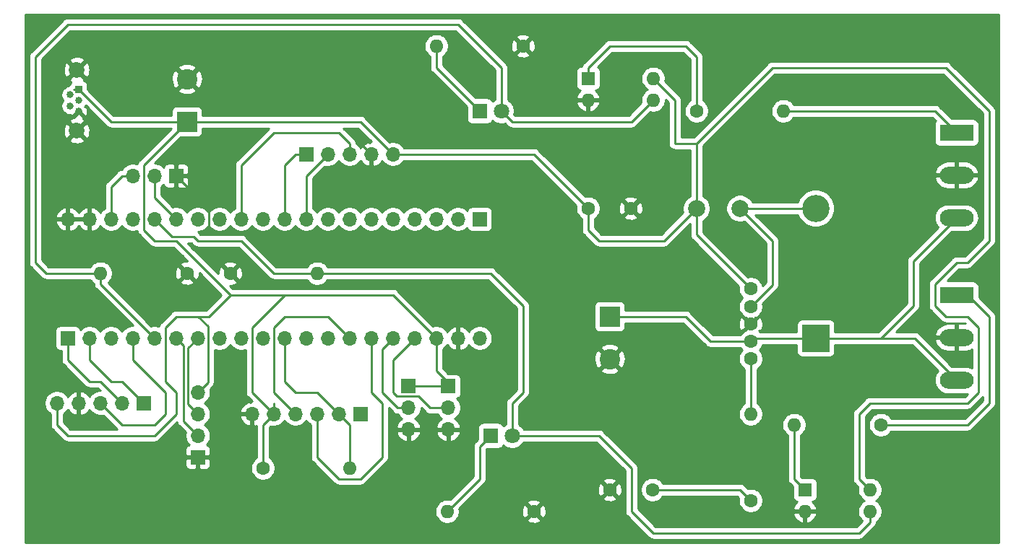
<source format=gbr>
G04 #@! TF.GenerationSoftware,KiCad,Pcbnew,(5.1.6)-1*
G04 #@! TF.CreationDate,2020-05-25T21:42:43+02:00*
G04 #@! TF.ProjectId,MotoGymkhanaRaceTiming,4d6f746f-4779-46d6-9b68-616e61526163,rev?*
G04 #@! TF.SameCoordinates,Original*
G04 #@! TF.FileFunction,Copper,L2,Bot*
G04 #@! TF.FilePolarity,Positive*
%FSLAX46Y46*%
G04 Gerber Fmt 4.6, Leading zero omitted, Abs format (unit mm)*
G04 Created by KiCad (PCBNEW (5.1.6)-1) date 2020-05-25 21:42:43*
%MOMM*%
%LPD*%
G01*
G04 APERTURE LIST*
G04 #@! TA.AperFunction,ComponentPad*
%ADD10O,1.700000X1.700000*%
G04 #@! TD*
G04 #@! TA.AperFunction,ComponentPad*
%ADD11R,1.700000X1.700000*%
G04 #@! TD*
G04 #@! TA.AperFunction,ComponentPad*
%ADD12C,1.600000*%
G04 #@! TD*
G04 #@! TA.AperFunction,ComponentPad*
%ADD13O,3.960000X1.980000*%
G04 #@! TD*
G04 #@! TA.AperFunction,ComponentPad*
%ADD14R,3.960000X1.980000*%
G04 #@! TD*
G04 #@! TA.AperFunction,ComponentPad*
%ADD15C,1.600200*%
G04 #@! TD*
G04 #@! TA.AperFunction,ComponentPad*
%ADD16O,1.600000X1.600000*%
G04 #@! TD*
G04 #@! TA.AperFunction,ComponentPad*
%ADD17R,1.600000X1.600000*%
G04 #@! TD*
G04 #@! TA.AperFunction,ComponentPad*
%ADD18C,1.850000*%
G04 #@! TD*
G04 #@! TA.AperFunction,ComponentPad*
%ADD19C,0.840000*%
G04 #@! TD*
G04 #@! TA.AperFunction,ComponentPad*
%ADD20R,0.840000X0.840000*%
G04 #@! TD*
G04 #@! TA.AperFunction,ComponentPad*
%ADD21C,1.800000*%
G04 #@! TD*
G04 #@! TA.AperFunction,ComponentPad*
%ADD22R,1.800000X1.800000*%
G04 #@! TD*
G04 #@! TA.AperFunction,ComponentPad*
%ADD23C,2.000000*%
G04 #@! TD*
G04 #@! TA.AperFunction,ComponentPad*
%ADD24O,3.200000X3.200000*%
G04 #@! TD*
G04 #@! TA.AperFunction,ComponentPad*
%ADD25R,3.200000X3.200000*%
G04 #@! TD*
G04 #@! TA.AperFunction,ComponentPad*
%ADD26C,2.400000*%
G04 #@! TD*
G04 #@! TA.AperFunction,ComponentPad*
%ADD27R,2.400000X2.400000*%
G04 #@! TD*
G04 #@! TA.AperFunction,ViaPad*
%ADD28C,0.800000*%
G04 #@! TD*
G04 #@! TA.AperFunction,Conductor*
%ADD29C,0.250000*%
G04 #@! TD*
G04 #@! TA.AperFunction,Conductor*
%ADD30C,0.254000*%
G04 #@! TD*
G04 APERTURE END LIST*
D10*
X127000000Y-96520000D03*
X129540000Y-96520000D03*
D11*
X132080000Y-96520000D03*
D10*
X134620000Y-121920000D03*
X134620000Y-124460000D03*
X134620000Y-127000000D03*
D11*
X134620000Y-129540000D03*
D10*
X163955001Y-126285001D03*
X163955001Y-123745001D03*
D11*
X163955001Y-121205001D03*
D10*
X159305001Y-126285001D03*
X159305001Y-123745001D03*
D11*
X159305001Y-121205001D03*
D12*
X187880000Y-133350000D03*
X182880000Y-133350000D03*
D13*
X223520000Y-120490000D03*
X223520000Y-115490000D03*
D14*
X223520000Y-110490000D03*
D15*
X199390000Y-117997200D03*
X199390000Y-115945400D03*
X199390000Y-113893600D03*
X199390000Y-111841800D03*
X199390000Y-109790000D03*
D16*
X213360000Y-133350000D03*
X205740000Y-135890000D03*
X213360000Y-135890000D03*
D17*
X205740000Y-133350000D03*
D16*
X187960000Y-85090000D03*
X180340000Y-87630000D03*
X187960000Y-87630000D03*
D17*
X180340000Y-85090000D03*
D13*
X223520000Y-101440000D03*
X223520000Y-96440000D03*
D14*
X223520000Y-91440000D03*
D10*
X140970000Y-124460000D03*
X143510000Y-124460000D03*
X146050000Y-124460000D03*
X148590000Y-124460000D03*
X151130000Y-124460000D03*
D11*
X153670000Y-124460000D03*
D16*
X203200000Y-88900000D03*
D12*
X193040000Y-88900000D03*
D16*
X152400000Y-130810000D03*
D12*
X142240000Y-130810000D03*
D16*
X123190000Y-107950000D03*
D12*
X133350000Y-107950000D03*
D16*
X148590000Y-107950000D03*
D12*
X138430000Y-107950000D03*
D16*
X204470000Y-125730000D03*
D12*
X214630000Y-125730000D03*
D16*
X199390000Y-124460000D03*
D12*
X199390000Y-134620000D03*
D16*
X163830000Y-135890000D03*
D12*
X173990000Y-135890000D03*
X172720000Y-81280000D03*
D16*
X162560000Y-81280000D03*
D18*
X120430000Y-91235000D03*
X120430000Y-84085000D03*
D19*
X120650000Y-88960000D03*
X119650000Y-88310000D03*
X120650000Y-87660000D03*
X119650000Y-87010000D03*
D20*
X120650000Y-86360000D03*
D10*
X119380000Y-101600000D03*
X121920000Y-101600000D03*
X124460000Y-101600000D03*
X127000000Y-101600000D03*
X129540000Y-101600000D03*
X132080000Y-101600000D03*
X134620000Y-101600000D03*
X137160000Y-101600000D03*
X139700000Y-101600000D03*
X142240000Y-101600000D03*
X144780000Y-101600000D03*
X147320000Y-101600000D03*
X149860000Y-101600000D03*
X152400000Y-101600000D03*
X154940000Y-101600000D03*
X157480000Y-101600000D03*
X160020000Y-101600000D03*
X162560000Y-101600000D03*
X165100000Y-101600000D03*
D11*
X167640000Y-101600000D03*
D10*
X167640000Y-115570000D03*
X165100000Y-115570000D03*
X162560000Y-115570000D03*
X160020000Y-115570000D03*
X157480000Y-115570000D03*
X154940000Y-115570000D03*
X152400000Y-115570000D03*
X149860000Y-115570000D03*
X147320000Y-115570000D03*
X144780000Y-115570000D03*
X142240000Y-115570000D03*
X139700000Y-115570000D03*
X137160000Y-115570000D03*
X134620000Y-115570000D03*
X132080000Y-115570000D03*
X129540000Y-115570000D03*
X127000000Y-115570000D03*
X124460000Y-115570000D03*
X121920000Y-115570000D03*
D11*
X119380000Y-115570000D03*
D21*
X170180000Y-88900000D03*
D22*
X167640000Y-88900000D03*
D21*
X171450000Y-127000000D03*
D22*
X168910000Y-127000000D03*
D23*
X193040000Y-100330000D03*
X198120000Y-100330000D03*
D10*
X118110000Y-123190000D03*
X120650000Y-123190000D03*
X123190000Y-123190000D03*
X125730000Y-123190000D03*
D11*
X128270000Y-123190000D03*
D10*
X157480000Y-93980000D03*
X154940000Y-93980000D03*
X152400000Y-93980000D03*
X149860000Y-93980000D03*
D11*
X147320000Y-93980000D03*
D24*
X207010000Y-100330000D03*
D25*
X207010000Y-115570000D03*
D26*
X182880000Y-118030000D03*
D27*
X182880000Y-113030000D03*
D12*
X185340000Y-100330000D03*
X180340000Y-100330000D03*
D26*
X133350000Y-85170000D03*
D27*
X133350000Y-90170000D03*
D28*
X123190000Y-134620000D03*
X123190000Y-134620000D03*
X191770000Y-110490000D03*
X217170000Y-81280000D03*
X177800000Y-78740000D03*
X176530000Y-121920000D03*
D29*
X154940000Y-93980000D02*
X153670000Y-92710000D01*
X132080000Y-96520000D02*
X135890000Y-100330000D01*
X135890000Y-100330000D02*
X135890000Y-102870000D01*
X142240000Y-125730000D02*
X143510000Y-124460000D01*
X142240000Y-130810000D02*
X142240000Y-125730000D01*
X120650000Y-86360000D02*
X120554999Y-86264999D01*
X173990000Y-93980000D02*
X157480000Y-93980000D01*
X180340000Y-100330000D02*
X173990000Y-93980000D01*
X187960000Y-85090000D02*
X190500000Y-87630000D01*
X190500000Y-87630000D02*
X190500000Y-92710000D01*
X193040000Y-103440000D02*
X199390000Y-109790000D01*
X193040000Y-100330000D02*
X193040000Y-103440000D01*
X132080000Y-104140000D02*
X133350000Y-105410000D01*
X157480000Y-110490000D02*
X162560000Y-115570000D01*
X144780000Y-110490000D02*
X157480000Y-110490000D01*
X132080000Y-104140000D02*
X129540000Y-104140000D01*
X129540000Y-104140000D02*
X128270000Y-102870000D01*
X128270000Y-95250000D02*
X133350000Y-90170000D01*
X222250000Y-83820000D02*
X201930000Y-83820000D01*
X227330000Y-88900000D02*
X222250000Y-83820000D01*
X224790000Y-106680000D02*
X227330000Y-104140000D01*
X201930000Y-83820000D02*
X193040000Y-92710000D01*
X213360000Y-123190000D02*
X224790000Y-123190000D01*
X212090000Y-124460000D02*
X213360000Y-123190000D01*
X193040000Y-92710000D02*
X193040000Y-100330000D01*
X224790000Y-123190000D02*
X226060000Y-121920000D01*
X227330000Y-104140000D02*
X227330000Y-88900000D01*
X213360000Y-133350000D02*
X212090000Y-132080000D01*
X226060000Y-121920000D02*
X226060000Y-114300000D01*
X212090000Y-132080000D02*
X212090000Y-124460000D01*
X226060000Y-114300000D02*
X224790000Y-113030000D01*
X224790000Y-113030000D02*
X222250000Y-113030000D01*
X222250000Y-113030000D02*
X220980000Y-111760000D01*
X220980000Y-111760000D02*
X220980000Y-109220000D01*
X220980000Y-109220000D02*
X223520000Y-106680000D01*
X223520000Y-106680000D02*
X224790000Y-106680000D01*
X138430000Y-110490000D02*
X144780000Y-110490000D01*
X133350000Y-105410000D02*
X138430000Y-110490000D01*
X180340000Y-100330000D02*
X180340000Y-102870000D01*
X180340000Y-102870000D02*
X181610000Y-104140000D01*
X189230000Y-104140000D02*
X193040000Y-100330000D01*
X181610000Y-104140000D02*
X189230000Y-104140000D01*
X120102602Y-86360000D02*
X120650000Y-86360000D01*
X133350000Y-90170000D02*
X124460000Y-90170000D01*
X124460000Y-90170000D02*
X120650000Y-86360000D01*
X128270000Y-102870000D02*
X128270000Y-97790000D01*
X128270000Y-97790000D02*
X128270000Y-95250000D01*
X157480000Y-93980000D02*
X153670000Y-90170000D01*
X153670000Y-90170000D02*
X133350000Y-90170000D01*
X190500000Y-92710000D02*
X193040000Y-92710000D01*
X143510000Y-124460000D02*
X143510000Y-123190000D01*
X132080000Y-121920000D02*
X130810000Y-120650000D01*
X130810000Y-120650000D02*
X130810000Y-114300000D01*
X118110000Y-125730000D02*
X119380000Y-127000000D01*
X118110000Y-123190000D02*
X118110000Y-125730000D01*
X119380000Y-127000000D02*
X129540000Y-127000000D01*
X132080000Y-124460000D02*
X132080000Y-121920000D01*
X130810000Y-114300000D02*
X132080000Y-113030000D01*
X129540000Y-127000000D02*
X132080000Y-124460000D01*
X143510000Y-111760000D02*
X144780000Y-110490000D01*
X140970000Y-114300000D02*
X143510000Y-111760000D01*
X143510000Y-124460000D02*
X140970000Y-121920000D01*
X140970000Y-121920000D02*
X140970000Y-114300000D01*
X159305001Y-121205001D02*
X163955001Y-121205001D01*
X163955001Y-121205001D02*
X163955001Y-120775001D01*
X163955001Y-120775001D02*
X162560000Y-119380000D01*
X162560000Y-119380000D02*
X162560000Y-115570000D01*
X135890000Y-113030000D02*
X137160000Y-111760000D01*
X137160000Y-111760000D02*
X138430000Y-110490000D01*
X135795001Y-120744999D02*
X135795001Y-114205001D01*
X135795001Y-114205001D02*
X134620000Y-113030000D01*
X132080000Y-113030000D02*
X134620000Y-113030000D01*
X134620000Y-121920000D02*
X135795001Y-120744999D01*
X134620000Y-113030000D02*
X135890000Y-113030000D01*
X198120000Y-133350000D02*
X199390000Y-134620000D01*
X187880000Y-133350000D02*
X198120000Y-133350000D01*
X182880000Y-113030000D02*
X191770000Y-113030000D01*
X194685400Y-115945400D02*
X199390000Y-115945400D01*
X191770000Y-113030000D02*
X194685400Y-115945400D01*
X199765400Y-115570000D02*
X199390000Y-115945400D01*
X207010000Y-115570000D02*
X199765400Y-115570000D01*
X218600000Y-115570000D02*
X223520000Y-120490000D01*
X212090000Y-115570000D02*
X214630000Y-115570000D01*
X212090000Y-115570000D02*
X218600000Y-115570000D01*
X207010000Y-115570000D02*
X212090000Y-115570000D01*
X214630000Y-115570000D02*
X218440000Y-111760000D01*
X218440000Y-106520000D02*
X223520000Y-101440000D01*
X218440000Y-111760000D02*
X218440000Y-106520000D01*
X198120000Y-100330000D02*
X207010000Y-100330000D01*
X199390000Y-111841800D02*
X201930000Y-109301800D01*
X201930000Y-104140000D02*
X198120000Y-100330000D01*
X201930000Y-109301800D02*
X201930000Y-104140000D01*
X143510000Y-91440000D02*
X139700000Y-95250000D01*
X139700000Y-95250000D02*
X139700000Y-101600000D01*
X152400000Y-93980000D02*
X152400000Y-92710000D01*
X151130000Y-91440000D02*
X143510000Y-91440000D01*
X152400000Y-92710000D02*
X151130000Y-91440000D01*
X149860000Y-93980000D02*
X147320000Y-96520000D01*
X147320000Y-96520000D02*
X147320000Y-101600000D01*
X147320000Y-93980000D02*
X146050000Y-93980000D01*
X144780000Y-95250000D02*
X144780000Y-101600000D01*
X146050000Y-93980000D02*
X144780000Y-95250000D01*
X123190000Y-123190000D02*
X125730000Y-125730000D01*
X125730000Y-125730000D02*
X129540000Y-125730000D01*
X129540000Y-125730000D02*
X130810000Y-124460000D01*
X130810000Y-124460000D02*
X130810000Y-121920000D01*
X127000000Y-118110000D02*
X127000000Y-115570000D01*
X130810000Y-121920000D02*
X127000000Y-118110000D01*
X119380000Y-115570000D02*
X119380000Y-118110000D01*
X119380000Y-118110000D02*
X121920000Y-120650000D01*
X121920000Y-120650000D02*
X123190000Y-120650000D01*
X123190000Y-120650000D02*
X125730000Y-123190000D01*
X121920000Y-115570000D02*
X121920000Y-118110000D01*
X121920000Y-118110000D02*
X124460000Y-120650000D01*
X124460000Y-120650000D02*
X125730000Y-120650000D01*
X125730000Y-120650000D02*
X128270000Y-123190000D01*
X148590000Y-107950000D02*
X143510000Y-107950000D01*
X143510000Y-107950000D02*
X139700000Y-104140000D01*
X139700000Y-104140000D02*
X134620000Y-104140000D01*
X213360000Y-135890000D02*
X213360000Y-137160000D01*
X213360000Y-137160000D02*
X212090000Y-138430000D01*
X185420000Y-130810000D02*
X185420000Y-135890000D01*
X185420000Y-135890000D02*
X187960000Y-138430000D01*
X187960000Y-138430000D02*
X212090000Y-138430000D01*
X181610000Y-127000000D02*
X185420000Y-130810000D01*
X171450000Y-123190000D02*
X171450000Y-127000000D01*
X172720000Y-121920000D02*
X171450000Y-123190000D01*
X172720000Y-111760000D02*
X172720000Y-121920000D01*
X148590000Y-107950000D02*
X168910000Y-107950000D01*
X168910000Y-107950000D02*
X172720000Y-111760000D01*
X181610000Y-127000000D02*
X171450000Y-127000000D01*
X131629990Y-103689990D02*
X129540000Y-101600000D01*
X134169990Y-103689990D02*
X131629990Y-103689990D01*
X134620000Y-104140000D02*
X134169990Y-103689990D01*
X167640000Y-132080000D02*
X163830000Y-135890000D01*
X167640000Y-128270000D02*
X168910000Y-127000000D01*
X167640000Y-132080000D02*
X167640000Y-128270000D01*
X123190000Y-109220000D02*
X129540000Y-115570000D01*
X123190000Y-107950000D02*
X123190000Y-109220000D01*
X170180000Y-88900000D02*
X171450000Y-90170000D01*
X171450000Y-90170000D02*
X185420000Y-90170000D01*
X185420000Y-90170000D02*
X187960000Y-87630000D01*
X170025002Y-88900000D02*
X170180000Y-88900000D01*
X116840000Y-107950000D02*
X115570000Y-106680000D01*
X115570000Y-106680000D02*
X115570000Y-82550000D01*
X123190000Y-107950000D02*
X116840000Y-107950000D01*
X115570000Y-82550000D02*
X119380000Y-78740000D01*
X165100000Y-78740000D02*
X170180000Y-83820000D01*
X170180000Y-83820000D02*
X170180000Y-88900000D01*
X119380000Y-78740000D02*
X165100000Y-78740000D01*
X162560000Y-83820000D02*
X167640000Y-88900000D01*
X162560000Y-81280000D02*
X162560000Y-83820000D01*
X156210000Y-123190000D02*
X154940000Y-121920000D01*
X148590000Y-129540000D02*
X151130000Y-132080000D01*
X148590000Y-124460000D02*
X148590000Y-129540000D01*
X151130000Y-132080000D02*
X153670000Y-132080000D01*
X153670000Y-132080000D02*
X156210000Y-129540000D01*
X156210000Y-129540000D02*
X156210000Y-123190000D01*
X154940000Y-121920000D02*
X154940000Y-115570000D01*
X149860000Y-113030000D02*
X152400000Y-115570000D01*
X143510000Y-114300000D02*
X144780000Y-113030000D01*
X144780000Y-113030000D02*
X149860000Y-113030000D01*
X143510000Y-119380000D02*
X143510000Y-114300000D01*
X146050000Y-124460000D02*
X143510000Y-121920000D01*
X143510000Y-121920000D02*
X143510000Y-118110000D01*
X152400000Y-125730000D02*
X151130000Y-124460000D01*
X152400000Y-130810000D02*
X152400000Y-125730000D01*
X148590000Y-121920000D02*
X151130000Y-124460000D01*
X148590000Y-121920000D02*
X146050000Y-121920000D01*
X146050000Y-121920000D02*
X144780000Y-120650000D01*
X144780000Y-120650000D02*
X144780000Y-119380000D01*
X144780000Y-119380000D02*
X144780000Y-115570000D01*
X133444999Y-116745001D02*
X134620000Y-115570000D01*
X133444999Y-123284999D02*
X133444999Y-116745001D01*
X134620000Y-124460000D02*
X133444999Y-123284999D01*
X132929999Y-116419999D02*
X132080000Y-115570000D01*
X132929999Y-125309999D02*
X132929999Y-116419999D01*
X134620000Y-127000000D02*
X132929999Y-125309999D01*
X199390000Y-117997200D02*
X199390000Y-124460000D01*
X204470000Y-132080000D02*
X205740000Y-133350000D01*
X204470000Y-125730000D02*
X204470000Y-132080000D01*
X223520000Y-110490000D02*
X224790000Y-110490000D01*
X224790000Y-110490000D02*
X227330000Y-113030000D01*
X227330000Y-113030000D02*
X227330000Y-123190000D01*
X224790000Y-125730000D02*
X214630000Y-125730000D01*
X227330000Y-123190000D02*
X224790000Y-125730000D01*
X220980000Y-88900000D02*
X223520000Y-91440000D01*
X203200000Y-88900000D02*
X220980000Y-88900000D01*
X180340000Y-85090000D02*
X180340000Y-83820000D01*
X180340000Y-83820000D02*
X182880000Y-81280000D01*
X182880000Y-81280000D02*
X191770000Y-81280000D01*
X193040000Y-82550000D02*
X193040000Y-88900000D01*
X191770000Y-81280000D02*
X193040000Y-82550000D01*
X159305001Y-123745001D02*
X158035001Y-123745001D01*
X158035001Y-123745001D02*
X156210000Y-121920000D01*
X156210000Y-116840000D02*
X157480000Y-115570000D01*
X156210000Y-121920000D02*
X156210000Y-116840000D01*
X163955001Y-123745001D02*
X161845001Y-123745001D01*
X160447502Y-122347502D02*
X160415002Y-122380002D01*
X161845001Y-123745001D02*
X160447502Y-122347502D01*
X160415002Y-122380002D02*
X157940002Y-122380002D01*
X157940002Y-122380002D02*
X157480000Y-121920000D01*
X157480000Y-118110000D02*
X160020000Y-115570000D01*
X157480000Y-121920000D02*
X157480000Y-118110000D01*
X127000000Y-96520000D02*
X125730000Y-96520000D01*
X124460000Y-97790000D02*
X124460000Y-101600000D01*
X125730000Y-96520000D02*
X124460000Y-97790000D01*
X129540000Y-99060000D02*
X132080000Y-101600000D01*
X129540000Y-96520000D02*
X129540000Y-99060000D01*
D30*
G36*
X228473000Y-139573000D02*
G01*
X114427000Y-139573000D01*
X114427000Y-130390000D01*
X133131928Y-130390000D01*
X133144188Y-130514482D01*
X133180498Y-130634180D01*
X133239463Y-130744494D01*
X133318815Y-130841185D01*
X133415506Y-130920537D01*
X133525820Y-130979502D01*
X133645518Y-131015812D01*
X133770000Y-131028072D01*
X134334250Y-131025000D01*
X134493000Y-130866250D01*
X134493000Y-129667000D01*
X134747000Y-129667000D01*
X134747000Y-130866250D01*
X134905750Y-131025000D01*
X135470000Y-131028072D01*
X135594482Y-131015812D01*
X135714180Y-130979502D01*
X135824494Y-130920537D01*
X135921185Y-130841185D01*
X136000537Y-130744494D01*
X136059502Y-130634180D01*
X136095812Y-130514482D01*
X136108072Y-130390000D01*
X136105000Y-129825750D01*
X135946250Y-129667000D01*
X134747000Y-129667000D01*
X134493000Y-129667000D01*
X133293750Y-129667000D01*
X133135000Y-129825750D01*
X133131928Y-130390000D01*
X114427000Y-130390000D01*
X114427000Y-82550000D01*
X114806324Y-82550000D01*
X114810001Y-82587333D01*
X114810000Y-106642678D01*
X114806324Y-106680000D01*
X114810000Y-106717322D01*
X114810000Y-106717332D01*
X114820997Y-106828985D01*
X114855970Y-106944276D01*
X114864454Y-106972246D01*
X114935026Y-107104276D01*
X114961803Y-107136903D01*
X115029999Y-107220001D01*
X115059003Y-107243804D01*
X116276200Y-108461002D01*
X116299999Y-108490001D01*
X116415724Y-108584974D01*
X116547753Y-108655546D01*
X116691014Y-108699003D01*
X116802667Y-108710000D01*
X116802676Y-108710000D01*
X116839999Y-108713676D01*
X116877322Y-108710000D01*
X121971957Y-108710000D01*
X122075363Y-108864759D01*
X122275241Y-109064637D01*
X122430001Y-109168044D01*
X122430001Y-109182667D01*
X122426324Y-109220000D01*
X122430001Y-109257333D01*
X122440998Y-109368986D01*
X122443217Y-109376300D01*
X122484454Y-109512246D01*
X122555026Y-109644276D01*
X122622158Y-109726076D01*
X122650000Y-109760001D01*
X122678998Y-109783799D01*
X126980198Y-114085000D01*
X126853740Y-114085000D01*
X126566842Y-114142068D01*
X126296589Y-114254010D01*
X126053368Y-114416525D01*
X125846525Y-114623368D01*
X125730000Y-114797760D01*
X125613475Y-114623368D01*
X125406632Y-114416525D01*
X125163411Y-114254010D01*
X124893158Y-114142068D01*
X124606260Y-114085000D01*
X124313740Y-114085000D01*
X124026842Y-114142068D01*
X123756589Y-114254010D01*
X123513368Y-114416525D01*
X123306525Y-114623368D01*
X123190000Y-114797760D01*
X123073475Y-114623368D01*
X122866632Y-114416525D01*
X122623411Y-114254010D01*
X122353158Y-114142068D01*
X122066260Y-114085000D01*
X121773740Y-114085000D01*
X121486842Y-114142068D01*
X121216589Y-114254010D01*
X120973368Y-114416525D01*
X120841513Y-114548380D01*
X120819502Y-114475820D01*
X120760537Y-114365506D01*
X120681185Y-114268815D01*
X120584494Y-114189463D01*
X120474180Y-114130498D01*
X120354482Y-114094188D01*
X120230000Y-114081928D01*
X118530000Y-114081928D01*
X118405518Y-114094188D01*
X118285820Y-114130498D01*
X118175506Y-114189463D01*
X118078815Y-114268815D01*
X117999463Y-114365506D01*
X117940498Y-114475820D01*
X117904188Y-114595518D01*
X117891928Y-114720000D01*
X117891928Y-116420000D01*
X117904188Y-116544482D01*
X117940498Y-116664180D01*
X117999463Y-116774494D01*
X118078815Y-116871185D01*
X118175506Y-116950537D01*
X118285820Y-117009502D01*
X118405518Y-117045812D01*
X118530000Y-117058072D01*
X118620001Y-117058072D01*
X118620001Y-118072667D01*
X118616324Y-118110000D01*
X118630998Y-118258985D01*
X118674454Y-118402246D01*
X118745026Y-118534276D01*
X118812361Y-118616323D01*
X118840000Y-118650001D01*
X118868998Y-118673799D01*
X121356205Y-121161008D01*
X121379999Y-121190001D01*
X121408992Y-121213795D01*
X121408996Y-121213799D01*
X121457587Y-121253676D01*
X121495724Y-121284974D01*
X121627753Y-121355546D01*
X121771014Y-121399003D01*
X121882667Y-121410000D01*
X121882676Y-121410000D01*
X121919999Y-121413676D01*
X121957322Y-121410000D01*
X122875199Y-121410000D01*
X123170199Y-121705000D01*
X123043740Y-121705000D01*
X122756842Y-121762068D01*
X122486589Y-121874010D01*
X122243368Y-122036525D01*
X122036525Y-122243368D01*
X121914805Y-122425534D01*
X121845178Y-122308645D01*
X121650269Y-122092412D01*
X121416920Y-121918359D01*
X121154099Y-121793175D01*
X121006890Y-121748524D01*
X120777000Y-121869845D01*
X120777000Y-123063000D01*
X120797000Y-123063000D01*
X120797000Y-123317000D01*
X120777000Y-123317000D01*
X120777000Y-124510155D01*
X121006890Y-124631476D01*
X121154099Y-124586825D01*
X121416920Y-124461641D01*
X121650269Y-124287588D01*
X121845178Y-124071355D01*
X121914805Y-123954466D01*
X122036525Y-124136632D01*
X122243368Y-124343475D01*
X122486589Y-124505990D01*
X122756842Y-124617932D01*
X123043740Y-124675000D01*
X123336260Y-124675000D01*
X123556408Y-124631210D01*
X125165197Y-126240000D01*
X119694802Y-126240000D01*
X118870000Y-125415199D01*
X118870000Y-124468178D01*
X119056632Y-124343475D01*
X119263475Y-124136632D01*
X119385195Y-123954466D01*
X119454822Y-124071355D01*
X119649731Y-124287588D01*
X119883080Y-124461641D01*
X120145901Y-124586825D01*
X120293110Y-124631476D01*
X120523000Y-124510155D01*
X120523000Y-123317000D01*
X120503000Y-123317000D01*
X120503000Y-123063000D01*
X120523000Y-123063000D01*
X120523000Y-121869845D01*
X120293110Y-121748524D01*
X120145901Y-121793175D01*
X119883080Y-121918359D01*
X119649731Y-122092412D01*
X119454822Y-122308645D01*
X119385195Y-122425534D01*
X119263475Y-122243368D01*
X119056632Y-122036525D01*
X118813411Y-121874010D01*
X118543158Y-121762068D01*
X118256260Y-121705000D01*
X117963740Y-121705000D01*
X117676842Y-121762068D01*
X117406589Y-121874010D01*
X117163368Y-122036525D01*
X116956525Y-122243368D01*
X116794010Y-122486589D01*
X116682068Y-122756842D01*
X116625000Y-123043740D01*
X116625000Y-123336260D01*
X116682068Y-123623158D01*
X116794010Y-123893411D01*
X116956525Y-124136632D01*
X117163368Y-124343475D01*
X117350001Y-124468179D01*
X117350001Y-125692667D01*
X117346324Y-125730000D01*
X117350001Y-125767333D01*
X117360998Y-125878986D01*
X117367820Y-125901476D01*
X117404454Y-126022246D01*
X117475026Y-126154276D01*
X117542362Y-126236324D01*
X117570000Y-126270001D01*
X117598998Y-126293799D01*
X118816200Y-127511002D01*
X118839999Y-127540001D01*
X118955724Y-127634974D01*
X119087753Y-127705546D01*
X119231014Y-127749003D01*
X119342667Y-127760000D01*
X119342676Y-127760000D01*
X119379999Y-127763676D01*
X119417322Y-127760000D01*
X129502678Y-127760000D01*
X129540000Y-127763676D01*
X129577322Y-127760000D01*
X129577333Y-127760000D01*
X129688986Y-127749003D01*
X129832247Y-127705546D01*
X129964276Y-127634974D01*
X130080001Y-127540001D01*
X130103804Y-127510997D01*
X132178739Y-125436064D01*
X132180996Y-125458984D01*
X132218013Y-125581014D01*
X132224453Y-125602245D01*
X132295025Y-125734275D01*
X132329260Y-125775990D01*
X132389998Y-125850000D01*
X132419002Y-125873803D01*
X133178791Y-126633592D01*
X133135000Y-126853740D01*
X133135000Y-127146260D01*
X133192068Y-127433158D01*
X133304010Y-127703411D01*
X133466525Y-127946632D01*
X133598380Y-128078487D01*
X133525820Y-128100498D01*
X133415506Y-128159463D01*
X133318815Y-128238815D01*
X133239463Y-128335506D01*
X133180498Y-128445820D01*
X133144188Y-128565518D01*
X133131928Y-128690000D01*
X133135000Y-129254250D01*
X133293750Y-129413000D01*
X134493000Y-129413000D01*
X134493000Y-129393000D01*
X134747000Y-129393000D01*
X134747000Y-129413000D01*
X135946250Y-129413000D01*
X136105000Y-129254250D01*
X136108072Y-128690000D01*
X136095812Y-128565518D01*
X136059502Y-128445820D01*
X136000537Y-128335506D01*
X135921185Y-128238815D01*
X135824494Y-128159463D01*
X135714180Y-128100498D01*
X135641620Y-128078487D01*
X135773475Y-127946632D01*
X135935990Y-127703411D01*
X136047932Y-127433158D01*
X136105000Y-127146260D01*
X136105000Y-126853740D01*
X136047932Y-126566842D01*
X135935990Y-126296589D01*
X135773475Y-126053368D01*
X135566632Y-125846525D01*
X135392240Y-125730000D01*
X135566632Y-125613475D01*
X135773475Y-125406632D01*
X135935990Y-125163411D01*
X136047932Y-124893158D01*
X136063102Y-124816891D01*
X139528519Y-124816891D01*
X139625843Y-125091252D01*
X139774822Y-125341355D01*
X139969731Y-125557588D01*
X140203080Y-125731641D01*
X140465901Y-125856825D01*
X140613110Y-125901476D01*
X140843000Y-125780155D01*
X140843000Y-124587000D01*
X139649186Y-124587000D01*
X139528519Y-124816891D01*
X136063102Y-124816891D01*
X136105000Y-124606260D01*
X136105000Y-124313740D01*
X136047932Y-124026842D01*
X135935990Y-123756589D01*
X135773475Y-123513368D01*
X135566632Y-123306525D01*
X135392240Y-123190000D01*
X135566632Y-123073475D01*
X135773475Y-122866632D01*
X135935990Y-122623411D01*
X136047932Y-122353158D01*
X136105000Y-122066260D01*
X136105000Y-121773740D01*
X136061210Y-121553592D01*
X136306005Y-121308797D01*
X136335002Y-121285000D01*
X136429975Y-121169275D01*
X136500547Y-121037246D01*
X136544004Y-120893985D01*
X136555001Y-120782332D01*
X136555001Y-120782323D01*
X136558677Y-120745000D01*
X136555001Y-120707677D01*
X136555001Y-116926753D01*
X136726842Y-116997932D01*
X137013740Y-117055000D01*
X137306260Y-117055000D01*
X137593158Y-116997932D01*
X137863411Y-116885990D01*
X138106632Y-116723475D01*
X138313475Y-116516632D01*
X138430000Y-116342240D01*
X138546525Y-116516632D01*
X138753368Y-116723475D01*
X138996589Y-116885990D01*
X139266842Y-116997932D01*
X139553740Y-117055000D01*
X139846260Y-117055000D01*
X140133158Y-116997932D01*
X140210001Y-116966103D01*
X140210000Y-121882678D01*
X140206324Y-121920000D01*
X140210000Y-121957322D01*
X140210000Y-121957332D01*
X140220997Y-122068985D01*
X140264454Y-122212246D01*
X140335026Y-122344276D01*
X140364345Y-122380001D01*
X140429999Y-122460001D01*
X140459003Y-122483804D01*
X140950199Y-122975000D01*
X140842998Y-122975000D01*
X140842998Y-123139844D01*
X140613110Y-123018524D01*
X140465901Y-123063175D01*
X140203080Y-123188359D01*
X139969731Y-123362412D01*
X139774822Y-123578645D01*
X139625843Y-123828748D01*
X139528519Y-124103109D01*
X139649186Y-124333000D01*
X140843000Y-124333000D01*
X140843000Y-124313000D01*
X141097000Y-124313000D01*
X141097000Y-124333000D01*
X141117000Y-124333000D01*
X141117000Y-124587000D01*
X141097000Y-124587000D01*
X141097000Y-125780155D01*
X141326890Y-125901476D01*
X141474099Y-125856825D01*
X141480001Y-125854014D01*
X141480000Y-129591956D01*
X141325241Y-129695363D01*
X141125363Y-129895241D01*
X140968320Y-130130273D01*
X140860147Y-130391426D01*
X140805000Y-130668665D01*
X140805000Y-130951335D01*
X140860147Y-131228574D01*
X140968320Y-131489727D01*
X141125363Y-131724759D01*
X141325241Y-131924637D01*
X141560273Y-132081680D01*
X141821426Y-132189853D01*
X142098665Y-132245000D01*
X142381335Y-132245000D01*
X142658574Y-132189853D01*
X142919727Y-132081680D01*
X143154759Y-131924637D01*
X143354637Y-131724759D01*
X143511680Y-131489727D01*
X143619853Y-131228574D01*
X143675000Y-130951335D01*
X143675000Y-130668665D01*
X143619853Y-130391426D01*
X143511680Y-130130273D01*
X143354637Y-129895241D01*
X143154759Y-129695363D01*
X143000000Y-129591957D01*
X143000000Y-126044801D01*
X143143592Y-125901209D01*
X143363740Y-125945000D01*
X143656260Y-125945000D01*
X143943158Y-125887932D01*
X144213411Y-125775990D01*
X144456632Y-125613475D01*
X144663475Y-125406632D01*
X144780000Y-125232240D01*
X144896525Y-125406632D01*
X145103368Y-125613475D01*
X145346589Y-125775990D01*
X145616842Y-125887932D01*
X145903740Y-125945000D01*
X146196260Y-125945000D01*
X146483158Y-125887932D01*
X146753411Y-125775990D01*
X146996632Y-125613475D01*
X147203475Y-125406632D01*
X147320000Y-125232240D01*
X147436525Y-125406632D01*
X147643368Y-125613475D01*
X147830000Y-125738179D01*
X147830001Y-129502668D01*
X147826324Y-129540000D01*
X147830001Y-129577332D01*
X147830001Y-129577333D01*
X147840998Y-129688986D01*
X147854180Y-129732442D01*
X147884454Y-129832246D01*
X147955026Y-129964276D01*
X148022361Y-130046323D01*
X148050000Y-130080001D01*
X148078998Y-130103799D01*
X150566205Y-132591008D01*
X150589999Y-132620001D01*
X150618992Y-132643795D01*
X150618996Y-132643799D01*
X150689685Y-132701811D01*
X150705724Y-132714974D01*
X150837753Y-132785546D01*
X150981014Y-132829003D01*
X151092667Y-132840000D01*
X151092676Y-132840000D01*
X151129999Y-132843676D01*
X151167322Y-132840000D01*
X153632678Y-132840000D01*
X153670000Y-132843676D01*
X153707322Y-132840000D01*
X153707333Y-132840000D01*
X153818986Y-132829003D01*
X153962247Y-132785546D01*
X154094276Y-132714974D01*
X154210001Y-132620001D01*
X154233804Y-132590997D01*
X156721009Y-130103794D01*
X156750001Y-130080001D01*
X156773795Y-130051008D01*
X156773799Y-130051004D01*
X156844973Y-129964277D01*
X156844974Y-129964276D01*
X156915546Y-129832247D01*
X156959003Y-129688986D01*
X156970000Y-129577333D01*
X156970000Y-129577324D01*
X156973676Y-129540001D01*
X156970000Y-129502678D01*
X156970000Y-126641891D01*
X157863525Y-126641891D01*
X157908176Y-126789100D01*
X158033360Y-127051921D01*
X158207413Y-127285270D01*
X158423646Y-127480179D01*
X158673749Y-127629158D01*
X158948110Y-127726482D01*
X159178001Y-127605815D01*
X159178001Y-126412001D01*
X159432001Y-126412001D01*
X159432001Y-127605815D01*
X159661892Y-127726482D01*
X159936253Y-127629158D01*
X160186356Y-127480179D01*
X160402589Y-127285270D01*
X160576642Y-127051921D01*
X160701826Y-126789100D01*
X160746477Y-126641891D01*
X162513525Y-126641891D01*
X162558176Y-126789100D01*
X162683360Y-127051921D01*
X162857413Y-127285270D01*
X163073646Y-127480179D01*
X163323749Y-127629158D01*
X163598110Y-127726482D01*
X163828001Y-127605815D01*
X163828001Y-126412001D01*
X164082001Y-126412001D01*
X164082001Y-127605815D01*
X164311892Y-127726482D01*
X164586253Y-127629158D01*
X164836356Y-127480179D01*
X165052589Y-127285270D01*
X165226642Y-127051921D01*
X165351826Y-126789100D01*
X165396477Y-126641891D01*
X165275156Y-126412001D01*
X164082001Y-126412001D01*
X163828001Y-126412001D01*
X162634846Y-126412001D01*
X162513525Y-126641891D01*
X160746477Y-126641891D01*
X160625156Y-126412001D01*
X159432001Y-126412001D01*
X159178001Y-126412001D01*
X157984846Y-126412001D01*
X157863525Y-126641891D01*
X156970000Y-126641891D01*
X156970000Y-123754802D01*
X157471202Y-124256004D01*
X157495000Y-124285002D01*
X157610725Y-124379975D01*
X157742754Y-124450547D01*
X157886015Y-124494004D01*
X157997668Y-124505001D01*
X157997677Y-124505001D01*
X158028876Y-124508074D01*
X158151526Y-124691633D01*
X158358369Y-124898476D01*
X158540535Y-125020196D01*
X158423646Y-125089823D01*
X158207413Y-125284732D01*
X158033360Y-125518081D01*
X157908176Y-125780902D01*
X157863525Y-125928111D01*
X157984846Y-126158001D01*
X159178001Y-126158001D01*
X159178001Y-126138001D01*
X159432001Y-126138001D01*
X159432001Y-126158001D01*
X160625156Y-126158001D01*
X160746477Y-125928111D01*
X160701826Y-125780902D01*
X160576642Y-125518081D01*
X160402589Y-125284732D01*
X160186356Y-125089823D01*
X160069467Y-125020196D01*
X160251633Y-124898476D01*
X160458476Y-124691633D01*
X160620991Y-124448412D01*
X160732933Y-124178159D01*
X160790001Y-123891261D01*
X160790001Y-123764803D01*
X161281202Y-124256004D01*
X161305000Y-124285002D01*
X161333998Y-124308800D01*
X161420724Y-124379975D01*
X161548760Y-124448412D01*
X161552754Y-124450547D01*
X161696015Y-124494004D01*
X161807668Y-124505001D01*
X161807677Y-124505001D01*
X161845000Y-124508677D01*
X161882323Y-124505001D01*
X162676823Y-124505001D01*
X162801526Y-124691633D01*
X163008369Y-124898476D01*
X163190535Y-125020196D01*
X163073646Y-125089823D01*
X162857413Y-125284732D01*
X162683360Y-125518081D01*
X162558176Y-125780902D01*
X162513525Y-125928111D01*
X162634846Y-126158001D01*
X163828001Y-126158001D01*
X163828001Y-126138001D01*
X164082001Y-126138001D01*
X164082001Y-126158001D01*
X165275156Y-126158001D01*
X165396477Y-125928111D01*
X165351826Y-125780902D01*
X165226642Y-125518081D01*
X165052589Y-125284732D01*
X164836356Y-125089823D01*
X164719467Y-125020196D01*
X164901633Y-124898476D01*
X165108476Y-124691633D01*
X165270991Y-124448412D01*
X165382933Y-124178159D01*
X165440001Y-123891261D01*
X165440001Y-123598741D01*
X165382933Y-123311843D01*
X165270991Y-123041590D01*
X165108476Y-122798369D01*
X164976621Y-122666514D01*
X165049181Y-122644503D01*
X165159495Y-122585538D01*
X165256186Y-122506186D01*
X165335538Y-122409495D01*
X165394503Y-122299181D01*
X165430813Y-122179483D01*
X165443073Y-122055001D01*
X165443073Y-120355001D01*
X165430813Y-120230519D01*
X165394503Y-120110821D01*
X165335538Y-120000507D01*
X165256186Y-119903816D01*
X165159495Y-119824464D01*
X165049181Y-119765499D01*
X164929483Y-119729189D01*
X164805001Y-119716929D01*
X163971731Y-119716929D01*
X163320000Y-119065199D01*
X163320000Y-116848178D01*
X163506632Y-116723475D01*
X163713475Y-116516632D01*
X163835195Y-116334466D01*
X163904822Y-116451355D01*
X164099731Y-116667588D01*
X164333080Y-116841641D01*
X164595901Y-116966825D01*
X164743110Y-117011476D01*
X164973000Y-116890155D01*
X164973000Y-115697000D01*
X164953000Y-115697000D01*
X164953000Y-115443000D01*
X164973000Y-115443000D01*
X164973000Y-114249845D01*
X165227000Y-114249845D01*
X165227000Y-115443000D01*
X165247000Y-115443000D01*
X165247000Y-115697000D01*
X165227000Y-115697000D01*
X165227000Y-116890155D01*
X165456890Y-117011476D01*
X165604099Y-116966825D01*
X165866920Y-116841641D01*
X166100269Y-116667588D01*
X166295178Y-116451355D01*
X166364805Y-116334466D01*
X166486525Y-116516632D01*
X166693368Y-116723475D01*
X166936589Y-116885990D01*
X167206842Y-116997932D01*
X167493740Y-117055000D01*
X167786260Y-117055000D01*
X168073158Y-116997932D01*
X168343411Y-116885990D01*
X168586632Y-116723475D01*
X168793475Y-116516632D01*
X168955990Y-116273411D01*
X169067932Y-116003158D01*
X169125000Y-115716260D01*
X169125000Y-115423740D01*
X169067932Y-115136842D01*
X168955990Y-114866589D01*
X168793475Y-114623368D01*
X168586632Y-114416525D01*
X168343411Y-114254010D01*
X168073158Y-114142068D01*
X167786260Y-114085000D01*
X167493740Y-114085000D01*
X167206842Y-114142068D01*
X166936589Y-114254010D01*
X166693368Y-114416525D01*
X166486525Y-114623368D01*
X166364805Y-114805534D01*
X166295178Y-114688645D01*
X166100269Y-114472412D01*
X165866920Y-114298359D01*
X165604099Y-114173175D01*
X165456890Y-114128524D01*
X165227000Y-114249845D01*
X164973000Y-114249845D01*
X164743110Y-114128524D01*
X164595901Y-114173175D01*
X164333080Y-114298359D01*
X164099731Y-114472412D01*
X163904822Y-114688645D01*
X163835195Y-114805534D01*
X163713475Y-114623368D01*
X163506632Y-114416525D01*
X163263411Y-114254010D01*
X162993158Y-114142068D01*
X162706260Y-114085000D01*
X162413740Y-114085000D01*
X162193592Y-114128790D01*
X158043804Y-109979003D01*
X158020001Y-109949999D01*
X157904276Y-109855026D01*
X157772247Y-109784454D01*
X157628986Y-109740997D01*
X157517333Y-109730000D01*
X157517322Y-109730000D01*
X157480000Y-109726324D01*
X157442678Y-109730000D01*
X144817322Y-109730000D01*
X144779999Y-109726324D01*
X144742676Y-109730000D01*
X138744802Y-109730000D01*
X138400068Y-109385266D01*
X138500512Y-109390217D01*
X138780130Y-109348787D01*
X139046292Y-109253603D01*
X139171514Y-109186671D01*
X139243097Y-108942702D01*
X138430000Y-108129605D01*
X138415858Y-108143748D01*
X138236253Y-107964143D01*
X138250395Y-107950000D01*
X138609605Y-107950000D01*
X139422702Y-108763097D01*
X139666671Y-108691514D01*
X139787571Y-108436004D01*
X139856300Y-108161816D01*
X139870217Y-107879488D01*
X139828787Y-107599870D01*
X139733603Y-107333708D01*
X139666671Y-107208486D01*
X139422702Y-107136903D01*
X138609605Y-107950000D01*
X138250395Y-107950000D01*
X137437298Y-107136903D01*
X137193329Y-107208486D01*
X137072429Y-107463996D01*
X137003700Y-107738184D01*
X136991922Y-107977120D01*
X135972100Y-106957298D01*
X137616903Y-106957298D01*
X138430000Y-107770395D01*
X139243097Y-106957298D01*
X139171514Y-106713329D01*
X138916004Y-106592429D01*
X138641816Y-106523700D01*
X138359488Y-106509783D01*
X138079870Y-106551213D01*
X137813708Y-106646397D01*
X137688486Y-106713329D01*
X137616903Y-106957298D01*
X135972100Y-106957298D01*
X133913804Y-104899003D01*
X133913799Y-104898997D01*
X133464792Y-104449990D01*
X133855189Y-104449990D01*
X134056196Y-104650997D01*
X134079999Y-104680001D01*
X134195724Y-104774974D01*
X134327753Y-104845546D01*
X134471014Y-104889003D01*
X134582667Y-104900000D01*
X134582676Y-104900000D01*
X134619999Y-104903676D01*
X134657322Y-104900000D01*
X139385199Y-104900000D01*
X142946200Y-108461002D01*
X142969999Y-108490001D01*
X143085724Y-108584974D01*
X143217753Y-108655546D01*
X143361014Y-108699003D01*
X143472667Y-108710000D01*
X143472675Y-108710000D01*
X143510000Y-108713676D01*
X143547325Y-108710000D01*
X147371957Y-108710000D01*
X147475363Y-108864759D01*
X147675241Y-109064637D01*
X147910273Y-109221680D01*
X148171426Y-109329853D01*
X148448665Y-109385000D01*
X148731335Y-109385000D01*
X149008574Y-109329853D01*
X149269727Y-109221680D01*
X149504759Y-109064637D01*
X149704637Y-108864759D01*
X149808043Y-108710000D01*
X168595199Y-108710000D01*
X171960000Y-112074802D01*
X171960001Y-121605197D01*
X170939003Y-122626196D01*
X170909999Y-122649999D01*
X170854871Y-122717174D01*
X170815026Y-122765724D01*
X170779008Y-122833109D01*
X170744454Y-122897754D01*
X170700997Y-123041015D01*
X170690000Y-123152668D01*
X170690000Y-123152678D01*
X170686324Y-123190000D01*
X170690000Y-123227323D01*
X170690001Y-125661687D01*
X170471495Y-125807688D01*
X170405056Y-125874127D01*
X170399502Y-125855820D01*
X170340537Y-125745506D01*
X170261185Y-125648815D01*
X170164494Y-125569463D01*
X170054180Y-125510498D01*
X169934482Y-125474188D01*
X169810000Y-125461928D01*
X168010000Y-125461928D01*
X167885518Y-125474188D01*
X167765820Y-125510498D01*
X167655506Y-125569463D01*
X167558815Y-125648815D01*
X167479463Y-125745506D01*
X167420498Y-125855820D01*
X167384188Y-125975518D01*
X167371928Y-126100000D01*
X167371928Y-127463271D01*
X167128998Y-127706201D01*
X167100000Y-127729999D01*
X167076202Y-127758997D01*
X167076201Y-127758998D01*
X167005026Y-127845724D01*
X166934454Y-127977754D01*
X166911023Y-128055000D01*
X166897222Y-128100498D01*
X166890998Y-128121015D01*
X166876324Y-128270000D01*
X166880001Y-128307332D01*
X166880000Y-131765198D01*
X164153887Y-134491312D01*
X163971335Y-134455000D01*
X163688665Y-134455000D01*
X163411426Y-134510147D01*
X163150273Y-134618320D01*
X162915241Y-134775363D01*
X162715363Y-134975241D01*
X162558320Y-135210273D01*
X162450147Y-135471426D01*
X162395000Y-135748665D01*
X162395000Y-136031335D01*
X162450147Y-136308574D01*
X162558320Y-136569727D01*
X162715363Y-136804759D01*
X162915241Y-137004637D01*
X163150273Y-137161680D01*
X163411426Y-137269853D01*
X163688665Y-137325000D01*
X163971335Y-137325000D01*
X164248574Y-137269853D01*
X164509727Y-137161680D01*
X164744759Y-137004637D01*
X164866694Y-136882702D01*
X173176903Y-136882702D01*
X173248486Y-137126671D01*
X173503996Y-137247571D01*
X173778184Y-137316300D01*
X174060512Y-137330217D01*
X174340130Y-137288787D01*
X174606292Y-137193603D01*
X174731514Y-137126671D01*
X174803097Y-136882702D01*
X173990000Y-136069605D01*
X173176903Y-136882702D01*
X164866694Y-136882702D01*
X164944637Y-136804759D01*
X165101680Y-136569727D01*
X165209853Y-136308574D01*
X165265000Y-136031335D01*
X165265000Y-135960512D01*
X172549783Y-135960512D01*
X172591213Y-136240130D01*
X172686397Y-136506292D01*
X172753329Y-136631514D01*
X172997298Y-136703097D01*
X173810395Y-135890000D01*
X174169605Y-135890000D01*
X174982702Y-136703097D01*
X175226671Y-136631514D01*
X175347571Y-136376004D01*
X175416300Y-136101816D01*
X175430217Y-135819488D01*
X175388787Y-135539870D01*
X175293603Y-135273708D01*
X175226671Y-135148486D01*
X174982702Y-135076903D01*
X174169605Y-135890000D01*
X173810395Y-135890000D01*
X172997298Y-135076903D01*
X172753329Y-135148486D01*
X172632429Y-135403996D01*
X172563700Y-135678184D01*
X172549783Y-135960512D01*
X165265000Y-135960512D01*
X165265000Y-135748665D01*
X165228688Y-135566113D01*
X165897503Y-134897298D01*
X173176903Y-134897298D01*
X173990000Y-135710395D01*
X174803097Y-134897298D01*
X174731514Y-134653329D01*
X174476004Y-134532429D01*
X174201816Y-134463700D01*
X173919488Y-134449783D01*
X173639870Y-134491213D01*
X173373708Y-134586397D01*
X173248486Y-134653329D01*
X173176903Y-134897298D01*
X165897503Y-134897298D01*
X166452099Y-134342702D01*
X182066903Y-134342702D01*
X182138486Y-134586671D01*
X182393996Y-134707571D01*
X182668184Y-134776300D01*
X182950512Y-134790217D01*
X183230130Y-134748787D01*
X183496292Y-134653603D01*
X183621514Y-134586671D01*
X183693097Y-134342702D01*
X182880000Y-133529605D01*
X182066903Y-134342702D01*
X166452099Y-134342702D01*
X167374289Y-133420512D01*
X181439783Y-133420512D01*
X181481213Y-133700130D01*
X181576397Y-133966292D01*
X181643329Y-134091514D01*
X181887298Y-134163097D01*
X182700395Y-133350000D01*
X183059605Y-133350000D01*
X183872702Y-134163097D01*
X184116671Y-134091514D01*
X184237571Y-133836004D01*
X184306300Y-133561816D01*
X184320217Y-133279488D01*
X184278787Y-132999870D01*
X184183603Y-132733708D01*
X184116671Y-132608486D01*
X183872702Y-132536903D01*
X183059605Y-133350000D01*
X182700395Y-133350000D01*
X181887298Y-132536903D01*
X181643329Y-132608486D01*
X181522429Y-132863996D01*
X181453700Y-133138184D01*
X181439783Y-133420512D01*
X167374289Y-133420512D01*
X168151004Y-132643798D01*
X168180001Y-132620001D01*
X168274974Y-132504276D01*
X168345546Y-132372247D01*
X168350080Y-132357298D01*
X182066903Y-132357298D01*
X182880000Y-133170395D01*
X183693097Y-132357298D01*
X183621514Y-132113329D01*
X183366004Y-131992429D01*
X183091816Y-131923700D01*
X182809488Y-131909783D01*
X182529870Y-131951213D01*
X182263708Y-132046397D01*
X182138486Y-132113329D01*
X182066903Y-132357298D01*
X168350080Y-132357298D01*
X168389003Y-132228986D01*
X168400000Y-132117333D01*
X168400000Y-132117325D01*
X168403676Y-132080000D01*
X168400000Y-132042675D01*
X168400000Y-128584801D01*
X168446729Y-128538072D01*
X169810000Y-128538072D01*
X169934482Y-128525812D01*
X170054180Y-128489502D01*
X170164494Y-128430537D01*
X170261185Y-128351185D01*
X170340537Y-128254494D01*
X170399502Y-128144180D01*
X170405056Y-128125873D01*
X170471495Y-128192312D01*
X170722905Y-128360299D01*
X171002257Y-128476011D01*
X171298816Y-128535000D01*
X171601184Y-128535000D01*
X171897743Y-128476011D01*
X172177095Y-128360299D01*
X172428505Y-128192312D01*
X172642312Y-127978505D01*
X172788313Y-127760000D01*
X181295199Y-127760000D01*
X184660000Y-131124802D01*
X184660001Y-135852667D01*
X184656324Y-135890000D01*
X184660001Y-135927333D01*
X184670245Y-136031335D01*
X184670998Y-136038985D01*
X184714454Y-136182246D01*
X184785026Y-136314276D01*
X184852362Y-136396324D01*
X184880000Y-136430001D01*
X184908998Y-136453799D01*
X187396205Y-138941008D01*
X187419999Y-138970001D01*
X187448992Y-138993795D01*
X187448996Y-138993799D01*
X187519685Y-139051811D01*
X187535724Y-139064974D01*
X187667753Y-139135546D01*
X187811014Y-139179003D01*
X187922667Y-139190000D01*
X187922676Y-139190000D01*
X187959999Y-139193676D01*
X187997322Y-139190000D01*
X212052678Y-139190000D01*
X212090000Y-139193676D01*
X212127322Y-139190000D01*
X212127333Y-139190000D01*
X212238986Y-139179003D01*
X212382247Y-139135546D01*
X212514276Y-139064974D01*
X212630001Y-138970001D01*
X212653804Y-138940997D01*
X213871003Y-137723799D01*
X213900001Y-137700001D01*
X213994974Y-137584276D01*
X214065546Y-137452247D01*
X214109003Y-137308986D01*
X214120000Y-137197333D01*
X214120000Y-137197324D01*
X214123676Y-137160001D01*
X214120000Y-137122678D01*
X214120000Y-137108043D01*
X214274759Y-137004637D01*
X214474637Y-136804759D01*
X214631680Y-136569727D01*
X214739853Y-136308574D01*
X214795000Y-136031335D01*
X214795000Y-135748665D01*
X214739853Y-135471426D01*
X214631680Y-135210273D01*
X214474637Y-134975241D01*
X214274759Y-134775363D01*
X214042241Y-134620000D01*
X214274759Y-134464637D01*
X214474637Y-134264759D01*
X214631680Y-134029727D01*
X214739853Y-133768574D01*
X214795000Y-133491335D01*
X214795000Y-133208665D01*
X214739853Y-132931426D01*
X214631680Y-132670273D01*
X214474637Y-132435241D01*
X214274759Y-132235363D01*
X214039727Y-132078320D01*
X213778574Y-131970147D01*
X213501335Y-131915000D01*
X213218665Y-131915000D01*
X213036114Y-131951312D01*
X212850000Y-131765199D01*
X212850000Y-124774801D01*
X213674802Y-123950000D01*
X224752678Y-123950000D01*
X224790000Y-123953676D01*
X224827322Y-123950000D01*
X224827333Y-123950000D01*
X224938986Y-123939003D01*
X225082247Y-123895546D01*
X225214276Y-123824974D01*
X225330001Y-123730001D01*
X225353804Y-123700997D01*
X226570001Y-122484801D01*
X226570001Y-122875196D01*
X224475199Y-124970000D01*
X215848043Y-124970000D01*
X215744637Y-124815241D01*
X215544759Y-124615363D01*
X215309727Y-124458320D01*
X215048574Y-124350147D01*
X214771335Y-124295000D01*
X214488665Y-124295000D01*
X214211426Y-124350147D01*
X213950273Y-124458320D01*
X213715241Y-124615363D01*
X213515363Y-124815241D01*
X213358320Y-125050273D01*
X213250147Y-125311426D01*
X213195000Y-125588665D01*
X213195000Y-125871335D01*
X213250147Y-126148574D01*
X213358320Y-126409727D01*
X213515363Y-126644759D01*
X213715241Y-126844637D01*
X213950273Y-127001680D01*
X214211426Y-127109853D01*
X214488665Y-127165000D01*
X214771335Y-127165000D01*
X215048574Y-127109853D01*
X215309727Y-127001680D01*
X215544759Y-126844637D01*
X215744637Y-126644759D01*
X215848043Y-126490000D01*
X224752678Y-126490000D01*
X224790000Y-126493676D01*
X224827322Y-126490000D01*
X224827333Y-126490000D01*
X224938986Y-126479003D01*
X225082247Y-126435546D01*
X225214276Y-126364974D01*
X225330001Y-126270001D01*
X225353804Y-126240997D01*
X227841008Y-123753795D01*
X227870001Y-123730001D01*
X227893795Y-123701008D01*
X227893799Y-123701004D01*
X227964973Y-123614277D01*
X227964974Y-123614276D01*
X228035546Y-123482247D01*
X228079003Y-123338986D01*
X228090000Y-123227333D01*
X228090000Y-123227324D01*
X228093676Y-123190001D01*
X228090000Y-123152678D01*
X228090000Y-113067322D01*
X228093676Y-113029999D01*
X228090000Y-112992676D01*
X228090000Y-112992667D01*
X228079003Y-112881014D01*
X228035546Y-112737753D01*
X227964974Y-112605724D01*
X227951811Y-112589685D01*
X227893799Y-112518996D01*
X227893795Y-112518992D01*
X227870001Y-112489999D01*
X227841009Y-112466206D01*
X226138072Y-110763270D01*
X226138072Y-109500000D01*
X226125812Y-109375518D01*
X226089502Y-109255820D01*
X226030537Y-109145506D01*
X225951185Y-109048815D01*
X225854494Y-108969463D01*
X225744180Y-108910498D01*
X225624482Y-108874188D01*
X225500000Y-108861928D01*
X222412874Y-108861928D01*
X223834803Y-107440000D01*
X224752678Y-107440000D01*
X224790000Y-107443676D01*
X224827322Y-107440000D01*
X224827333Y-107440000D01*
X224938986Y-107429003D01*
X225082247Y-107385546D01*
X225214276Y-107314974D01*
X225330001Y-107220001D01*
X225353804Y-107190997D01*
X227841009Y-104703794D01*
X227870001Y-104680001D01*
X227893795Y-104651008D01*
X227893799Y-104651004D01*
X227964973Y-104564277D01*
X227964974Y-104564276D01*
X228035546Y-104432247D01*
X228079003Y-104288986D01*
X228090000Y-104177333D01*
X228090000Y-104177324D01*
X228093676Y-104140001D01*
X228090000Y-104102678D01*
X228090000Y-88937323D01*
X228093676Y-88900000D01*
X228090000Y-88862677D01*
X228090000Y-88862667D01*
X228079003Y-88751014D01*
X228035546Y-88607753D01*
X227968022Y-88481426D01*
X227964974Y-88475723D01*
X227893799Y-88388997D01*
X227870001Y-88359999D01*
X227841003Y-88336201D01*
X222813804Y-83309003D01*
X222790001Y-83279999D01*
X222674276Y-83185026D01*
X222542247Y-83114454D01*
X222398986Y-83070997D01*
X222287333Y-83060000D01*
X222287322Y-83060000D01*
X222250000Y-83056324D01*
X222212678Y-83060000D01*
X201967333Y-83060000D01*
X201930000Y-83056323D01*
X201892667Y-83060000D01*
X201781014Y-83070997D01*
X201637753Y-83114454D01*
X201505724Y-83185026D01*
X201389999Y-83279999D01*
X201366201Y-83308997D01*
X192725199Y-91950000D01*
X191260000Y-91950000D01*
X191260000Y-87667322D01*
X191263676Y-87629999D01*
X191260000Y-87592676D01*
X191260000Y-87592667D01*
X191249003Y-87481014D01*
X191205546Y-87337753D01*
X191134974Y-87205724D01*
X191097671Y-87160270D01*
X191063799Y-87118996D01*
X191063795Y-87118992D01*
X191040001Y-87089999D01*
X191011009Y-87066206D01*
X189358688Y-85413886D01*
X189395000Y-85231335D01*
X189395000Y-84948665D01*
X189339853Y-84671426D01*
X189231680Y-84410273D01*
X189074637Y-84175241D01*
X188874759Y-83975363D01*
X188639727Y-83818320D01*
X188378574Y-83710147D01*
X188101335Y-83655000D01*
X187818665Y-83655000D01*
X187541426Y-83710147D01*
X187280273Y-83818320D01*
X187045241Y-83975363D01*
X186845363Y-84175241D01*
X186688320Y-84410273D01*
X186580147Y-84671426D01*
X186525000Y-84948665D01*
X186525000Y-85231335D01*
X186580147Y-85508574D01*
X186688320Y-85769727D01*
X186845363Y-86004759D01*
X187045241Y-86204637D01*
X187277759Y-86360000D01*
X187045241Y-86515363D01*
X186845363Y-86715241D01*
X186688320Y-86950273D01*
X186580147Y-87211426D01*
X186525000Y-87488665D01*
X186525000Y-87771335D01*
X186561312Y-87953886D01*
X185105199Y-89410000D01*
X171764802Y-89410000D01*
X171663731Y-89308930D01*
X171715000Y-89051184D01*
X171715000Y-88748816D01*
X171656011Y-88452257D01*
X171540299Y-88172905D01*
X171410762Y-87979039D01*
X178948096Y-87979039D01*
X178988754Y-88113087D01*
X179108963Y-88367420D01*
X179276481Y-88593414D01*
X179484869Y-88782385D01*
X179726119Y-88927070D01*
X179990960Y-89021909D01*
X180213000Y-88900624D01*
X180213000Y-87757000D01*
X180467000Y-87757000D01*
X180467000Y-88900624D01*
X180689040Y-89021909D01*
X180953881Y-88927070D01*
X181195131Y-88782385D01*
X181403519Y-88593414D01*
X181571037Y-88367420D01*
X181691246Y-88113087D01*
X181731904Y-87979039D01*
X181609915Y-87757000D01*
X180467000Y-87757000D01*
X180213000Y-87757000D01*
X179070085Y-87757000D01*
X178948096Y-87979039D01*
X171410762Y-87979039D01*
X171372312Y-87921495D01*
X171158505Y-87707688D01*
X170940000Y-87561687D01*
X170940000Y-84290000D01*
X178901928Y-84290000D01*
X178901928Y-85890000D01*
X178914188Y-86014482D01*
X178950498Y-86134180D01*
X179009463Y-86244494D01*
X179088815Y-86341185D01*
X179185506Y-86420537D01*
X179295820Y-86479502D01*
X179415518Y-86515812D01*
X179440080Y-86518231D01*
X179276481Y-86666586D01*
X179108963Y-86892580D01*
X178988754Y-87146913D01*
X178948096Y-87280961D01*
X179070085Y-87503000D01*
X180213000Y-87503000D01*
X180213000Y-87483000D01*
X180467000Y-87483000D01*
X180467000Y-87503000D01*
X181609915Y-87503000D01*
X181731904Y-87280961D01*
X181691246Y-87146913D01*
X181571037Y-86892580D01*
X181403519Y-86666586D01*
X181239920Y-86518231D01*
X181264482Y-86515812D01*
X181384180Y-86479502D01*
X181494494Y-86420537D01*
X181591185Y-86341185D01*
X181670537Y-86244494D01*
X181729502Y-86134180D01*
X181765812Y-86014482D01*
X181778072Y-85890000D01*
X181778072Y-84290000D01*
X181765812Y-84165518D01*
X181729502Y-84045820D01*
X181670537Y-83935506D01*
X181591185Y-83838815D01*
X181494494Y-83759463D01*
X181482011Y-83752791D01*
X183194803Y-82040000D01*
X191455199Y-82040000D01*
X192280000Y-82864802D01*
X192280001Y-87681956D01*
X192125241Y-87785363D01*
X191925363Y-87985241D01*
X191768320Y-88220273D01*
X191660147Y-88481426D01*
X191605000Y-88758665D01*
X191605000Y-89041335D01*
X191660147Y-89318574D01*
X191768320Y-89579727D01*
X191925363Y-89814759D01*
X192125241Y-90014637D01*
X192360273Y-90171680D01*
X192621426Y-90279853D01*
X192898665Y-90335000D01*
X193181335Y-90335000D01*
X193458574Y-90279853D01*
X193719727Y-90171680D01*
X193954759Y-90014637D01*
X194154637Y-89814759D01*
X194311680Y-89579727D01*
X194419853Y-89318574D01*
X194475000Y-89041335D01*
X194475000Y-88758665D01*
X194419853Y-88481426D01*
X194311680Y-88220273D01*
X194154637Y-87985241D01*
X193954759Y-87785363D01*
X193800000Y-87681957D01*
X193800000Y-82587322D01*
X193803676Y-82549999D01*
X193800000Y-82512676D01*
X193800000Y-82512667D01*
X193789003Y-82401014D01*
X193745546Y-82257753D01*
X193674974Y-82125724D01*
X193580001Y-82009999D01*
X193551004Y-81986202D01*
X192333804Y-80769003D01*
X192310001Y-80739999D01*
X192194276Y-80645026D01*
X192062247Y-80574454D01*
X191918986Y-80530997D01*
X191807333Y-80520000D01*
X191807322Y-80520000D01*
X191770000Y-80516324D01*
X191732678Y-80520000D01*
X182917322Y-80520000D01*
X182879999Y-80516324D01*
X182842676Y-80520000D01*
X182842667Y-80520000D01*
X182731014Y-80530997D01*
X182587753Y-80574454D01*
X182455724Y-80645026D01*
X182455722Y-80645027D01*
X182455723Y-80645027D01*
X182368996Y-80716201D01*
X182368992Y-80716205D01*
X182339999Y-80739999D01*
X182316205Y-80768992D01*
X179828998Y-83256201D01*
X179800000Y-83279999D01*
X179776202Y-83308997D01*
X179776201Y-83308998D01*
X179705026Y-83395724D01*
X179634454Y-83527754D01*
X179596788Y-83651928D01*
X179540000Y-83651928D01*
X179415518Y-83664188D01*
X179295820Y-83700498D01*
X179185506Y-83759463D01*
X179088815Y-83838815D01*
X179009463Y-83935506D01*
X178950498Y-84045820D01*
X178914188Y-84165518D01*
X178901928Y-84290000D01*
X170940000Y-84290000D01*
X170940000Y-83857323D01*
X170943676Y-83820000D01*
X170940000Y-83782677D01*
X170940000Y-83782667D01*
X170929003Y-83671014D01*
X170885546Y-83527753D01*
X170864380Y-83488154D01*
X170814974Y-83395723D01*
X170743799Y-83308997D01*
X170720001Y-83279999D01*
X170691003Y-83256201D01*
X169707504Y-82272702D01*
X171906903Y-82272702D01*
X171978486Y-82516671D01*
X172233996Y-82637571D01*
X172508184Y-82706300D01*
X172790512Y-82720217D01*
X173070130Y-82678787D01*
X173336292Y-82583603D01*
X173461514Y-82516671D01*
X173533097Y-82272702D01*
X172720000Y-81459605D01*
X171906903Y-82272702D01*
X169707504Y-82272702D01*
X168785314Y-81350512D01*
X171279783Y-81350512D01*
X171321213Y-81630130D01*
X171416397Y-81896292D01*
X171483329Y-82021514D01*
X171727298Y-82093097D01*
X172540395Y-81280000D01*
X172899605Y-81280000D01*
X173712702Y-82093097D01*
X173956671Y-82021514D01*
X174077571Y-81766004D01*
X174146300Y-81491816D01*
X174160217Y-81209488D01*
X174118787Y-80929870D01*
X174023603Y-80663708D01*
X173956671Y-80538486D01*
X173712702Y-80466903D01*
X172899605Y-81280000D01*
X172540395Y-81280000D01*
X171727298Y-80466903D01*
X171483329Y-80538486D01*
X171362429Y-80793996D01*
X171293700Y-81068184D01*
X171279783Y-81350512D01*
X168785314Y-81350512D01*
X167722100Y-80287298D01*
X171906903Y-80287298D01*
X172720000Y-81100395D01*
X173533097Y-80287298D01*
X173461514Y-80043329D01*
X173206004Y-79922429D01*
X172931816Y-79853700D01*
X172649488Y-79839783D01*
X172369870Y-79881213D01*
X172103708Y-79976397D01*
X171978486Y-80043329D01*
X171906903Y-80287298D01*
X167722100Y-80287298D01*
X165663804Y-78229003D01*
X165640001Y-78199999D01*
X165524276Y-78105026D01*
X165392247Y-78034454D01*
X165248986Y-77990997D01*
X165137333Y-77980000D01*
X165137322Y-77980000D01*
X165100000Y-77976324D01*
X165062678Y-77980000D01*
X119417325Y-77980000D01*
X119380000Y-77976324D01*
X119342675Y-77980000D01*
X119342667Y-77980000D01*
X119231014Y-77990997D01*
X119087753Y-78034454D01*
X118955724Y-78105026D01*
X118839999Y-78199999D01*
X118816201Y-78228997D01*
X115058998Y-81986201D01*
X115030000Y-82009999D01*
X115006202Y-82038997D01*
X115006201Y-82038998D01*
X114935026Y-82125724D01*
X114864454Y-82257754D01*
X114859920Y-82272702D01*
X114820999Y-82401013D01*
X114820998Y-82401015D01*
X114806324Y-82550000D01*
X114427000Y-82550000D01*
X114427000Y-77597000D01*
X228473000Y-77597000D01*
X228473000Y-139573000D01*
G37*
X228473000Y-139573000D02*
X114427000Y-139573000D01*
X114427000Y-130390000D01*
X133131928Y-130390000D01*
X133144188Y-130514482D01*
X133180498Y-130634180D01*
X133239463Y-130744494D01*
X133318815Y-130841185D01*
X133415506Y-130920537D01*
X133525820Y-130979502D01*
X133645518Y-131015812D01*
X133770000Y-131028072D01*
X134334250Y-131025000D01*
X134493000Y-130866250D01*
X134493000Y-129667000D01*
X134747000Y-129667000D01*
X134747000Y-130866250D01*
X134905750Y-131025000D01*
X135470000Y-131028072D01*
X135594482Y-131015812D01*
X135714180Y-130979502D01*
X135824494Y-130920537D01*
X135921185Y-130841185D01*
X136000537Y-130744494D01*
X136059502Y-130634180D01*
X136095812Y-130514482D01*
X136108072Y-130390000D01*
X136105000Y-129825750D01*
X135946250Y-129667000D01*
X134747000Y-129667000D01*
X134493000Y-129667000D01*
X133293750Y-129667000D01*
X133135000Y-129825750D01*
X133131928Y-130390000D01*
X114427000Y-130390000D01*
X114427000Y-82550000D01*
X114806324Y-82550000D01*
X114810001Y-82587333D01*
X114810000Y-106642678D01*
X114806324Y-106680000D01*
X114810000Y-106717322D01*
X114810000Y-106717332D01*
X114820997Y-106828985D01*
X114855970Y-106944276D01*
X114864454Y-106972246D01*
X114935026Y-107104276D01*
X114961803Y-107136903D01*
X115029999Y-107220001D01*
X115059003Y-107243804D01*
X116276200Y-108461002D01*
X116299999Y-108490001D01*
X116415724Y-108584974D01*
X116547753Y-108655546D01*
X116691014Y-108699003D01*
X116802667Y-108710000D01*
X116802676Y-108710000D01*
X116839999Y-108713676D01*
X116877322Y-108710000D01*
X121971957Y-108710000D01*
X122075363Y-108864759D01*
X122275241Y-109064637D01*
X122430001Y-109168044D01*
X122430001Y-109182667D01*
X122426324Y-109220000D01*
X122430001Y-109257333D01*
X122440998Y-109368986D01*
X122443217Y-109376300D01*
X122484454Y-109512246D01*
X122555026Y-109644276D01*
X122622158Y-109726076D01*
X122650000Y-109760001D01*
X122678998Y-109783799D01*
X126980198Y-114085000D01*
X126853740Y-114085000D01*
X126566842Y-114142068D01*
X126296589Y-114254010D01*
X126053368Y-114416525D01*
X125846525Y-114623368D01*
X125730000Y-114797760D01*
X125613475Y-114623368D01*
X125406632Y-114416525D01*
X125163411Y-114254010D01*
X124893158Y-114142068D01*
X124606260Y-114085000D01*
X124313740Y-114085000D01*
X124026842Y-114142068D01*
X123756589Y-114254010D01*
X123513368Y-114416525D01*
X123306525Y-114623368D01*
X123190000Y-114797760D01*
X123073475Y-114623368D01*
X122866632Y-114416525D01*
X122623411Y-114254010D01*
X122353158Y-114142068D01*
X122066260Y-114085000D01*
X121773740Y-114085000D01*
X121486842Y-114142068D01*
X121216589Y-114254010D01*
X120973368Y-114416525D01*
X120841513Y-114548380D01*
X120819502Y-114475820D01*
X120760537Y-114365506D01*
X120681185Y-114268815D01*
X120584494Y-114189463D01*
X120474180Y-114130498D01*
X120354482Y-114094188D01*
X120230000Y-114081928D01*
X118530000Y-114081928D01*
X118405518Y-114094188D01*
X118285820Y-114130498D01*
X118175506Y-114189463D01*
X118078815Y-114268815D01*
X117999463Y-114365506D01*
X117940498Y-114475820D01*
X117904188Y-114595518D01*
X117891928Y-114720000D01*
X117891928Y-116420000D01*
X117904188Y-116544482D01*
X117940498Y-116664180D01*
X117999463Y-116774494D01*
X118078815Y-116871185D01*
X118175506Y-116950537D01*
X118285820Y-117009502D01*
X118405518Y-117045812D01*
X118530000Y-117058072D01*
X118620001Y-117058072D01*
X118620001Y-118072667D01*
X118616324Y-118110000D01*
X118630998Y-118258985D01*
X118674454Y-118402246D01*
X118745026Y-118534276D01*
X118812361Y-118616323D01*
X118840000Y-118650001D01*
X118868998Y-118673799D01*
X121356205Y-121161008D01*
X121379999Y-121190001D01*
X121408992Y-121213795D01*
X121408996Y-121213799D01*
X121457587Y-121253676D01*
X121495724Y-121284974D01*
X121627753Y-121355546D01*
X121771014Y-121399003D01*
X121882667Y-121410000D01*
X121882676Y-121410000D01*
X121919999Y-121413676D01*
X121957322Y-121410000D01*
X122875199Y-121410000D01*
X123170199Y-121705000D01*
X123043740Y-121705000D01*
X122756842Y-121762068D01*
X122486589Y-121874010D01*
X122243368Y-122036525D01*
X122036525Y-122243368D01*
X121914805Y-122425534D01*
X121845178Y-122308645D01*
X121650269Y-122092412D01*
X121416920Y-121918359D01*
X121154099Y-121793175D01*
X121006890Y-121748524D01*
X120777000Y-121869845D01*
X120777000Y-123063000D01*
X120797000Y-123063000D01*
X120797000Y-123317000D01*
X120777000Y-123317000D01*
X120777000Y-124510155D01*
X121006890Y-124631476D01*
X121154099Y-124586825D01*
X121416920Y-124461641D01*
X121650269Y-124287588D01*
X121845178Y-124071355D01*
X121914805Y-123954466D01*
X122036525Y-124136632D01*
X122243368Y-124343475D01*
X122486589Y-124505990D01*
X122756842Y-124617932D01*
X123043740Y-124675000D01*
X123336260Y-124675000D01*
X123556408Y-124631210D01*
X125165197Y-126240000D01*
X119694802Y-126240000D01*
X118870000Y-125415199D01*
X118870000Y-124468178D01*
X119056632Y-124343475D01*
X119263475Y-124136632D01*
X119385195Y-123954466D01*
X119454822Y-124071355D01*
X119649731Y-124287588D01*
X119883080Y-124461641D01*
X120145901Y-124586825D01*
X120293110Y-124631476D01*
X120523000Y-124510155D01*
X120523000Y-123317000D01*
X120503000Y-123317000D01*
X120503000Y-123063000D01*
X120523000Y-123063000D01*
X120523000Y-121869845D01*
X120293110Y-121748524D01*
X120145901Y-121793175D01*
X119883080Y-121918359D01*
X119649731Y-122092412D01*
X119454822Y-122308645D01*
X119385195Y-122425534D01*
X119263475Y-122243368D01*
X119056632Y-122036525D01*
X118813411Y-121874010D01*
X118543158Y-121762068D01*
X118256260Y-121705000D01*
X117963740Y-121705000D01*
X117676842Y-121762068D01*
X117406589Y-121874010D01*
X117163368Y-122036525D01*
X116956525Y-122243368D01*
X116794010Y-122486589D01*
X116682068Y-122756842D01*
X116625000Y-123043740D01*
X116625000Y-123336260D01*
X116682068Y-123623158D01*
X116794010Y-123893411D01*
X116956525Y-124136632D01*
X117163368Y-124343475D01*
X117350001Y-124468179D01*
X117350001Y-125692667D01*
X117346324Y-125730000D01*
X117350001Y-125767333D01*
X117360998Y-125878986D01*
X117367820Y-125901476D01*
X117404454Y-126022246D01*
X117475026Y-126154276D01*
X117542362Y-126236324D01*
X117570000Y-126270001D01*
X117598998Y-126293799D01*
X118816200Y-127511002D01*
X118839999Y-127540001D01*
X118955724Y-127634974D01*
X119087753Y-127705546D01*
X119231014Y-127749003D01*
X119342667Y-127760000D01*
X119342676Y-127760000D01*
X119379999Y-127763676D01*
X119417322Y-127760000D01*
X129502678Y-127760000D01*
X129540000Y-127763676D01*
X129577322Y-127760000D01*
X129577333Y-127760000D01*
X129688986Y-127749003D01*
X129832247Y-127705546D01*
X129964276Y-127634974D01*
X130080001Y-127540001D01*
X130103804Y-127510997D01*
X132178739Y-125436064D01*
X132180996Y-125458984D01*
X132218013Y-125581014D01*
X132224453Y-125602245D01*
X132295025Y-125734275D01*
X132329260Y-125775990D01*
X132389998Y-125850000D01*
X132419002Y-125873803D01*
X133178791Y-126633592D01*
X133135000Y-126853740D01*
X133135000Y-127146260D01*
X133192068Y-127433158D01*
X133304010Y-127703411D01*
X133466525Y-127946632D01*
X133598380Y-128078487D01*
X133525820Y-128100498D01*
X133415506Y-128159463D01*
X133318815Y-128238815D01*
X133239463Y-128335506D01*
X133180498Y-128445820D01*
X133144188Y-128565518D01*
X133131928Y-128690000D01*
X133135000Y-129254250D01*
X133293750Y-129413000D01*
X134493000Y-129413000D01*
X134493000Y-129393000D01*
X134747000Y-129393000D01*
X134747000Y-129413000D01*
X135946250Y-129413000D01*
X136105000Y-129254250D01*
X136108072Y-128690000D01*
X136095812Y-128565518D01*
X136059502Y-128445820D01*
X136000537Y-128335506D01*
X135921185Y-128238815D01*
X135824494Y-128159463D01*
X135714180Y-128100498D01*
X135641620Y-128078487D01*
X135773475Y-127946632D01*
X135935990Y-127703411D01*
X136047932Y-127433158D01*
X136105000Y-127146260D01*
X136105000Y-126853740D01*
X136047932Y-126566842D01*
X135935990Y-126296589D01*
X135773475Y-126053368D01*
X135566632Y-125846525D01*
X135392240Y-125730000D01*
X135566632Y-125613475D01*
X135773475Y-125406632D01*
X135935990Y-125163411D01*
X136047932Y-124893158D01*
X136063102Y-124816891D01*
X139528519Y-124816891D01*
X139625843Y-125091252D01*
X139774822Y-125341355D01*
X139969731Y-125557588D01*
X140203080Y-125731641D01*
X140465901Y-125856825D01*
X140613110Y-125901476D01*
X140843000Y-125780155D01*
X140843000Y-124587000D01*
X139649186Y-124587000D01*
X139528519Y-124816891D01*
X136063102Y-124816891D01*
X136105000Y-124606260D01*
X136105000Y-124313740D01*
X136047932Y-124026842D01*
X135935990Y-123756589D01*
X135773475Y-123513368D01*
X135566632Y-123306525D01*
X135392240Y-123190000D01*
X135566632Y-123073475D01*
X135773475Y-122866632D01*
X135935990Y-122623411D01*
X136047932Y-122353158D01*
X136105000Y-122066260D01*
X136105000Y-121773740D01*
X136061210Y-121553592D01*
X136306005Y-121308797D01*
X136335002Y-121285000D01*
X136429975Y-121169275D01*
X136500547Y-121037246D01*
X136544004Y-120893985D01*
X136555001Y-120782332D01*
X136555001Y-120782323D01*
X136558677Y-120745000D01*
X136555001Y-120707677D01*
X136555001Y-116926753D01*
X136726842Y-116997932D01*
X137013740Y-117055000D01*
X137306260Y-117055000D01*
X137593158Y-116997932D01*
X137863411Y-116885990D01*
X138106632Y-116723475D01*
X138313475Y-116516632D01*
X138430000Y-116342240D01*
X138546525Y-116516632D01*
X138753368Y-116723475D01*
X138996589Y-116885990D01*
X139266842Y-116997932D01*
X139553740Y-117055000D01*
X139846260Y-117055000D01*
X140133158Y-116997932D01*
X140210001Y-116966103D01*
X140210000Y-121882678D01*
X140206324Y-121920000D01*
X140210000Y-121957322D01*
X140210000Y-121957332D01*
X140220997Y-122068985D01*
X140264454Y-122212246D01*
X140335026Y-122344276D01*
X140364345Y-122380001D01*
X140429999Y-122460001D01*
X140459003Y-122483804D01*
X140950199Y-122975000D01*
X140842998Y-122975000D01*
X140842998Y-123139844D01*
X140613110Y-123018524D01*
X140465901Y-123063175D01*
X140203080Y-123188359D01*
X139969731Y-123362412D01*
X139774822Y-123578645D01*
X139625843Y-123828748D01*
X139528519Y-124103109D01*
X139649186Y-124333000D01*
X140843000Y-124333000D01*
X140843000Y-124313000D01*
X141097000Y-124313000D01*
X141097000Y-124333000D01*
X141117000Y-124333000D01*
X141117000Y-124587000D01*
X141097000Y-124587000D01*
X141097000Y-125780155D01*
X141326890Y-125901476D01*
X141474099Y-125856825D01*
X141480001Y-125854014D01*
X141480000Y-129591956D01*
X141325241Y-129695363D01*
X141125363Y-129895241D01*
X140968320Y-130130273D01*
X140860147Y-130391426D01*
X140805000Y-130668665D01*
X140805000Y-130951335D01*
X140860147Y-131228574D01*
X140968320Y-131489727D01*
X141125363Y-131724759D01*
X141325241Y-131924637D01*
X141560273Y-132081680D01*
X141821426Y-132189853D01*
X142098665Y-132245000D01*
X142381335Y-132245000D01*
X142658574Y-132189853D01*
X142919727Y-132081680D01*
X143154759Y-131924637D01*
X143354637Y-131724759D01*
X143511680Y-131489727D01*
X143619853Y-131228574D01*
X143675000Y-130951335D01*
X143675000Y-130668665D01*
X143619853Y-130391426D01*
X143511680Y-130130273D01*
X143354637Y-129895241D01*
X143154759Y-129695363D01*
X143000000Y-129591957D01*
X143000000Y-126044801D01*
X143143592Y-125901209D01*
X143363740Y-125945000D01*
X143656260Y-125945000D01*
X143943158Y-125887932D01*
X144213411Y-125775990D01*
X144456632Y-125613475D01*
X144663475Y-125406632D01*
X144780000Y-125232240D01*
X144896525Y-125406632D01*
X145103368Y-125613475D01*
X145346589Y-125775990D01*
X145616842Y-125887932D01*
X145903740Y-125945000D01*
X146196260Y-125945000D01*
X146483158Y-125887932D01*
X146753411Y-125775990D01*
X146996632Y-125613475D01*
X147203475Y-125406632D01*
X147320000Y-125232240D01*
X147436525Y-125406632D01*
X147643368Y-125613475D01*
X147830000Y-125738179D01*
X147830001Y-129502668D01*
X147826324Y-129540000D01*
X147830001Y-129577332D01*
X147830001Y-129577333D01*
X147840998Y-129688986D01*
X147854180Y-129732442D01*
X147884454Y-129832246D01*
X147955026Y-129964276D01*
X148022361Y-130046323D01*
X148050000Y-130080001D01*
X148078998Y-130103799D01*
X150566205Y-132591008D01*
X150589999Y-132620001D01*
X150618992Y-132643795D01*
X150618996Y-132643799D01*
X150689685Y-132701811D01*
X150705724Y-132714974D01*
X150837753Y-132785546D01*
X150981014Y-132829003D01*
X151092667Y-132840000D01*
X151092676Y-132840000D01*
X151129999Y-132843676D01*
X151167322Y-132840000D01*
X153632678Y-132840000D01*
X153670000Y-132843676D01*
X153707322Y-132840000D01*
X153707333Y-132840000D01*
X153818986Y-132829003D01*
X153962247Y-132785546D01*
X154094276Y-132714974D01*
X154210001Y-132620001D01*
X154233804Y-132590997D01*
X156721009Y-130103794D01*
X156750001Y-130080001D01*
X156773795Y-130051008D01*
X156773799Y-130051004D01*
X156844973Y-129964277D01*
X156844974Y-129964276D01*
X156915546Y-129832247D01*
X156959003Y-129688986D01*
X156970000Y-129577333D01*
X156970000Y-129577324D01*
X156973676Y-129540001D01*
X156970000Y-129502678D01*
X156970000Y-126641891D01*
X157863525Y-126641891D01*
X157908176Y-126789100D01*
X158033360Y-127051921D01*
X158207413Y-127285270D01*
X158423646Y-127480179D01*
X158673749Y-127629158D01*
X158948110Y-127726482D01*
X159178001Y-127605815D01*
X159178001Y-126412001D01*
X159432001Y-126412001D01*
X159432001Y-127605815D01*
X159661892Y-127726482D01*
X159936253Y-127629158D01*
X160186356Y-127480179D01*
X160402589Y-127285270D01*
X160576642Y-127051921D01*
X160701826Y-126789100D01*
X160746477Y-126641891D01*
X162513525Y-126641891D01*
X162558176Y-126789100D01*
X162683360Y-127051921D01*
X162857413Y-127285270D01*
X163073646Y-127480179D01*
X163323749Y-127629158D01*
X163598110Y-127726482D01*
X163828001Y-127605815D01*
X163828001Y-126412001D01*
X164082001Y-126412001D01*
X164082001Y-127605815D01*
X164311892Y-127726482D01*
X164586253Y-127629158D01*
X164836356Y-127480179D01*
X165052589Y-127285270D01*
X165226642Y-127051921D01*
X165351826Y-126789100D01*
X165396477Y-126641891D01*
X165275156Y-126412001D01*
X164082001Y-126412001D01*
X163828001Y-126412001D01*
X162634846Y-126412001D01*
X162513525Y-126641891D01*
X160746477Y-126641891D01*
X160625156Y-126412001D01*
X159432001Y-126412001D01*
X159178001Y-126412001D01*
X157984846Y-126412001D01*
X157863525Y-126641891D01*
X156970000Y-126641891D01*
X156970000Y-123754802D01*
X157471202Y-124256004D01*
X157495000Y-124285002D01*
X157610725Y-124379975D01*
X157742754Y-124450547D01*
X157886015Y-124494004D01*
X157997668Y-124505001D01*
X157997677Y-124505001D01*
X158028876Y-124508074D01*
X158151526Y-124691633D01*
X158358369Y-124898476D01*
X158540535Y-125020196D01*
X158423646Y-125089823D01*
X158207413Y-125284732D01*
X158033360Y-125518081D01*
X157908176Y-125780902D01*
X157863525Y-125928111D01*
X157984846Y-126158001D01*
X159178001Y-126158001D01*
X159178001Y-126138001D01*
X159432001Y-126138001D01*
X159432001Y-126158001D01*
X160625156Y-126158001D01*
X160746477Y-125928111D01*
X160701826Y-125780902D01*
X160576642Y-125518081D01*
X160402589Y-125284732D01*
X160186356Y-125089823D01*
X160069467Y-125020196D01*
X160251633Y-124898476D01*
X160458476Y-124691633D01*
X160620991Y-124448412D01*
X160732933Y-124178159D01*
X160790001Y-123891261D01*
X160790001Y-123764803D01*
X161281202Y-124256004D01*
X161305000Y-124285002D01*
X161333998Y-124308800D01*
X161420724Y-124379975D01*
X161548760Y-124448412D01*
X161552754Y-124450547D01*
X161696015Y-124494004D01*
X161807668Y-124505001D01*
X161807677Y-124505001D01*
X161845000Y-124508677D01*
X161882323Y-124505001D01*
X162676823Y-124505001D01*
X162801526Y-124691633D01*
X163008369Y-124898476D01*
X163190535Y-125020196D01*
X163073646Y-125089823D01*
X162857413Y-125284732D01*
X162683360Y-125518081D01*
X162558176Y-125780902D01*
X162513525Y-125928111D01*
X162634846Y-126158001D01*
X163828001Y-126158001D01*
X163828001Y-126138001D01*
X164082001Y-126138001D01*
X164082001Y-126158001D01*
X165275156Y-126158001D01*
X165396477Y-125928111D01*
X165351826Y-125780902D01*
X165226642Y-125518081D01*
X165052589Y-125284732D01*
X164836356Y-125089823D01*
X164719467Y-125020196D01*
X164901633Y-124898476D01*
X165108476Y-124691633D01*
X165270991Y-124448412D01*
X165382933Y-124178159D01*
X165440001Y-123891261D01*
X165440001Y-123598741D01*
X165382933Y-123311843D01*
X165270991Y-123041590D01*
X165108476Y-122798369D01*
X164976621Y-122666514D01*
X165049181Y-122644503D01*
X165159495Y-122585538D01*
X165256186Y-122506186D01*
X165335538Y-122409495D01*
X165394503Y-122299181D01*
X165430813Y-122179483D01*
X165443073Y-122055001D01*
X165443073Y-120355001D01*
X165430813Y-120230519D01*
X165394503Y-120110821D01*
X165335538Y-120000507D01*
X165256186Y-119903816D01*
X165159495Y-119824464D01*
X165049181Y-119765499D01*
X164929483Y-119729189D01*
X164805001Y-119716929D01*
X163971731Y-119716929D01*
X163320000Y-119065199D01*
X163320000Y-116848178D01*
X163506632Y-116723475D01*
X163713475Y-116516632D01*
X163835195Y-116334466D01*
X163904822Y-116451355D01*
X164099731Y-116667588D01*
X164333080Y-116841641D01*
X164595901Y-116966825D01*
X164743110Y-117011476D01*
X164973000Y-116890155D01*
X164973000Y-115697000D01*
X164953000Y-115697000D01*
X164953000Y-115443000D01*
X164973000Y-115443000D01*
X164973000Y-114249845D01*
X165227000Y-114249845D01*
X165227000Y-115443000D01*
X165247000Y-115443000D01*
X165247000Y-115697000D01*
X165227000Y-115697000D01*
X165227000Y-116890155D01*
X165456890Y-117011476D01*
X165604099Y-116966825D01*
X165866920Y-116841641D01*
X166100269Y-116667588D01*
X166295178Y-116451355D01*
X166364805Y-116334466D01*
X166486525Y-116516632D01*
X166693368Y-116723475D01*
X166936589Y-116885990D01*
X167206842Y-116997932D01*
X167493740Y-117055000D01*
X167786260Y-117055000D01*
X168073158Y-116997932D01*
X168343411Y-116885990D01*
X168586632Y-116723475D01*
X168793475Y-116516632D01*
X168955990Y-116273411D01*
X169067932Y-116003158D01*
X169125000Y-115716260D01*
X169125000Y-115423740D01*
X169067932Y-115136842D01*
X168955990Y-114866589D01*
X168793475Y-114623368D01*
X168586632Y-114416525D01*
X168343411Y-114254010D01*
X168073158Y-114142068D01*
X167786260Y-114085000D01*
X167493740Y-114085000D01*
X167206842Y-114142068D01*
X166936589Y-114254010D01*
X166693368Y-114416525D01*
X166486525Y-114623368D01*
X166364805Y-114805534D01*
X166295178Y-114688645D01*
X166100269Y-114472412D01*
X165866920Y-114298359D01*
X165604099Y-114173175D01*
X165456890Y-114128524D01*
X165227000Y-114249845D01*
X164973000Y-114249845D01*
X164743110Y-114128524D01*
X164595901Y-114173175D01*
X164333080Y-114298359D01*
X164099731Y-114472412D01*
X163904822Y-114688645D01*
X163835195Y-114805534D01*
X163713475Y-114623368D01*
X163506632Y-114416525D01*
X163263411Y-114254010D01*
X162993158Y-114142068D01*
X162706260Y-114085000D01*
X162413740Y-114085000D01*
X162193592Y-114128790D01*
X158043804Y-109979003D01*
X158020001Y-109949999D01*
X157904276Y-109855026D01*
X157772247Y-109784454D01*
X157628986Y-109740997D01*
X157517333Y-109730000D01*
X157517322Y-109730000D01*
X157480000Y-109726324D01*
X157442678Y-109730000D01*
X144817322Y-109730000D01*
X144779999Y-109726324D01*
X144742676Y-109730000D01*
X138744802Y-109730000D01*
X138400068Y-109385266D01*
X138500512Y-109390217D01*
X138780130Y-109348787D01*
X139046292Y-109253603D01*
X139171514Y-109186671D01*
X139243097Y-108942702D01*
X138430000Y-108129605D01*
X138415858Y-108143748D01*
X138236253Y-107964143D01*
X138250395Y-107950000D01*
X138609605Y-107950000D01*
X139422702Y-108763097D01*
X139666671Y-108691514D01*
X139787571Y-108436004D01*
X139856300Y-108161816D01*
X139870217Y-107879488D01*
X139828787Y-107599870D01*
X139733603Y-107333708D01*
X139666671Y-107208486D01*
X139422702Y-107136903D01*
X138609605Y-107950000D01*
X138250395Y-107950000D01*
X137437298Y-107136903D01*
X137193329Y-107208486D01*
X137072429Y-107463996D01*
X137003700Y-107738184D01*
X136991922Y-107977120D01*
X135972100Y-106957298D01*
X137616903Y-106957298D01*
X138430000Y-107770395D01*
X139243097Y-106957298D01*
X139171514Y-106713329D01*
X138916004Y-106592429D01*
X138641816Y-106523700D01*
X138359488Y-106509783D01*
X138079870Y-106551213D01*
X137813708Y-106646397D01*
X137688486Y-106713329D01*
X137616903Y-106957298D01*
X135972100Y-106957298D01*
X133913804Y-104899003D01*
X133913799Y-104898997D01*
X133464792Y-104449990D01*
X133855189Y-104449990D01*
X134056196Y-104650997D01*
X134079999Y-104680001D01*
X134195724Y-104774974D01*
X134327753Y-104845546D01*
X134471014Y-104889003D01*
X134582667Y-104900000D01*
X134582676Y-104900000D01*
X134619999Y-104903676D01*
X134657322Y-104900000D01*
X139385199Y-104900000D01*
X142946200Y-108461002D01*
X142969999Y-108490001D01*
X143085724Y-108584974D01*
X143217753Y-108655546D01*
X143361014Y-108699003D01*
X143472667Y-108710000D01*
X143472675Y-108710000D01*
X143510000Y-108713676D01*
X143547325Y-108710000D01*
X147371957Y-108710000D01*
X147475363Y-108864759D01*
X147675241Y-109064637D01*
X147910273Y-109221680D01*
X148171426Y-109329853D01*
X148448665Y-109385000D01*
X148731335Y-109385000D01*
X149008574Y-109329853D01*
X149269727Y-109221680D01*
X149504759Y-109064637D01*
X149704637Y-108864759D01*
X149808043Y-108710000D01*
X168595199Y-108710000D01*
X171960000Y-112074802D01*
X171960001Y-121605197D01*
X170939003Y-122626196D01*
X170909999Y-122649999D01*
X170854871Y-122717174D01*
X170815026Y-122765724D01*
X170779008Y-122833109D01*
X170744454Y-122897754D01*
X170700997Y-123041015D01*
X170690000Y-123152668D01*
X170690000Y-123152678D01*
X170686324Y-123190000D01*
X170690000Y-123227323D01*
X170690001Y-125661687D01*
X170471495Y-125807688D01*
X170405056Y-125874127D01*
X170399502Y-125855820D01*
X170340537Y-125745506D01*
X170261185Y-125648815D01*
X170164494Y-125569463D01*
X170054180Y-125510498D01*
X169934482Y-125474188D01*
X169810000Y-125461928D01*
X168010000Y-125461928D01*
X167885518Y-125474188D01*
X167765820Y-125510498D01*
X167655506Y-125569463D01*
X167558815Y-125648815D01*
X167479463Y-125745506D01*
X167420498Y-125855820D01*
X167384188Y-125975518D01*
X167371928Y-126100000D01*
X167371928Y-127463271D01*
X167128998Y-127706201D01*
X167100000Y-127729999D01*
X167076202Y-127758997D01*
X167076201Y-127758998D01*
X167005026Y-127845724D01*
X166934454Y-127977754D01*
X166911023Y-128055000D01*
X166897222Y-128100498D01*
X166890998Y-128121015D01*
X166876324Y-128270000D01*
X166880001Y-128307332D01*
X166880000Y-131765198D01*
X164153887Y-134491312D01*
X163971335Y-134455000D01*
X163688665Y-134455000D01*
X163411426Y-134510147D01*
X163150273Y-134618320D01*
X162915241Y-134775363D01*
X162715363Y-134975241D01*
X162558320Y-135210273D01*
X162450147Y-135471426D01*
X162395000Y-135748665D01*
X162395000Y-136031335D01*
X162450147Y-136308574D01*
X162558320Y-136569727D01*
X162715363Y-136804759D01*
X162915241Y-137004637D01*
X163150273Y-137161680D01*
X163411426Y-137269853D01*
X163688665Y-137325000D01*
X163971335Y-137325000D01*
X164248574Y-137269853D01*
X164509727Y-137161680D01*
X164744759Y-137004637D01*
X164866694Y-136882702D01*
X173176903Y-136882702D01*
X173248486Y-137126671D01*
X173503996Y-137247571D01*
X173778184Y-137316300D01*
X174060512Y-137330217D01*
X174340130Y-137288787D01*
X174606292Y-137193603D01*
X174731514Y-137126671D01*
X174803097Y-136882702D01*
X173990000Y-136069605D01*
X173176903Y-136882702D01*
X164866694Y-136882702D01*
X164944637Y-136804759D01*
X165101680Y-136569727D01*
X165209853Y-136308574D01*
X165265000Y-136031335D01*
X165265000Y-135960512D01*
X172549783Y-135960512D01*
X172591213Y-136240130D01*
X172686397Y-136506292D01*
X172753329Y-136631514D01*
X172997298Y-136703097D01*
X173810395Y-135890000D01*
X174169605Y-135890000D01*
X174982702Y-136703097D01*
X175226671Y-136631514D01*
X175347571Y-136376004D01*
X175416300Y-136101816D01*
X175430217Y-135819488D01*
X175388787Y-135539870D01*
X175293603Y-135273708D01*
X175226671Y-135148486D01*
X174982702Y-135076903D01*
X174169605Y-135890000D01*
X173810395Y-135890000D01*
X172997298Y-135076903D01*
X172753329Y-135148486D01*
X172632429Y-135403996D01*
X172563700Y-135678184D01*
X172549783Y-135960512D01*
X165265000Y-135960512D01*
X165265000Y-135748665D01*
X165228688Y-135566113D01*
X165897503Y-134897298D01*
X173176903Y-134897298D01*
X173990000Y-135710395D01*
X174803097Y-134897298D01*
X174731514Y-134653329D01*
X174476004Y-134532429D01*
X174201816Y-134463700D01*
X173919488Y-134449783D01*
X173639870Y-134491213D01*
X173373708Y-134586397D01*
X173248486Y-134653329D01*
X173176903Y-134897298D01*
X165897503Y-134897298D01*
X166452099Y-134342702D01*
X182066903Y-134342702D01*
X182138486Y-134586671D01*
X182393996Y-134707571D01*
X182668184Y-134776300D01*
X182950512Y-134790217D01*
X183230130Y-134748787D01*
X183496292Y-134653603D01*
X183621514Y-134586671D01*
X183693097Y-134342702D01*
X182880000Y-133529605D01*
X182066903Y-134342702D01*
X166452099Y-134342702D01*
X167374289Y-133420512D01*
X181439783Y-133420512D01*
X181481213Y-133700130D01*
X181576397Y-133966292D01*
X181643329Y-134091514D01*
X181887298Y-134163097D01*
X182700395Y-133350000D01*
X183059605Y-133350000D01*
X183872702Y-134163097D01*
X184116671Y-134091514D01*
X184237571Y-133836004D01*
X184306300Y-133561816D01*
X184320217Y-133279488D01*
X184278787Y-132999870D01*
X184183603Y-132733708D01*
X184116671Y-132608486D01*
X183872702Y-132536903D01*
X183059605Y-133350000D01*
X182700395Y-133350000D01*
X181887298Y-132536903D01*
X181643329Y-132608486D01*
X181522429Y-132863996D01*
X181453700Y-133138184D01*
X181439783Y-133420512D01*
X167374289Y-133420512D01*
X168151004Y-132643798D01*
X168180001Y-132620001D01*
X168274974Y-132504276D01*
X168345546Y-132372247D01*
X168350080Y-132357298D01*
X182066903Y-132357298D01*
X182880000Y-133170395D01*
X183693097Y-132357298D01*
X183621514Y-132113329D01*
X183366004Y-131992429D01*
X183091816Y-131923700D01*
X182809488Y-131909783D01*
X182529870Y-131951213D01*
X182263708Y-132046397D01*
X182138486Y-132113329D01*
X182066903Y-132357298D01*
X168350080Y-132357298D01*
X168389003Y-132228986D01*
X168400000Y-132117333D01*
X168400000Y-132117325D01*
X168403676Y-132080000D01*
X168400000Y-132042675D01*
X168400000Y-128584801D01*
X168446729Y-128538072D01*
X169810000Y-128538072D01*
X169934482Y-128525812D01*
X170054180Y-128489502D01*
X170164494Y-128430537D01*
X170261185Y-128351185D01*
X170340537Y-128254494D01*
X170399502Y-128144180D01*
X170405056Y-128125873D01*
X170471495Y-128192312D01*
X170722905Y-128360299D01*
X171002257Y-128476011D01*
X171298816Y-128535000D01*
X171601184Y-128535000D01*
X171897743Y-128476011D01*
X172177095Y-128360299D01*
X172428505Y-128192312D01*
X172642312Y-127978505D01*
X172788313Y-127760000D01*
X181295199Y-127760000D01*
X184660000Y-131124802D01*
X184660001Y-135852667D01*
X184656324Y-135890000D01*
X184660001Y-135927333D01*
X184670245Y-136031335D01*
X184670998Y-136038985D01*
X184714454Y-136182246D01*
X184785026Y-136314276D01*
X184852362Y-136396324D01*
X184880000Y-136430001D01*
X184908998Y-136453799D01*
X187396205Y-138941008D01*
X187419999Y-138970001D01*
X187448992Y-138993795D01*
X187448996Y-138993799D01*
X187519685Y-139051811D01*
X187535724Y-139064974D01*
X187667753Y-139135546D01*
X187811014Y-139179003D01*
X187922667Y-139190000D01*
X187922676Y-139190000D01*
X187959999Y-139193676D01*
X187997322Y-139190000D01*
X212052678Y-139190000D01*
X212090000Y-139193676D01*
X212127322Y-139190000D01*
X212127333Y-139190000D01*
X212238986Y-139179003D01*
X212382247Y-139135546D01*
X212514276Y-139064974D01*
X212630001Y-138970001D01*
X212653804Y-138940997D01*
X213871003Y-137723799D01*
X213900001Y-137700001D01*
X213994974Y-137584276D01*
X214065546Y-137452247D01*
X214109003Y-137308986D01*
X214120000Y-137197333D01*
X214120000Y-137197324D01*
X214123676Y-137160001D01*
X214120000Y-137122678D01*
X214120000Y-137108043D01*
X214274759Y-137004637D01*
X214474637Y-136804759D01*
X214631680Y-136569727D01*
X214739853Y-136308574D01*
X214795000Y-136031335D01*
X214795000Y-135748665D01*
X214739853Y-135471426D01*
X214631680Y-135210273D01*
X214474637Y-134975241D01*
X214274759Y-134775363D01*
X214042241Y-134620000D01*
X214274759Y-134464637D01*
X214474637Y-134264759D01*
X214631680Y-134029727D01*
X214739853Y-133768574D01*
X214795000Y-133491335D01*
X214795000Y-133208665D01*
X214739853Y-132931426D01*
X214631680Y-132670273D01*
X214474637Y-132435241D01*
X214274759Y-132235363D01*
X214039727Y-132078320D01*
X213778574Y-131970147D01*
X213501335Y-131915000D01*
X213218665Y-131915000D01*
X213036114Y-131951312D01*
X212850000Y-131765199D01*
X212850000Y-124774801D01*
X213674802Y-123950000D01*
X224752678Y-123950000D01*
X224790000Y-123953676D01*
X224827322Y-123950000D01*
X224827333Y-123950000D01*
X224938986Y-123939003D01*
X225082247Y-123895546D01*
X225214276Y-123824974D01*
X225330001Y-123730001D01*
X225353804Y-123700997D01*
X226570001Y-122484801D01*
X226570001Y-122875196D01*
X224475199Y-124970000D01*
X215848043Y-124970000D01*
X215744637Y-124815241D01*
X215544759Y-124615363D01*
X215309727Y-124458320D01*
X215048574Y-124350147D01*
X214771335Y-124295000D01*
X214488665Y-124295000D01*
X214211426Y-124350147D01*
X213950273Y-124458320D01*
X213715241Y-124615363D01*
X213515363Y-124815241D01*
X213358320Y-125050273D01*
X213250147Y-125311426D01*
X213195000Y-125588665D01*
X213195000Y-125871335D01*
X213250147Y-126148574D01*
X213358320Y-126409727D01*
X213515363Y-126644759D01*
X213715241Y-126844637D01*
X213950273Y-127001680D01*
X214211426Y-127109853D01*
X214488665Y-127165000D01*
X214771335Y-127165000D01*
X215048574Y-127109853D01*
X215309727Y-127001680D01*
X215544759Y-126844637D01*
X215744637Y-126644759D01*
X215848043Y-126490000D01*
X224752678Y-126490000D01*
X224790000Y-126493676D01*
X224827322Y-126490000D01*
X224827333Y-126490000D01*
X224938986Y-126479003D01*
X225082247Y-126435546D01*
X225214276Y-126364974D01*
X225330001Y-126270001D01*
X225353804Y-126240997D01*
X227841008Y-123753795D01*
X227870001Y-123730001D01*
X227893795Y-123701008D01*
X227893799Y-123701004D01*
X227964973Y-123614277D01*
X227964974Y-123614276D01*
X228035546Y-123482247D01*
X228079003Y-123338986D01*
X228090000Y-123227333D01*
X228090000Y-123227324D01*
X228093676Y-123190001D01*
X228090000Y-123152678D01*
X228090000Y-113067322D01*
X228093676Y-113029999D01*
X228090000Y-112992676D01*
X228090000Y-112992667D01*
X228079003Y-112881014D01*
X228035546Y-112737753D01*
X227964974Y-112605724D01*
X227951811Y-112589685D01*
X227893799Y-112518996D01*
X227893795Y-112518992D01*
X227870001Y-112489999D01*
X227841009Y-112466206D01*
X226138072Y-110763270D01*
X226138072Y-109500000D01*
X226125812Y-109375518D01*
X226089502Y-109255820D01*
X226030537Y-109145506D01*
X225951185Y-109048815D01*
X225854494Y-108969463D01*
X225744180Y-108910498D01*
X225624482Y-108874188D01*
X225500000Y-108861928D01*
X222412874Y-108861928D01*
X223834803Y-107440000D01*
X224752678Y-107440000D01*
X224790000Y-107443676D01*
X224827322Y-107440000D01*
X224827333Y-107440000D01*
X224938986Y-107429003D01*
X225082247Y-107385546D01*
X225214276Y-107314974D01*
X225330001Y-107220001D01*
X225353804Y-107190997D01*
X227841009Y-104703794D01*
X227870001Y-104680001D01*
X227893795Y-104651008D01*
X227893799Y-104651004D01*
X227964973Y-104564277D01*
X227964974Y-104564276D01*
X228035546Y-104432247D01*
X228079003Y-104288986D01*
X228090000Y-104177333D01*
X228090000Y-104177324D01*
X228093676Y-104140001D01*
X228090000Y-104102678D01*
X228090000Y-88937323D01*
X228093676Y-88900000D01*
X228090000Y-88862677D01*
X228090000Y-88862667D01*
X228079003Y-88751014D01*
X228035546Y-88607753D01*
X227968022Y-88481426D01*
X227964974Y-88475723D01*
X227893799Y-88388997D01*
X227870001Y-88359999D01*
X227841003Y-88336201D01*
X222813804Y-83309003D01*
X222790001Y-83279999D01*
X222674276Y-83185026D01*
X222542247Y-83114454D01*
X222398986Y-83070997D01*
X222287333Y-83060000D01*
X222287322Y-83060000D01*
X222250000Y-83056324D01*
X222212678Y-83060000D01*
X201967333Y-83060000D01*
X201930000Y-83056323D01*
X201892667Y-83060000D01*
X201781014Y-83070997D01*
X201637753Y-83114454D01*
X201505724Y-83185026D01*
X201389999Y-83279999D01*
X201366201Y-83308997D01*
X192725199Y-91950000D01*
X191260000Y-91950000D01*
X191260000Y-87667322D01*
X191263676Y-87629999D01*
X191260000Y-87592676D01*
X191260000Y-87592667D01*
X191249003Y-87481014D01*
X191205546Y-87337753D01*
X191134974Y-87205724D01*
X191097671Y-87160270D01*
X191063799Y-87118996D01*
X191063795Y-87118992D01*
X191040001Y-87089999D01*
X191011009Y-87066206D01*
X189358688Y-85413886D01*
X189395000Y-85231335D01*
X189395000Y-84948665D01*
X189339853Y-84671426D01*
X189231680Y-84410273D01*
X189074637Y-84175241D01*
X188874759Y-83975363D01*
X188639727Y-83818320D01*
X188378574Y-83710147D01*
X188101335Y-83655000D01*
X187818665Y-83655000D01*
X187541426Y-83710147D01*
X187280273Y-83818320D01*
X187045241Y-83975363D01*
X186845363Y-84175241D01*
X186688320Y-84410273D01*
X186580147Y-84671426D01*
X186525000Y-84948665D01*
X186525000Y-85231335D01*
X186580147Y-85508574D01*
X186688320Y-85769727D01*
X186845363Y-86004759D01*
X187045241Y-86204637D01*
X187277759Y-86360000D01*
X187045241Y-86515363D01*
X186845363Y-86715241D01*
X186688320Y-86950273D01*
X186580147Y-87211426D01*
X186525000Y-87488665D01*
X186525000Y-87771335D01*
X186561312Y-87953886D01*
X185105199Y-89410000D01*
X171764802Y-89410000D01*
X171663731Y-89308930D01*
X171715000Y-89051184D01*
X171715000Y-88748816D01*
X171656011Y-88452257D01*
X171540299Y-88172905D01*
X171410762Y-87979039D01*
X178948096Y-87979039D01*
X178988754Y-88113087D01*
X179108963Y-88367420D01*
X179276481Y-88593414D01*
X179484869Y-88782385D01*
X179726119Y-88927070D01*
X179990960Y-89021909D01*
X180213000Y-88900624D01*
X180213000Y-87757000D01*
X180467000Y-87757000D01*
X180467000Y-88900624D01*
X180689040Y-89021909D01*
X180953881Y-88927070D01*
X181195131Y-88782385D01*
X181403519Y-88593414D01*
X181571037Y-88367420D01*
X181691246Y-88113087D01*
X181731904Y-87979039D01*
X181609915Y-87757000D01*
X180467000Y-87757000D01*
X180213000Y-87757000D01*
X179070085Y-87757000D01*
X178948096Y-87979039D01*
X171410762Y-87979039D01*
X171372312Y-87921495D01*
X171158505Y-87707688D01*
X170940000Y-87561687D01*
X170940000Y-84290000D01*
X178901928Y-84290000D01*
X178901928Y-85890000D01*
X178914188Y-86014482D01*
X178950498Y-86134180D01*
X179009463Y-86244494D01*
X179088815Y-86341185D01*
X179185506Y-86420537D01*
X179295820Y-86479502D01*
X179415518Y-86515812D01*
X179440080Y-86518231D01*
X179276481Y-86666586D01*
X179108963Y-86892580D01*
X178988754Y-87146913D01*
X178948096Y-87280961D01*
X179070085Y-87503000D01*
X180213000Y-87503000D01*
X180213000Y-87483000D01*
X180467000Y-87483000D01*
X180467000Y-87503000D01*
X181609915Y-87503000D01*
X181731904Y-87280961D01*
X181691246Y-87146913D01*
X181571037Y-86892580D01*
X181403519Y-86666586D01*
X181239920Y-86518231D01*
X181264482Y-86515812D01*
X181384180Y-86479502D01*
X181494494Y-86420537D01*
X181591185Y-86341185D01*
X181670537Y-86244494D01*
X181729502Y-86134180D01*
X181765812Y-86014482D01*
X181778072Y-85890000D01*
X181778072Y-84290000D01*
X181765812Y-84165518D01*
X181729502Y-84045820D01*
X181670537Y-83935506D01*
X181591185Y-83838815D01*
X181494494Y-83759463D01*
X181482011Y-83752791D01*
X183194803Y-82040000D01*
X191455199Y-82040000D01*
X192280000Y-82864802D01*
X192280001Y-87681956D01*
X192125241Y-87785363D01*
X191925363Y-87985241D01*
X191768320Y-88220273D01*
X191660147Y-88481426D01*
X191605000Y-88758665D01*
X191605000Y-89041335D01*
X191660147Y-89318574D01*
X191768320Y-89579727D01*
X191925363Y-89814759D01*
X192125241Y-90014637D01*
X192360273Y-90171680D01*
X192621426Y-90279853D01*
X192898665Y-90335000D01*
X193181335Y-90335000D01*
X193458574Y-90279853D01*
X193719727Y-90171680D01*
X193954759Y-90014637D01*
X194154637Y-89814759D01*
X194311680Y-89579727D01*
X194419853Y-89318574D01*
X194475000Y-89041335D01*
X194475000Y-88758665D01*
X194419853Y-88481426D01*
X194311680Y-88220273D01*
X194154637Y-87985241D01*
X193954759Y-87785363D01*
X193800000Y-87681957D01*
X193800000Y-82587322D01*
X193803676Y-82549999D01*
X193800000Y-82512676D01*
X193800000Y-82512667D01*
X193789003Y-82401014D01*
X193745546Y-82257753D01*
X193674974Y-82125724D01*
X193580001Y-82009999D01*
X193551004Y-81986202D01*
X192333804Y-80769003D01*
X192310001Y-80739999D01*
X192194276Y-80645026D01*
X192062247Y-80574454D01*
X191918986Y-80530997D01*
X191807333Y-80520000D01*
X191807322Y-80520000D01*
X191770000Y-80516324D01*
X191732678Y-80520000D01*
X182917322Y-80520000D01*
X182879999Y-80516324D01*
X182842676Y-80520000D01*
X182842667Y-80520000D01*
X182731014Y-80530997D01*
X182587753Y-80574454D01*
X182455724Y-80645026D01*
X182455722Y-80645027D01*
X182455723Y-80645027D01*
X182368996Y-80716201D01*
X182368992Y-80716205D01*
X182339999Y-80739999D01*
X182316205Y-80768992D01*
X179828998Y-83256201D01*
X179800000Y-83279999D01*
X179776202Y-83308997D01*
X179776201Y-83308998D01*
X179705026Y-83395724D01*
X179634454Y-83527754D01*
X179596788Y-83651928D01*
X179540000Y-83651928D01*
X179415518Y-83664188D01*
X179295820Y-83700498D01*
X179185506Y-83759463D01*
X179088815Y-83838815D01*
X179009463Y-83935506D01*
X178950498Y-84045820D01*
X178914188Y-84165518D01*
X178901928Y-84290000D01*
X170940000Y-84290000D01*
X170940000Y-83857323D01*
X170943676Y-83820000D01*
X170940000Y-83782677D01*
X170940000Y-83782667D01*
X170929003Y-83671014D01*
X170885546Y-83527753D01*
X170864380Y-83488154D01*
X170814974Y-83395723D01*
X170743799Y-83308997D01*
X170720001Y-83279999D01*
X170691003Y-83256201D01*
X169707504Y-82272702D01*
X171906903Y-82272702D01*
X171978486Y-82516671D01*
X172233996Y-82637571D01*
X172508184Y-82706300D01*
X172790512Y-82720217D01*
X173070130Y-82678787D01*
X173336292Y-82583603D01*
X173461514Y-82516671D01*
X173533097Y-82272702D01*
X172720000Y-81459605D01*
X171906903Y-82272702D01*
X169707504Y-82272702D01*
X168785314Y-81350512D01*
X171279783Y-81350512D01*
X171321213Y-81630130D01*
X171416397Y-81896292D01*
X171483329Y-82021514D01*
X171727298Y-82093097D01*
X172540395Y-81280000D01*
X172899605Y-81280000D01*
X173712702Y-82093097D01*
X173956671Y-82021514D01*
X174077571Y-81766004D01*
X174146300Y-81491816D01*
X174160217Y-81209488D01*
X174118787Y-80929870D01*
X174023603Y-80663708D01*
X173956671Y-80538486D01*
X173712702Y-80466903D01*
X172899605Y-81280000D01*
X172540395Y-81280000D01*
X171727298Y-80466903D01*
X171483329Y-80538486D01*
X171362429Y-80793996D01*
X171293700Y-81068184D01*
X171279783Y-81350512D01*
X168785314Y-81350512D01*
X167722100Y-80287298D01*
X171906903Y-80287298D01*
X172720000Y-81100395D01*
X173533097Y-80287298D01*
X173461514Y-80043329D01*
X173206004Y-79922429D01*
X172931816Y-79853700D01*
X172649488Y-79839783D01*
X172369870Y-79881213D01*
X172103708Y-79976397D01*
X171978486Y-80043329D01*
X171906903Y-80287298D01*
X167722100Y-80287298D01*
X165663804Y-78229003D01*
X165640001Y-78199999D01*
X165524276Y-78105026D01*
X165392247Y-78034454D01*
X165248986Y-77990997D01*
X165137333Y-77980000D01*
X165137322Y-77980000D01*
X165100000Y-77976324D01*
X165062678Y-77980000D01*
X119417325Y-77980000D01*
X119380000Y-77976324D01*
X119342675Y-77980000D01*
X119342667Y-77980000D01*
X119231014Y-77990997D01*
X119087753Y-78034454D01*
X118955724Y-78105026D01*
X118839999Y-78199999D01*
X118816201Y-78228997D01*
X115058998Y-81986201D01*
X115030000Y-82009999D01*
X115006202Y-82038997D01*
X115006201Y-82038998D01*
X114935026Y-82125724D01*
X114864454Y-82257754D01*
X114859920Y-82272702D01*
X114820999Y-82401013D01*
X114820998Y-82401015D01*
X114806324Y-82550000D01*
X114427000Y-82550000D01*
X114427000Y-77597000D01*
X228473000Y-77597000D01*
X228473000Y-139573000D01*
G36*
X226570001Y-89214803D02*
G01*
X226570000Y-103825197D01*
X224475199Y-105920000D01*
X223557322Y-105920000D01*
X223519999Y-105916324D01*
X223482676Y-105920000D01*
X223482667Y-105920000D01*
X223371014Y-105930997D01*
X223227753Y-105974454D01*
X223095724Y-106045026D01*
X223095722Y-106045027D01*
X223095723Y-106045027D01*
X223008996Y-106116201D01*
X223008992Y-106116205D01*
X222979999Y-106139999D01*
X222956205Y-106168992D01*
X220468998Y-108656201D01*
X220440000Y-108679999D01*
X220416202Y-108708997D01*
X220416201Y-108708998D01*
X220345026Y-108795724D01*
X220274454Y-108927754D01*
X220249641Y-109009554D01*
X220232933Y-109064637D01*
X220230998Y-109071015D01*
X220216324Y-109220000D01*
X220220001Y-109257332D01*
X220220000Y-111722677D01*
X220216324Y-111760000D01*
X220220000Y-111797322D01*
X220220000Y-111797332D01*
X220230997Y-111908985D01*
X220261802Y-112010537D01*
X220274454Y-112052246D01*
X220345026Y-112184276D01*
X220384871Y-112232826D01*
X220439999Y-112300001D01*
X220469003Y-112323804D01*
X221686200Y-113541002D01*
X221709999Y-113570001D01*
X221825724Y-113664974D01*
X221957753Y-113735546D01*
X222101014Y-113779003D01*
X222212667Y-113790000D01*
X222212676Y-113790000D01*
X222249999Y-113793676D01*
X222287322Y-113790000D01*
X224475199Y-113790000D01*
X224550199Y-113865000D01*
X223647000Y-113865000D01*
X223647000Y-115363000D01*
X223667000Y-115363000D01*
X223667000Y-115617000D01*
X223647000Y-115617000D01*
X223647000Y-117115000D01*
X224637000Y-117115000D01*
X224951582Y-117059000D01*
X225249194Y-116942704D01*
X225300001Y-116910219D01*
X225300000Y-119069697D01*
X225134869Y-118981432D01*
X224828556Y-118888513D01*
X224589824Y-118865000D01*
X222969802Y-118865000D01*
X219973667Y-115868865D01*
X220949782Y-115868865D01*
X220980095Y-115994528D01*
X221108304Y-116287205D01*
X221291148Y-116549246D01*
X221521601Y-116770581D01*
X221790806Y-116942704D01*
X222088418Y-117059000D01*
X222403000Y-117115000D01*
X223393000Y-117115000D01*
X223393000Y-115617000D01*
X221069260Y-115617000D01*
X220949782Y-115868865D01*
X219973667Y-115868865D01*
X219215937Y-115111135D01*
X220949782Y-115111135D01*
X221069260Y-115363000D01*
X223393000Y-115363000D01*
X223393000Y-113865000D01*
X222403000Y-113865000D01*
X222088418Y-113921000D01*
X221790806Y-114037296D01*
X221521601Y-114209419D01*
X221291148Y-114430754D01*
X221108304Y-114692795D01*
X220980095Y-114985472D01*
X220949782Y-115111135D01*
X219215937Y-115111135D01*
X219163804Y-115059003D01*
X219140001Y-115029999D01*
X219024276Y-114935026D01*
X218892247Y-114864454D01*
X218748986Y-114820997D01*
X218637333Y-114810000D01*
X218637322Y-114810000D01*
X218600000Y-114806324D01*
X218562678Y-114810000D01*
X216464801Y-114810000D01*
X218951004Y-112323798D01*
X218980001Y-112300001D01*
X219074974Y-112184276D01*
X219145546Y-112052247D01*
X219189003Y-111908986D01*
X219200000Y-111797333D01*
X219200000Y-111797325D01*
X219203676Y-111760000D01*
X219200000Y-111722675D01*
X219200000Y-106834801D01*
X222969802Y-103065000D01*
X224589824Y-103065000D01*
X224828556Y-103041487D01*
X225134869Y-102948568D01*
X225417170Y-102797675D01*
X225664608Y-102594608D01*
X225867675Y-102347170D01*
X226018568Y-102064869D01*
X226111487Y-101758556D01*
X226142862Y-101440000D01*
X226111487Y-101121444D01*
X226018568Y-100815131D01*
X225867675Y-100532830D01*
X225664608Y-100285392D01*
X225417170Y-100082325D01*
X225134869Y-99931432D01*
X224828556Y-99838513D01*
X224589824Y-99815000D01*
X222450176Y-99815000D01*
X222211444Y-99838513D01*
X221905131Y-99931432D01*
X221622830Y-100082325D01*
X221375392Y-100285392D01*
X221172325Y-100532830D01*
X221021432Y-100815131D01*
X220928513Y-101121444D01*
X220897138Y-101440000D01*
X220928513Y-101758556D01*
X221021432Y-102064869D01*
X221172325Y-102347170D01*
X221337167Y-102548031D01*
X217928998Y-105956201D01*
X217900000Y-105979999D01*
X217876202Y-106008997D01*
X217876201Y-106008998D01*
X217805026Y-106095724D01*
X217734454Y-106227754D01*
X217690998Y-106371015D01*
X217676324Y-106520000D01*
X217680001Y-106557332D01*
X217680000Y-111445198D01*
X214315199Y-114810000D01*
X209248072Y-114810000D01*
X209248072Y-113970000D01*
X209235812Y-113845518D01*
X209199502Y-113725820D01*
X209140537Y-113615506D01*
X209061185Y-113518815D01*
X208964494Y-113439463D01*
X208854180Y-113380498D01*
X208734482Y-113344188D01*
X208610000Y-113331928D01*
X205410000Y-113331928D01*
X205285518Y-113344188D01*
X205165820Y-113380498D01*
X205055506Y-113439463D01*
X204958815Y-113518815D01*
X204879463Y-113615506D01*
X204820498Y-113725820D01*
X204784188Y-113845518D01*
X204771928Y-113970000D01*
X204771928Y-114810000D01*
X200486008Y-114810000D01*
X200382776Y-114706768D01*
X200626754Y-114635174D01*
X200747664Y-114379646D01*
X200816400Y-114105439D01*
X200830320Y-113823092D01*
X200788889Y-113543453D01*
X200693700Y-113277272D01*
X200626754Y-113152026D01*
X200382774Y-113080431D01*
X199569605Y-113893600D01*
X199583748Y-113907743D01*
X199404143Y-114087348D01*
X199390000Y-114073205D01*
X198845682Y-114617523D01*
X198710225Y-114673631D01*
X198475177Y-114830685D01*
X198275285Y-115030577D01*
X198171836Y-115185400D01*
X195000202Y-115185400D01*
X193778910Y-113964108D01*
X197949680Y-113964108D01*
X197991111Y-114243747D01*
X198086300Y-114509928D01*
X198153246Y-114635174D01*
X198397226Y-114706769D01*
X199210395Y-113893600D01*
X198397226Y-113080431D01*
X198153246Y-113152026D01*
X198032336Y-113407554D01*
X197963600Y-113681761D01*
X197949680Y-113964108D01*
X193778910Y-113964108D01*
X192333804Y-112519003D01*
X192310001Y-112489999D01*
X192194276Y-112395026D01*
X192062247Y-112324454D01*
X191918986Y-112280997D01*
X191807333Y-112270000D01*
X191807322Y-112270000D01*
X191770000Y-112266324D01*
X191732678Y-112270000D01*
X184718072Y-112270000D01*
X184718072Y-111830000D01*
X184705812Y-111705518D01*
X184669502Y-111585820D01*
X184610537Y-111475506D01*
X184531185Y-111378815D01*
X184434494Y-111299463D01*
X184324180Y-111240498D01*
X184204482Y-111204188D01*
X184080000Y-111191928D01*
X181680000Y-111191928D01*
X181555518Y-111204188D01*
X181435820Y-111240498D01*
X181325506Y-111299463D01*
X181228815Y-111378815D01*
X181149463Y-111475506D01*
X181090498Y-111585820D01*
X181054188Y-111705518D01*
X181041928Y-111830000D01*
X181041928Y-114230000D01*
X181054188Y-114354482D01*
X181090498Y-114474180D01*
X181149463Y-114584494D01*
X181228815Y-114681185D01*
X181325506Y-114760537D01*
X181435820Y-114819502D01*
X181555518Y-114855812D01*
X181680000Y-114868072D01*
X184080000Y-114868072D01*
X184204482Y-114855812D01*
X184324180Y-114819502D01*
X184434494Y-114760537D01*
X184531185Y-114681185D01*
X184610537Y-114584494D01*
X184669502Y-114474180D01*
X184705812Y-114354482D01*
X184718072Y-114230000D01*
X184718072Y-113790000D01*
X191455199Y-113790000D01*
X194121601Y-116456403D01*
X194145399Y-116485401D01*
X194261124Y-116580374D01*
X194393153Y-116650946D01*
X194536414Y-116694403D01*
X194648067Y-116705400D01*
X194648076Y-116705400D01*
X194685399Y-116709076D01*
X194722722Y-116705400D01*
X198171836Y-116705400D01*
X198275285Y-116860223D01*
X198386362Y-116971300D01*
X198275285Y-117082377D01*
X198118231Y-117317425D01*
X198010050Y-117578597D01*
X197954900Y-117855855D01*
X197954900Y-118138545D01*
X198010050Y-118415803D01*
X198118231Y-118676975D01*
X198275285Y-118912023D01*
X198475177Y-119111915D01*
X198630000Y-119215365D01*
X198630001Y-123241956D01*
X198475241Y-123345363D01*
X198275363Y-123545241D01*
X198118320Y-123780273D01*
X198010147Y-124041426D01*
X197955000Y-124318665D01*
X197955000Y-124601335D01*
X198010147Y-124878574D01*
X198118320Y-125139727D01*
X198275363Y-125374759D01*
X198475241Y-125574637D01*
X198710273Y-125731680D01*
X198971426Y-125839853D01*
X199248665Y-125895000D01*
X199531335Y-125895000D01*
X199808574Y-125839853D01*
X200069727Y-125731680D01*
X200283764Y-125588665D01*
X203035000Y-125588665D01*
X203035000Y-125871335D01*
X203090147Y-126148574D01*
X203198320Y-126409727D01*
X203355363Y-126644759D01*
X203555241Y-126844637D01*
X203710000Y-126948044D01*
X203710001Y-132042668D01*
X203706324Y-132080000D01*
X203710001Y-132117332D01*
X203710001Y-132117333D01*
X203720998Y-132228986D01*
X203725856Y-132245000D01*
X203764454Y-132372246D01*
X203835026Y-132504276D01*
X203902362Y-132586324D01*
X203930000Y-132620001D01*
X203958998Y-132643799D01*
X204301928Y-132986729D01*
X204301928Y-134150000D01*
X204314188Y-134274482D01*
X204350498Y-134394180D01*
X204409463Y-134504494D01*
X204488815Y-134601185D01*
X204585506Y-134680537D01*
X204695820Y-134739502D01*
X204815518Y-134775812D01*
X204840080Y-134778231D01*
X204676481Y-134926586D01*
X204508963Y-135152580D01*
X204388754Y-135406913D01*
X204348096Y-135540961D01*
X204470085Y-135763000D01*
X205613000Y-135763000D01*
X205613000Y-135743000D01*
X205867000Y-135743000D01*
X205867000Y-135763000D01*
X207009915Y-135763000D01*
X207131904Y-135540961D01*
X207091246Y-135406913D01*
X206971037Y-135152580D01*
X206803519Y-134926586D01*
X206639920Y-134778231D01*
X206664482Y-134775812D01*
X206784180Y-134739502D01*
X206894494Y-134680537D01*
X206991185Y-134601185D01*
X207070537Y-134504494D01*
X207129502Y-134394180D01*
X207165812Y-134274482D01*
X207178072Y-134150000D01*
X207178072Y-132550000D01*
X207165812Y-132425518D01*
X207129502Y-132305820D01*
X207070537Y-132195506D01*
X206991185Y-132098815D01*
X206894494Y-132019463D01*
X206784180Y-131960498D01*
X206664482Y-131924188D01*
X206540000Y-131911928D01*
X205376729Y-131911928D01*
X205230000Y-131765199D01*
X205230000Y-126948043D01*
X205384759Y-126844637D01*
X205584637Y-126644759D01*
X205741680Y-126409727D01*
X205849853Y-126148574D01*
X205905000Y-125871335D01*
X205905000Y-125588665D01*
X205849853Y-125311426D01*
X205741680Y-125050273D01*
X205584637Y-124815241D01*
X205384759Y-124615363D01*
X205149727Y-124458320D01*
X204888574Y-124350147D01*
X204611335Y-124295000D01*
X204328665Y-124295000D01*
X204051426Y-124350147D01*
X203790273Y-124458320D01*
X203555241Y-124615363D01*
X203355363Y-124815241D01*
X203198320Y-125050273D01*
X203090147Y-125311426D01*
X203035000Y-125588665D01*
X200283764Y-125588665D01*
X200304759Y-125574637D01*
X200504637Y-125374759D01*
X200661680Y-125139727D01*
X200769853Y-124878574D01*
X200825000Y-124601335D01*
X200825000Y-124318665D01*
X200769853Y-124041426D01*
X200661680Y-123780273D01*
X200504637Y-123545241D01*
X200304759Y-123345363D01*
X200150000Y-123241957D01*
X200150000Y-119215364D01*
X200304823Y-119111915D01*
X200504715Y-118912023D01*
X200661769Y-118676975D01*
X200769950Y-118415803D01*
X200825100Y-118138545D01*
X200825100Y-117855855D01*
X200769950Y-117578597D01*
X200661769Y-117317425D01*
X200504715Y-117082377D01*
X200393638Y-116971300D01*
X200504715Y-116860223D01*
X200661769Y-116625175D01*
X200769950Y-116364003D01*
X200776714Y-116330000D01*
X204771928Y-116330000D01*
X204771928Y-117170000D01*
X204784188Y-117294482D01*
X204820498Y-117414180D01*
X204879463Y-117524494D01*
X204958815Y-117621185D01*
X205055506Y-117700537D01*
X205165820Y-117759502D01*
X205285518Y-117795812D01*
X205410000Y-117808072D01*
X208610000Y-117808072D01*
X208734482Y-117795812D01*
X208854180Y-117759502D01*
X208964494Y-117700537D01*
X209061185Y-117621185D01*
X209140537Y-117524494D01*
X209199502Y-117414180D01*
X209235812Y-117294482D01*
X209248072Y-117170000D01*
X209248072Y-116330000D01*
X214592678Y-116330000D01*
X214630000Y-116333676D01*
X214667322Y-116330000D01*
X218285199Y-116330000D01*
X221337167Y-119381969D01*
X221172325Y-119582830D01*
X221021432Y-119865131D01*
X220928513Y-120171444D01*
X220897138Y-120490000D01*
X220928513Y-120808556D01*
X221021432Y-121114869D01*
X221172325Y-121397170D01*
X221375392Y-121644608D01*
X221622830Y-121847675D01*
X221905131Y-121998568D01*
X222211444Y-122091487D01*
X222450176Y-122115000D01*
X224589824Y-122115000D01*
X224812090Y-122093109D01*
X224475199Y-122430000D01*
X213397322Y-122430000D01*
X213359999Y-122426324D01*
X213322676Y-122430000D01*
X213322667Y-122430000D01*
X213211014Y-122440997D01*
X213067753Y-122484454D01*
X212935724Y-122555026D01*
X212819999Y-122649999D01*
X212796202Y-122678996D01*
X211578998Y-123896201D01*
X211550000Y-123919999D01*
X211526203Y-123948996D01*
X211526201Y-123948998D01*
X211455026Y-124035724D01*
X211384454Y-124167754D01*
X211381298Y-124178159D01*
X211340998Y-124311014D01*
X211338833Y-124333000D01*
X211326324Y-124460000D01*
X211330001Y-124497332D01*
X211330000Y-132042678D01*
X211326324Y-132080000D01*
X211330000Y-132117322D01*
X211330000Y-132117332D01*
X211340997Y-132228985D01*
X211379920Y-132357298D01*
X211384454Y-132372246D01*
X211455026Y-132504276D01*
X211481803Y-132536903D01*
X211549999Y-132620001D01*
X211579003Y-132643804D01*
X211961312Y-133026114D01*
X211925000Y-133208665D01*
X211925000Y-133491335D01*
X211980147Y-133768574D01*
X212088320Y-134029727D01*
X212245363Y-134264759D01*
X212445241Y-134464637D01*
X212677759Y-134620000D01*
X212445241Y-134775363D01*
X212245363Y-134975241D01*
X212088320Y-135210273D01*
X211980147Y-135471426D01*
X211925000Y-135748665D01*
X211925000Y-136031335D01*
X211980147Y-136308574D01*
X212088320Y-136569727D01*
X212245363Y-136804759D01*
X212442901Y-137002297D01*
X211775199Y-137670000D01*
X188274803Y-137670000D01*
X186843841Y-136239039D01*
X204348096Y-136239039D01*
X204388754Y-136373087D01*
X204508963Y-136627420D01*
X204676481Y-136853414D01*
X204884869Y-137042385D01*
X205126119Y-137187070D01*
X205390960Y-137281909D01*
X205613000Y-137160624D01*
X205613000Y-136017000D01*
X205867000Y-136017000D01*
X205867000Y-137160624D01*
X206089040Y-137281909D01*
X206353881Y-137187070D01*
X206595131Y-137042385D01*
X206803519Y-136853414D01*
X206971037Y-136627420D01*
X207091246Y-136373087D01*
X207131904Y-136239039D01*
X207009915Y-136017000D01*
X205867000Y-136017000D01*
X205613000Y-136017000D01*
X204470085Y-136017000D01*
X204348096Y-136239039D01*
X186843841Y-136239039D01*
X186180000Y-135575199D01*
X186180000Y-133208665D01*
X186445000Y-133208665D01*
X186445000Y-133491335D01*
X186500147Y-133768574D01*
X186608320Y-134029727D01*
X186765363Y-134264759D01*
X186965241Y-134464637D01*
X187200273Y-134621680D01*
X187461426Y-134729853D01*
X187738665Y-134785000D01*
X188021335Y-134785000D01*
X188298574Y-134729853D01*
X188559727Y-134621680D01*
X188794759Y-134464637D01*
X188994637Y-134264759D01*
X189098043Y-134110000D01*
X197805199Y-134110000D01*
X197991312Y-134296114D01*
X197955000Y-134478665D01*
X197955000Y-134761335D01*
X198010147Y-135038574D01*
X198118320Y-135299727D01*
X198275363Y-135534759D01*
X198475241Y-135734637D01*
X198710273Y-135891680D01*
X198971426Y-135999853D01*
X199248665Y-136055000D01*
X199531335Y-136055000D01*
X199808574Y-135999853D01*
X200069727Y-135891680D01*
X200304759Y-135734637D01*
X200504637Y-135534759D01*
X200661680Y-135299727D01*
X200769853Y-135038574D01*
X200825000Y-134761335D01*
X200825000Y-134478665D01*
X200769853Y-134201426D01*
X200661680Y-133940273D01*
X200504637Y-133705241D01*
X200304759Y-133505363D01*
X200069727Y-133348320D01*
X199808574Y-133240147D01*
X199531335Y-133185000D01*
X199248665Y-133185000D01*
X199066114Y-133221312D01*
X198683804Y-132839003D01*
X198660001Y-132809999D01*
X198544276Y-132715026D01*
X198412247Y-132644454D01*
X198268986Y-132600997D01*
X198157333Y-132590000D01*
X198157322Y-132590000D01*
X198120000Y-132586324D01*
X198082678Y-132590000D01*
X189098043Y-132590000D01*
X188994637Y-132435241D01*
X188794759Y-132235363D01*
X188559727Y-132078320D01*
X188298574Y-131970147D01*
X188021335Y-131915000D01*
X187738665Y-131915000D01*
X187461426Y-131970147D01*
X187200273Y-132078320D01*
X186965241Y-132235363D01*
X186765363Y-132435241D01*
X186608320Y-132670273D01*
X186500147Y-132931426D01*
X186445000Y-133208665D01*
X186180000Y-133208665D01*
X186180000Y-130847325D01*
X186183676Y-130810000D01*
X186180000Y-130772675D01*
X186180000Y-130772667D01*
X186169003Y-130661014D01*
X186125546Y-130517753D01*
X186054974Y-130385724D01*
X185960001Y-130269999D01*
X185931004Y-130246202D01*
X182173804Y-126489003D01*
X182150001Y-126459999D01*
X182034276Y-126365026D01*
X181902247Y-126294454D01*
X181758986Y-126250997D01*
X181647333Y-126240000D01*
X181647322Y-126240000D01*
X181610000Y-126236324D01*
X181572678Y-126240000D01*
X172788313Y-126240000D01*
X172642312Y-126021495D01*
X172428505Y-125807688D01*
X172210000Y-125661687D01*
X172210000Y-123504801D01*
X173231003Y-122483799D01*
X173260001Y-122460001D01*
X173354974Y-122344276D01*
X173425546Y-122212247D01*
X173469003Y-122068986D01*
X173480000Y-121957333D01*
X173480000Y-121957324D01*
X173483676Y-121920001D01*
X173480000Y-121882678D01*
X173480000Y-119307980D01*
X181781626Y-119307980D01*
X181901514Y-119592836D01*
X182225210Y-119753699D01*
X182574069Y-119848322D01*
X182934684Y-119873067D01*
X183293198Y-119826985D01*
X183635833Y-119711846D01*
X183858486Y-119592836D01*
X183978374Y-119307980D01*
X182880000Y-118209605D01*
X181781626Y-119307980D01*
X173480000Y-119307980D01*
X173480000Y-118084684D01*
X181036933Y-118084684D01*
X181083015Y-118443198D01*
X181198154Y-118785833D01*
X181317164Y-119008486D01*
X181602020Y-119128374D01*
X182700395Y-118030000D01*
X183059605Y-118030000D01*
X184157980Y-119128374D01*
X184442836Y-119008486D01*
X184603699Y-118684790D01*
X184698322Y-118335931D01*
X184723067Y-117975316D01*
X184676985Y-117616802D01*
X184561846Y-117274167D01*
X184442836Y-117051514D01*
X184157980Y-116931626D01*
X183059605Y-118030000D01*
X182700395Y-118030000D01*
X181602020Y-116931626D01*
X181317164Y-117051514D01*
X181156301Y-117375210D01*
X181061678Y-117724069D01*
X181036933Y-118084684D01*
X173480000Y-118084684D01*
X173480000Y-116752020D01*
X181781626Y-116752020D01*
X182880000Y-117850395D01*
X183978374Y-116752020D01*
X183858486Y-116467164D01*
X183534790Y-116306301D01*
X183185931Y-116211678D01*
X182825316Y-116186933D01*
X182466802Y-116233015D01*
X182124167Y-116348154D01*
X181901514Y-116467164D01*
X181781626Y-116752020D01*
X173480000Y-116752020D01*
X173480000Y-111797325D01*
X173483676Y-111760000D01*
X173480000Y-111722675D01*
X173480000Y-111722667D01*
X173469003Y-111611014D01*
X173425546Y-111467753D01*
X173354974Y-111335724D01*
X173260001Y-111219999D01*
X173231003Y-111196201D01*
X169473804Y-107439003D01*
X169450001Y-107409999D01*
X169334276Y-107315026D01*
X169202247Y-107244454D01*
X169058986Y-107200997D01*
X168947333Y-107190000D01*
X168947322Y-107190000D01*
X168910000Y-107186324D01*
X168872678Y-107190000D01*
X149808043Y-107190000D01*
X149704637Y-107035241D01*
X149504759Y-106835363D01*
X149269727Y-106678320D01*
X149008574Y-106570147D01*
X148731335Y-106515000D01*
X148448665Y-106515000D01*
X148171426Y-106570147D01*
X147910273Y-106678320D01*
X147675241Y-106835363D01*
X147475363Y-107035241D01*
X147371957Y-107190000D01*
X143824802Y-107190000D01*
X140263804Y-103629003D01*
X140240001Y-103599999D01*
X140124276Y-103505026D01*
X139992247Y-103434454D01*
X139848986Y-103390997D01*
X139737333Y-103380000D01*
X139737322Y-103380000D01*
X139700000Y-103376324D01*
X139662678Y-103380000D01*
X134934801Y-103380000D01*
X134733794Y-103178993D01*
X134709991Y-103149989D01*
X134630802Y-103085000D01*
X134766260Y-103085000D01*
X135053158Y-103027932D01*
X135323411Y-102915990D01*
X135566632Y-102753475D01*
X135773475Y-102546632D01*
X135890000Y-102372240D01*
X136006525Y-102546632D01*
X136213368Y-102753475D01*
X136456589Y-102915990D01*
X136726842Y-103027932D01*
X137013740Y-103085000D01*
X137306260Y-103085000D01*
X137593158Y-103027932D01*
X137863411Y-102915990D01*
X138106632Y-102753475D01*
X138313475Y-102546632D01*
X138430000Y-102372240D01*
X138546525Y-102546632D01*
X138753368Y-102753475D01*
X138996589Y-102915990D01*
X139266842Y-103027932D01*
X139553740Y-103085000D01*
X139846260Y-103085000D01*
X140133158Y-103027932D01*
X140403411Y-102915990D01*
X140646632Y-102753475D01*
X140853475Y-102546632D01*
X140970000Y-102372240D01*
X141086525Y-102546632D01*
X141293368Y-102753475D01*
X141536589Y-102915990D01*
X141806842Y-103027932D01*
X142093740Y-103085000D01*
X142386260Y-103085000D01*
X142673158Y-103027932D01*
X142943411Y-102915990D01*
X143186632Y-102753475D01*
X143393475Y-102546632D01*
X143510000Y-102372240D01*
X143626525Y-102546632D01*
X143833368Y-102753475D01*
X144076589Y-102915990D01*
X144346842Y-103027932D01*
X144633740Y-103085000D01*
X144926260Y-103085000D01*
X145213158Y-103027932D01*
X145483411Y-102915990D01*
X145726632Y-102753475D01*
X145933475Y-102546632D01*
X146050000Y-102372240D01*
X146166525Y-102546632D01*
X146373368Y-102753475D01*
X146616589Y-102915990D01*
X146886842Y-103027932D01*
X147173740Y-103085000D01*
X147466260Y-103085000D01*
X147753158Y-103027932D01*
X148023411Y-102915990D01*
X148266632Y-102753475D01*
X148473475Y-102546632D01*
X148590000Y-102372240D01*
X148706525Y-102546632D01*
X148913368Y-102753475D01*
X149156589Y-102915990D01*
X149426842Y-103027932D01*
X149713740Y-103085000D01*
X150006260Y-103085000D01*
X150293158Y-103027932D01*
X150563411Y-102915990D01*
X150806632Y-102753475D01*
X151013475Y-102546632D01*
X151130000Y-102372240D01*
X151246525Y-102546632D01*
X151453368Y-102753475D01*
X151696589Y-102915990D01*
X151966842Y-103027932D01*
X152253740Y-103085000D01*
X152546260Y-103085000D01*
X152833158Y-103027932D01*
X153103411Y-102915990D01*
X153346632Y-102753475D01*
X153553475Y-102546632D01*
X153670000Y-102372240D01*
X153786525Y-102546632D01*
X153993368Y-102753475D01*
X154236589Y-102915990D01*
X154506842Y-103027932D01*
X154793740Y-103085000D01*
X155086260Y-103085000D01*
X155373158Y-103027932D01*
X155643411Y-102915990D01*
X155886632Y-102753475D01*
X156093475Y-102546632D01*
X156210000Y-102372240D01*
X156326525Y-102546632D01*
X156533368Y-102753475D01*
X156776589Y-102915990D01*
X157046842Y-103027932D01*
X157333740Y-103085000D01*
X157626260Y-103085000D01*
X157913158Y-103027932D01*
X158183411Y-102915990D01*
X158426632Y-102753475D01*
X158633475Y-102546632D01*
X158750000Y-102372240D01*
X158866525Y-102546632D01*
X159073368Y-102753475D01*
X159316589Y-102915990D01*
X159586842Y-103027932D01*
X159873740Y-103085000D01*
X160166260Y-103085000D01*
X160453158Y-103027932D01*
X160723411Y-102915990D01*
X160966632Y-102753475D01*
X161173475Y-102546632D01*
X161290000Y-102372240D01*
X161406525Y-102546632D01*
X161613368Y-102753475D01*
X161856589Y-102915990D01*
X162126842Y-103027932D01*
X162413740Y-103085000D01*
X162706260Y-103085000D01*
X162993158Y-103027932D01*
X163263411Y-102915990D01*
X163506632Y-102753475D01*
X163713475Y-102546632D01*
X163830000Y-102372240D01*
X163946525Y-102546632D01*
X164153368Y-102753475D01*
X164396589Y-102915990D01*
X164666842Y-103027932D01*
X164953740Y-103085000D01*
X165246260Y-103085000D01*
X165533158Y-103027932D01*
X165803411Y-102915990D01*
X166046632Y-102753475D01*
X166178487Y-102621620D01*
X166200498Y-102694180D01*
X166259463Y-102804494D01*
X166338815Y-102901185D01*
X166435506Y-102980537D01*
X166545820Y-103039502D01*
X166665518Y-103075812D01*
X166790000Y-103088072D01*
X168490000Y-103088072D01*
X168614482Y-103075812D01*
X168734180Y-103039502D01*
X168844494Y-102980537D01*
X168941185Y-102901185D01*
X169020537Y-102804494D01*
X169079502Y-102694180D01*
X169115812Y-102574482D01*
X169128072Y-102450000D01*
X169128072Y-100750000D01*
X169115812Y-100625518D01*
X169079502Y-100505820D01*
X169020537Y-100395506D01*
X168941185Y-100298815D01*
X168844494Y-100219463D01*
X168734180Y-100160498D01*
X168614482Y-100124188D01*
X168490000Y-100111928D01*
X166790000Y-100111928D01*
X166665518Y-100124188D01*
X166545820Y-100160498D01*
X166435506Y-100219463D01*
X166338815Y-100298815D01*
X166259463Y-100395506D01*
X166200498Y-100505820D01*
X166178487Y-100578380D01*
X166046632Y-100446525D01*
X165803411Y-100284010D01*
X165533158Y-100172068D01*
X165246260Y-100115000D01*
X164953740Y-100115000D01*
X164666842Y-100172068D01*
X164396589Y-100284010D01*
X164153368Y-100446525D01*
X163946525Y-100653368D01*
X163830000Y-100827760D01*
X163713475Y-100653368D01*
X163506632Y-100446525D01*
X163263411Y-100284010D01*
X162993158Y-100172068D01*
X162706260Y-100115000D01*
X162413740Y-100115000D01*
X162126842Y-100172068D01*
X161856589Y-100284010D01*
X161613368Y-100446525D01*
X161406525Y-100653368D01*
X161290000Y-100827760D01*
X161173475Y-100653368D01*
X160966632Y-100446525D01*
X160723411Y-100284010D01*
X160453158Y-100172068D01*
X160166260Y-100115000D01*
X159873740Y-100115000D01*
X159586842Y-100172068D01*
X159316589Y-100284010D01*
X159073368Y-100446525D01*
X158866525Y-100653368D01*
X158750000Y-100827760D01*
X158633475Y-100653368D01*
X158426632Y-100446525D01*
X158183411Y-100284010D01*
X157913158Y-100172068D01*
X157626260Y-100115000D01*
X157333740Y-100115000D01*
X157046842Y-100172068D01*
X156776589Y-100284010D01*
X156533368Y-100446525D01*
X156326525Y-100653368D01*
X156210000Y-100827760D01*
X156093475Y-100653368D01*
X155886632Y-100446525D01*
X155643411Y-100284010D01*
X155373158Y-100172068D01*
X155086260Y-100115000D01*
X154793740Y-100115000D01*
X154506842Y-100172068D01*
X154236589Y-100284010D01*
X153993368Y-100446525D01*
X153786525Y-100653368D01*
X153670000Y-100827760D01*
X153553475Y-100653368D01*
X153346632Y-100446525D01*
X153103411Y-100284010D01*
X152833158Y-100172068D01*
X152546260Y-100115000D01*
X152253740Y-100115000D01*
X151966842Y-100172068D01*
X151696589Y-100284010D01*
X151453368Y-100446525D01*
X151246525Y-100653368D01*
X151130000Y-100827760D01*
X151013475Y-100653368D01*
X150806632Y-100446525D01*
X150563411Y-100284010D01*
X150293158Y-100172068D01*
X150006260Y-100115000D01*
X149713740Y-100115000D01*
X149426842Y-100172068D01*
X149156589Y-100284010D01*
X148913368Y-100446525D01*
X148706525Y-100653368D01*
X148590000Y-100827760D01*
X148473475Y-100653368D01*
X148266632Y-100446525D01*
X148080000Y-100321822D01*
X148080000Y-96834801D01*
X149493593Y-95421210D01*
X149713740Y-95465000D01*
X150006260Y-95465000D01*
X150293158Y-95407932D01*
X150563411Y-95295990D01*
X150806632Y-95133475D01*
X151013475Y-94926632D01*
X151130000Y-94752240D01*
X151246525Y-94926632D01*
X151453368Y-95133475D01*
X151696589Y-95295990D01*
X151966842Y-95407932D01*
X152253740Y-95465000D01*
X152546260Y-95465000D01*
X152833158Y-95407932D01*
X153103411Y-95295990D01*
X153346632Y-95133475D01*
X153553475Y-94926632D01*
X153675195Y-94744466D01*
X153744822Y-94861355D01*
X153939731Y-95077588D01*
X154173080Y-95251641D01*
X154435901Y-95376825D01*
X154583110Y-95421476D01*
X154813000Y-95300155D01*
X154813000Y-94107000D01*
X154793000Y-94107000D01*
X154793000Y-93853000D01*
X154813000Y-93853000D01*
X154813000Y-93833000D01*
X155067000Y-93833000D01*
X155067000Y-93853000D01*
X155087000Y-93853000D01*
X155087000Y-94107000D01*
X155067000Y-94107000D01*
X155067000Y-95300155D01*
X155296890Y-95421476D01*
X155444099Y-95376825D01*
X155706920Y-95251641D01*
X155940269Y-95077588D01*
X156135178Y-94861355D01*
X156204805Y-94744466D01*
X156326525Y-94926632D01*
X156533368Y-95133475D01*
X156776589Y-95295990D01*
X157046842Y-95407932D01*
X157333740Y-95465000D01*
X157626260Y-95465000D01*
X157913158Y-95407932D01*
X158183411Y-95295990D01*
X158426632Y-95133475D01*
X158633475Y-94926632D01*
X158758178Y-94740000D01*
X173675199Y-94740000D01*
X178941312Y-100006114D01*
X178905000Y-100188665D01*
X178905000Y-100471335D01*
X178960147Y-100748574D01*
X179068320Y-101009727D01*
X179225363Y-101244759D01*
X179425241Y-101444637D01*
X179580000Y-101548044D01*
X179580001Y-102832668D01*
X179576324Y-102870000D01*
X179580001Y-102907332D01*
X179580001Y-102907333D01*
X179590998Y-103018986D01*
X179601927Y-103055016D01*
X179634454Y-103162246D01*
X179705026Y-103294276D01*
X179772361Y-103376323D01*
X179800000Y-103410001D01*
X179828998Y-103433799D01*
X181046200Y-104651002D01*
X181069999Y-104680001D01*
X181185724Y-104774974D01*
X181317753Y-104845546D01*
X181461014Y-104889003D01*
X181572667Y-104900000D01*
X181572676Y-104900000D01*
X181609999Y-104903676D01*
X181647322Y-104900000D01*
X189192678Y-104900000D01*
X189230000Y-104903676D01*
X189267322Y-104900000D01*
X189267333Y-104900000D01*
X189378986Y-104889003D01*
X189522247Y-104845546D01*
X189654276Y-104774974D01*
X189770001Y-104680001D01*
X189793804Y-104650997D01*
X192280001Y-102164801D01*
X192280001Y-103402668D01*
X192276324Y-103440000D01*
X192290998Y-103588985D01*
X192334454Y-103732246D01*
X192405026Y-103864276D01*
X192476201Y-103951002D01*
X192500000Y-103980001D01*
X192528998Y-104003799D01*
X197991227Y-109466029D01*
X197954900Y-109648655D01*
X197954900Y-109931345D01*
X198010050Y-110208603D01*
X198118231Y-110469775D01*
X198275285Y-110704823D01*
X198386362Y-110815900D01*
X198275285Y-110926977D01*
X198118231Y-111162025D01*
X198010050Y-111423197D01*
X197954900Y-111700455D01*
X197954900Y-111983145D01*
X198010050Y-112260403D01*
X198118231Y-112521575D01*
X198275285Y-112756623D01*
X198475177Y-112956515D01*
X198710225Y-113113569D01*
X198845682Y-113169677D01*
X199390000Y-113713995D01*
X199934318Y-113169677D01*
X200069775Y-113113569D01*
X200304823Y-112956515D01*
X200504715Y-112756623D01*
X200661769Y-112521575D01*
X200769950Y-112260403D01*
X200825100Y-111983145D01*
X200825100Y-111700455D01*
X200788773Y-111517828D01*
X202441009Y-109865594D01*
X202470001Y-109841801D01*
X202493795Y-109812808D01*
X202493799Y-109812804D01*
X202564973Y-109726077D01*
X202564974Y-109726076D01*
X202635546Y-109594047D01*
X202679003Y-109450786D01*
X202690000Y-109339133D01*
X202690000Y-109339124D01*
X202693676Y-109301801D01*
X202690000Y-109264478D01*
X202690000Y-104177325D01*
X202693676Y-104140000D01*
X202690000Y-104102675D01*
X202690000Y-104102667D01*
X202679003Y-103991014D01*
X202635546Y-103847753D01*
X202564974Y-103715724D01*
X202470001Y-103599999D01*
X202441003Y-103576201D01*
X199954801Y-101090000D01*
X204905656Y-101090000D01*
X205029369Y-101388669D01*
X205273962Y-101754729D01*
X205585271Y-102066038D01*
X205951331Y-102310631D01*
X206358075Y-102479110D01*
X206789872Y-102565000D01*
X207230128Y-102565000D01*
X207661925Y-102479110D01*
X208068669Y-102310631D01*
X208434729Y-102066038D01*
X208746038Y-101754729D01*
X208990631Y-101388669D01*
X209159110Y-100981925D01*
X209245000Y-100550128D01*
X209245000Y-100109872D01*
X209159110Y-99678075D01*
X208990631Y-99271331D01*
X208746038Y-98905271D01*
X208434729Y-98593962D01*
X208068669Y-98349369D01*
X207661925Y-98180890D01*
X207230128Y-98095000D01*
X206789872Y-98095000D01*
X206358075Y-98180890D01*
X205951331Y-98349369D01*
X205585271Y-98593962D01*
X205273962Y-98905271D01*
X205029369Y-99271331D01*
X204905656Y-99570000D01*
X199574909Y-99570000D01*
X199568918Y-99555537D01*
X199389987Y-99287748D01*
X199162252Y-99060013D01*
X198894463Y-98881082D01*
X198596912Y-98757832D01*
X198281033Y-98695000D01*
X197958967Y-98695000D01*
X197643088Y-98757832D01*
X197345537Y-98881082D01*
X197077748Y-99060013D01*
X196850013Y-99287748D01*
X196671082Y-99555537D01*
X196547832Y-99853088D01*
X196485000Y-100168967D01*
X196485000Y-100491033D01*
X196547832Y-100806912D01*
X196671082Y-101104463D01*
X196850013Y-101372252D01*
X197077748Y-101599987D01*
X197345537Y-101778918D01*
X197643088Y-101902168D01*
X197958967Y-101965000D01*
X198281033Y-101965000D01*
X198596912Y-101902168D01*
X198611376Y-101896177D01*
X201170001Y-104454803D01*
X201170000Y-108986997D01*
X200772547Y-109384451D01*
X200769950Y-109371397D01*
X200661769Y-109110225D01*
X200504715Y-108875177D01*
X200304823Y-108675285D01*
X200069775Y-108518231D01*
X199808603Y-108410050D01*
X199531345Y-108354900D01*
X199248655Y-108354900D01*
X199066029Y-108391227D01*
X193800000Y-103125199D01*
X193800000Y-101784909D01*
X193814463Y-101778918D01*
X194082252Y-101599987D01*
X194309987Y-101372252D01*
X194488918Y-101104463D01*
X194612168Y-100806912D01*
X194675000Y-100491033D01*
X194675000Y-100168967D01*
X194612168Y-99853088D01*
X194488918Y-99555537D01*
X194309987Y-99287748D01*
X194082252Y-99060013D01*
X193814463Y-98881082D01*
X193800000Y-98875091D01*
X193800000Y-96818865D01*
X220949782Y-96818865D01*
X220980095Y-96944528D01*
X221108304Y-97237205D01*
X221291148Y-97499246D01*
X221521601Y-97720581D01*
X221790806Y-97892704D01*
X222088418Y-98009000D01*
X222403000Y-98065000D01*
X223393000Y-98065000D01*
X223393000Y-96567000D01*
X223647000Y-96567000D01*
X223647000Y-98065000D01*
X224637000Y-98065000D01*
X224951582Y-98009000D01*
X225249194Y-97892704D01*
X225518399Y-97720581D01*
X225748852Y-97499246D01*
X225931696Y-97237205D01*
X226059905Y-96944528D01*
X226090218Y-96818865D01*
X225970740Y-96567000D01*
X223647000Y-96567000D01*
X223393000Y-96567000D01*
X221069260Y-96567000D01*
X220949782Y-96818865D01*
X193800000Y-96818865D01*
X193800000Y-96061135D01*
X220949782Y-96061135D01*
X221069260Y-96313000D01*
X223393000Y-96313000D01*
X223393000Y-94815000D01*
X223647000Y-94815000D01*
X223647000Y-96313000D01*
X225970740Y-96313000D01*
X226090218Y-96061135D01*
X226059905Y-95935472D01*
X225931696Y-95642795D01*
X225748852Y-95380754D01*
X225518399Y-95159419D01*
X225249194Y-94987296D01*
X224951582Y-94871000D01*
X224637000Y-94815000D01*
X223647000Y-94815000D01*
X223393000Y-94815000D01*
X222403000Y-94815000D01*
X222088418Y-94871000D01*
X221790806Y-94987296D01*
X221521601Y-95159419D01*
X221291148Y-95380754D01*
X221108304Y-95642795D01*
X220980095Y-95935472D01*
X220949782Y-96061135D01*
X193800000Y-96061135D01*
X193800000Y-93024801D01*
X198066136Y-88758665D01*
X201765000Y-88758665D01*
X201765000Y-89041335D01*
X201820147Y-89318574D01*
X201928320Y-89579727D01*
X202085363Y-89814759D01*
X202285241Y-90014637D01*
X202520273Y-90171680D01*
X202781426Y-90279853D01*
X203058665Y-90335000D01*
X203341335Y-90335000D01*
X203618574Y-90279853D01*
X203879727Y-90171680D01*
X204114759Y-90014637D01*
X204314637Y-89814759D01*
X204418043Y-89660000D01*
X220665199Y-89660000D01*
X221050590Y-90045392D01*
X221009463Y-90095506D01*
X220950498Y-90205820D01*
X220914188Y-90325518D01*
X220901928Y-90450000D01*
X220901928Y-92430000D01*
X220914188Y-92554482D01*
X220950498Y-92674180D01*
X221009463Y-92784494D01*
X221088815Y-92881185D01*
X221185506Y-92960537D01*
X221295820Y-93019502D01*
X221415518Y-93055812D01*
X221540000Y-93068072D01*
X225500000Y-93068072D01*
X225624482Y-93055812D01*
X225744180Y-93019502D01*
X225854494Y-92960537D01*
X225951185Y-92881185D01*
X226030537Y-92784494D01*
X226089502Y-92674180D01*
X226125812Y-92554482D01*
X226138072Y-92430000D01*
X226138072Y-90450000D01*
X226125812Y-90325518D01*
X226089502Y-90205820D01*
X226030537Y-90095506D01*
X225951185Y-89998815D01*
X225854494Y-89919463D01*
X225744180Y-89860498D01*
X225624482Y-89824188D01*
X225500000Y-89811928D01*
X222966730Y-89811928D01*
X221543804Y-88389003D01*
X221520001Y-88359999D01*
X221404276Y-88265026D01*
X221272247Y-88194454D01*
X221128986Y-88150997D01*
X221017333Y-88140000D01*
X221017322Y-88140000D01*
X220980000Y-88136324D01*
X220942678Y-88140000D01*
X204418043Y-88140000D01*
X204314637Y-87985241D01*
X204114759Y-87785363D01*
X203879727Y-87628320D01*
X203618574Y-87520147D01*
X203341335Y-87465000D01*
X203058665Y-87465000D01*
X202781426Y-87520147D01*
X202520273Y-87628320D01*
X202285241Y-87785363D01*
X202085363Y-87985241D01*
X201928320Y-88220273D01*
X201820147Y-88481426D01*
X201765000Y-88758665D01*
X198066136Y-88758665D01*
X202244802Y-84580000D01*
X221935199Y-84580000D01*
X226570001Y-89214803D01*
G37*
X226570001Y-89214803D02*
X226570000Y-103825197D01*
X224475199Y-105920000D01*
X223557322Y-105920000D01*
X223519999Y-105916324D01*
X223482676Y-105920000D01*
X223482667Y-105920000D01*
X223371014Y-105930997D01*
X223227753Y-105974454D01*
X223095724Y-106045026D01*
X223095722Y-106045027D01*
X223095723Y-106045027D01*
X223008996Y-106116201D01*
X223008992Y-106116205D01*
X222979999Y-106139999D01*
X222956205Y-106168992D01*
X220468998Y-108656201D01*
X220440000Y-108679999D01*
X220416202Y-108708997D01*
X220416201Y-108708998D01*
X220345026Y-108795724D01*
X220274454Y-108927754D01*
X220249641Y-109009554D01*
X220232933Y-109064637D01*
X220230998Y-109071015D01*
X220216324Y-109220000D01*
X220220001Y-109257332D01*
X220220000Y-111722677D01*
X220216324Y-111760000D01*
X220220000Y-111797322D01*
X220220000Y-111797332D01*
X220230997Y-111908985D01*
X220261802Y-112010537D01*
X220274454Y-112052246D01*
X220345026Y-112184276D01*
X220384871Y-112232826D01*
X220439999Y-112300001D01*
X220469003Y-112323804D01*
X221686200Y-113541002D01*
X221709999Y-113570001D01*
X221825724Y-113664974D01*
X221957753Y-113735546D01*
X222101014Y-113779003D01*
X222212667Y-113790000D01*
X222212676Y-113790000D01*
X222249999Y-113793676D01*
X222287322Y-113790000D01*
X224475199Y-113790000D01*
X224550199Y-113865000D01*
X223647000Y-113865000D01*
X223647000Y-115363000D01*
X223667000Y-115363000D01*
X223667000Y-115617000D01*
X223647000Y-115617000D01*
X223647000Y-117115000D01*
X224637000Y-117115000D01*
X224951582Y-117059000D01*
X225249194Y-116942704D01*
X225300001Y-116910219D01*
X225300000Y-119069697D01*
X225134869Y-118981432D01*
X224828556Y-118888513D01*
X224589824Y-118865000D01*
X222969802Y-118865000D01*
X219973667Y-115868865D01*
X220949782Y-115868865D01*
X220980095Y-115994528D01*
X221108304Y-116287205D01*
X221291148Y-116549246D01*
X221521601Y-116770581D01*
X221790806Y-116942704D01*
X222088418Y-117059000D01*
X222403000Y-117115000D01*
X223393000Y-117115000D01*
X223393000Y-115617000D01*
X221069260Y-115617000D01*
X220949782Y-115868865D01*
X219973667Y-115868865D01*
X219215937Y-115111135D01*
X220949782Y-115111135D01*
X221069260Y-115363000D01*
X223393000Y-115363000D01*
X223393000Y-113865000D01*
X222403000Y-113865000D01*
X222088418Y-113921000D01*
X221790806Y-114037296D01*
X221521601Y-114209419D01*
X221291148Y-114430754D01*
X221108304Y-114692795D01*
X220980095Y-114985472D01*
X220949782Y-115111135D01*
X219215937Y-115111135D01*
X219163804Y-115059003D01*
X219140001Y-115029999D01*
X219024276Y-114935026D01*
X218892247Y-114864454D01*
X218748986Y-114820997D01*
X218637333Y-114810000D01*
X218637322Y-114810000D01*
X218600000Y-114806324D01*
X218562678Y-114810000D01*
X216464801Y-114810000D01*
X218951004Y-112323798D01*
X218980001Y-112300001D01*
X219074974Y-112184276D01*
X219145546Y-112052247D01*
X219189003Y-111908986D01*
X219200000Y-111797333D01*
X219200000Y-111797325D01*
X219203676Y-111760000D01*
X219200000Y-111722675D01*
X219200000Y-106834801D01*
X222969802Y-103065000D01*
X224589824Y-103065000D01*
X224828556Y-103041487D01*
X225134869Y-102948568D01*
X225417170Y-102797675D01*
X225664608Y-102594608D01*
X225867675Y-102347170D01*
X226018568Y-102064869D01*
X226111487Y-101758556D01*
X226142862Y-101440000D01*
X226111487Y-101121444D01*
X226018568Y-100815131D01*
X225867675Y-100532830D01*
X225664608Y-100285392D01*
X225417170Y-100082325D01*
X225134869Y-99931432D01*
X224828556Y-99838513D01*
X224589824Y-99815000D01*
X222450176Y-99815000D01*
X222211444Y-99838513D01*
X221905131Y-99931432D01*
X221622830Y-100082325D01*
X221375392Y-100285392D01*
X221172325Y-100532830D01*
X221021432Y-100815131D01*
X220928513Y-101121444D01*
X220897138Y-101440000D01*
X220928513Y-101758556D01*
X221021432Y-102064869D01*
X221172325Y-102347170D01*
X221337167Y-102548031D01*
X217928998Y-105956201D01*
X217900000Y-105979999D01*
X217876202Y-106008997D01*
X217876201Y-106008998D01*
X217805026Y-106095724D01*
X217734454Y-106227754D01*
X217690998Y-106371015D01*
X217676324Y-106520000D01*
X217680001Y-106557332D01*
X217680000Y-111445198D01*
X214315199Y-114810000D01*
X209248072Y-114810000D01*
X209248072Y-113970000D01*
X209235812Y-113845518D01*
X209199502Y-113725820D01*
X209140537Y-113615506D01*
X209061185Y-113518815D01*
X208964494Y-113439463D01*
X208854180Y-113380498D01*
X208734482Y-113344188D01*
X208610000Y-113331928D01*
X205410000Y-113331928D01*
X205285518Y-113344188D01*
X205165820Y-113380498D01*
X205055506Y-113439463D01*
X204958815Y-113518815D01*
X204879463Y-113615506D01*
X204820498Y-113725820D01*
X204784188Y-113845518D01*
X204771928Y-113970000D01*
X204771928Y-114810000D01*
X200486008Y-114810000D01*
X200382776Y-114706768D01*
X200626754Y-114635174D01*
X200747664Y-114379646D01*
X200816400Y-114105439D01*
X200830320Y-113823092D01*
X200788889Y-113543453D01*
X200693700Y-113277272D01*
X200626754Y-113152026D01*
X200382774Y-113080431D01*
X199569605Y-113893600D01*
X199583748Y-113907743D01*
X199404143Y-114087348D01*
X199390000Y-114073205D01*
X198845682Y-114617523D01*
X198710225Y-114673631D01*
X198475177Y-114830685D01*
X198275285Y-115030577D01*
X198171836Y-115185400D01*
X195000202Y-115185400D01*
X193778910Y-113964108D01*
X197949680Y-113964108D01*
X197991111Y-114243747D01*
X198086300Y-114509928D01*
X198153246Y-114635174D01*
X198397226Y-114706769D01*
X199210395Y-113893600D01*
X198397226Y-113080431D01*
X198153246Y-113152026D01*
X198032336Y-113407554D01*
X197963600Y-113681761D01*
X197949680Y-113964108D01*
X193778910Y-113964108D01*
X192333804Y-112519003D01*
X192310001Y-112489999D01*
X192194276Y-112395026D01*
X192062247Y-112324454D01*
X191918986Y-112280997D01*
X191807333Y-112270000D01*
X191807322Y-112270000D01*
X191770000Y-112266324D01*
X191732678Y-112270000D01*
X184718072Y-112270000D01*
X184718072Y-111830000D01*
X184705812Y-111705518D01*
X184669502Y-111585820D01*
X184610537Y-111475506D01*
X184531185Y-111378815D01*
X184434494Y-111299463D01*
X184324180Y-111240498D01*
X184204482Y-111204188D01*
X184080000Y-111191928D01*
X181680000Y-111191928D01*
X181555518Y-111204188D01*
X181435820Y-111240498D01*
X181325506Y-111299463D01*
X181228815Y-111378815D01*
X181149463Y-111475506D01*
X181090498Y-111585820D01*
X181054188Y-111705518D01*
X181041928Y-111830000D01*
X181041928Y-114230000D01*
X181054188Y-114354482D01*
X181090498Y-114474180D01*
X181149463Y-114584494D01*
X181228815Y-114681185D01*
X181325506Y-114760537D01*
X181435820Y-114819502D01*
X181555518Y-114855812D01*
X181680000Y-114868072D01*
X184080000Y-114868072D01*
X184204482Y-114855812D01*
X184324180Y-114819502D01*
X184434494Y-114760537D01*
X184531185Y-114681185D01*
X184610537Y-114584494D01*
X184669502Y-114474180D01*
X184705812Y-114354482D01*
X184718072Y-114230000D01*
X184718072Y-113790000D01*
X191455199Y-113790000D01*
X194121601Y-116456403D01*
X194145399Y-116485401D01*
X194261124Y-116580374D01*
X194393153Y-116650946D01*
X194536414Y-116694403D01*
X194648067Y-116705400D01*
X194648076Y-116705400D01*
X194685399Y-116709076D01*
X194722722Y-116705400D01*
X198171836Y-116705400D01*
X198275285Y-116860223D01*
X198386362Y-116971300D01*
X198275285Y-117082377D01*
X198118231Y-117317425D01*
X198010050Y-117578597D01*
X197954900Y-117855855D01*
X197954900Y-118138545D01*
X198010050Y-118415803D01*
X198118231Y-118676975D01*
X198275285Y-118912023D01*
X198475177Y-119111915D01*
X198630000Y-119215365D01*
X198630001Y-123241956D01*
X198475241Y-123345363D01*
X198275363Y-123545241D01*
X198118320Y-123780273D01*
X198010147Y-124041426D01*
X197955000Y-124318665D01*
X197955000Y-124601335D01*
X198010147Y-124878574D01*
X198118320Y-125139727D01*
X198275363Y-125374759D01*
X198475241Y-125574637D01*
X198710273Y-125731680D01*
X198971426Y-125839853D01*
X199248665Y-125895000D01*
X199531335Y-125895000D01*
X199808574Y-125839853D01*
X200069727Y-125731680D01*
X200283764Y-125588665D01*
X203035000Y-125588665D01*
X203035000Y-125871335D01*
X203090147Y-126148574D01*
X203198320Y-126409727D01*
X203355363Y-126644759D01*
X203555241Y-126844637D01*
X203710000Y-126948044D01*
X203710001Y-132042668D01*
X203706324Y-132080000D01*
X203710001Y-132117332D01*
X203710001Y-132117333D01*
X203720998Y-132228986D01*
X203725856Y-132245000D01*
X203764454Y-132372246D01*
X203835026Y-132504276D01*
X203902362Y-132586324D01*
X203930000Y-132620001D01*
X203958998Y-132643799D01*
X204301928Y-132986729D01*
X204301928Y-134150000D01*
X204314188Y-134274482D01*
X204350498Y-134394180D01*
X204409463Y-134504494D01*
X204488815Y-134601185D01*
X204585506Y-134680537D01*
X204695820Y-134739502D01*
X204815518Y-134775812D01*
X204840080Y-134778231D01*
X204676481Y-134926586D01*
X204508963Y-135152580D01*
X204388754Y-135406913D01*
X204348096Y-135540961D01*
X204470085Y-135763000D01*
X205613000Y-135763000D01*
X205613000Y-135743000D01*
X205867000Y-135743000D01*
X205867000Y-135763000D01*
X207009915Y-135763000D01*
X207131904Y-135540961D01*
X207091246Y-135406913D01*
X206971037Y-135152580D01*
X206803519Y-134926586D01*
X206639920Y-134778231D01*
X206664482Y-134775812D01*
X206784180Y-134739502D01*
X206894494Y-134680537D01*
X206991185Y-134601185D01*
X207070537Y-134504494D01*
X207129502Y-134394180D01*
X207165812Y-134274482D01*
X207178072Y-134150000D01*
X207178072Y-132550000D01*
X207165812Y-132425518D01*
X207129502Y-132305820D01*
X207070537Y-132195506D01*
X206991185Y-132098815D01*
X206894494Y-132019463D01*
X206784180Y-131960498D01*
X206664482Y-131924188D01*
X206540000Y-131911928D01*
X205376729Y-131911928D01*
X205230000Y-131765199D01*
X205230000Y-126948043D01*
X205384759Y-126844637D01*
X205584637Y-126644759D01*
X205741680Y-126409727D01*
X205849853Y-126148574D01*
X205905000Y-125871335D01*
X205905000Y-125588665D01*
X205849853Y-125311426D01*
X205741680Y-125050273D01*
X205584637Y-124815241D01*
X205384759Y-124615363D01*
X205149727Y-124458320D01*
X204888574Y-124350147D01*
X204611335Y-124295000D01*
X204328665Y-124295000D01*
X204051426Y-124350147D01*
X203790273Y-124458320D01*
X203555241Y-124615363D01*
X203355363Y-124815241D01*
X203198320Y-125050273D01*
X203090147Y-125311426D01*
X203035000Y-125588665D01*
X200283764Y-125588665D01*
X200304759Y-125574637D01*
X200504637Y-125374759D01*
X200661680Y-125139727D01*
X200769853Y-124878574D01*
X200825000Y-124601335D01*
X200825000Y-124318665D01*
X200769853Y-124041426D01*
X200661680Y-123780273D01*
X200504637Y-123545241D01*
X200304759Y-123345363D01*
X200150000Y-123241957D01*
X200150000Y-119215364D01*
X200304823Y-119111915D01*
X200504715Y-118912023D01*
X200661769Y-118676975D01*
X200769950Y-118415803D01*
X200825100Y-118138545D01*
X200825100Y-117855855D01*
X200769950Y-117578597D01*
X200661769Y-117317425D01*
X200504715Y-117082377D01*
X200393638Y-116971300D01*
X200504715Y-116860223D01*
X200661769Y-116625175D01*
X200769950Y-116364003D01*
X200776714Y-116330000D01*
X204771928Y-116330000D01*
X204771928Y-117170000D01*
X204784188Y-117294482D01*
X204820498Y-117414180D01*
X204879463Y-117524494D01*
X204958815Y-117621185D01*
X205055506Y-117700537D01*
X205165820Y-117759502D01*
X205285518Y-117795812D01*
X205410000Y-117808072D01*
X208610000Y-117808072D01*
X208734482Y-117795812D01*
X208854180Y-117759502D01*
X208964494Y-117700537D01*
X209061185Y-117621185D01*
X209140537Y-117524494D01*
X209199502Y-117414180D01*
X209235812Y-117294482D01*
X209248072Y-117170000D01*
X209248072Y-116330000D01*
X214592678Y-116330000D01*
X214630000Y-116333676D01*
X214667322Y-116330000D01*
X218285199Y-116330000D01*
X221337167Y-119381969D01*
X221172325Y-119582830D01*
X221021432Y-119865131D01*
X220928513Y-120171444D01*
X220897138Y-120490000D01*
X220928513Y-120808556D01*
X221021432Y-121114869D01*
X221172325Y-121397170D01*
X221375392Y-121644608D01*
X221622830Y-121847675D01*
X221905131Y-121998568D01*
X222211444Y-122091487D01*
X222450176Y-122115000D01*
X224589824Y-122115000D01*
X224812090Y-122093109D01*
X224475199Y-122430000D01*
X213397322Y-122430000D01*
X213359999Y-122426324D01*
X213322676Y-122430000D01*
X213322667Y-122430000D01*
X213211014Y-122440997D01*
X213067753Y-122484454D01*
X212935724Y-122555026D01*
X212819999Y-122649999D01*
X212796202Y-122678996D01*
X211578998Y-123896201D01*
X211550000Y-123919999D01*
X211526203Y-123948996D01*
X211526201Y-123948998D01*
X211455026Y-124035724D01*
X211384454Y-124167754D01*
X211381298Y-124178159D01*
X211340998Y-124311014D01*
X211338833Y-124333000D01*
X211326324Y-124460000D01*
X211330001Y-124497332D01*
X211330000Y-132042678D01*
X211326324Y-132080000D01*
X211330000Y-132117322D01*
X211330000Y-132117332D01*
X211340997Y-132228985D01*
X211379920Y-132357298D01*
X211384454Y-132372246D01*
X211455026Y-132504276D01*
X211481803Y-132536903D01*
X211549999Y-132620001D01*
X211579003Y-132643804D01*
X211961312Y-133026114D01*
X211925000Y-133208665D01*
X211925000Y-133491335D01*
X211980147Y-133768574D01*
X212088320Y-134029727D01*
X212245363Y-134264759D01*
X212445241Y-134464637D01*
X212677759Y-134620000D01*
X212445241Y-134775363D01*
X212245363Y-134975241D01*
X212088320Y-135210273D01*
X211980147Y-135471426D01*
X211925000Y-135748665D01*
X211925000Y-136031335D01*
X211980147Y-136308574D01*
X212088320Y-136569727D01*
X212245363Y-136804759D01*
X212442901Y-137002297D01*
X211775199Y-137670000D01*
X188274803Y-137670000D01*
X186843841Y-136239039D01*
X204348096Y-136239039D01*
X204388754Y-136373087D01*
X204508963Y-136627420D01*
X204676481Y-136853414D01*
X204884869Y-137042385D01*
X205126119Y-137187070D01*
X205390960Y-137281909D01*
X205613000Y-137160624D01*
X205613000Y-136017000D01*
X205867000Y-136017000D01*
X205867000Y-137160624D01*
X206089040Y-137281909D01*
X206353881Y-137187070D01*
X206595131Y-137042385D01*
X206803519Y-136853414D01*
X206971037Y-136627420D01*
X207091246Y-136373087D01*
X207131904Y-136239039D01*
X207009915Y-136017000D01*
X205867000Y-136017000D01*
X205613000Y-136017000D01*
X204470085Y-136017000D01*
X204348096Y-136239039D01*
X186843841Y-136239039D01*
X186180000Y-135575199D01*
X186180000Y-133208665D01*
X186445000Y-133208665D01*
X186445000Y-133491335D01*
X186500147Y-133768574D01*
X186608320Y-134029727D01*
X186765363Y-134264759D01*
X186965241Y-134464637D01*
X187200273Y-134621680D01*
X187461426Y-134729853D01*
X187738665Y-134785000D01*
X188021335Y-134785000D01*
X188298574Y-134729853D01*
X188559727Y-134621680D01*
X188794759Y-134464637D01*
X188994637Y-134264759D01*
X189098043Y-134110000D01*
X197805199Y-134110000D01*
X197991312Y-134296114D01*
X197955000Y-134478665D01*
X197955000Y-134761335D01*
X198010147Y-135038574D01*
X198118320Y-135299727D01*
X198275363Y-135534759D01*
X198475241Y-135734637D01*
X198710273Y-135891680D01*
X198971426Y-135999853D01*
X199248665Y-136055000D01*
X199531335Y-136055000D01*
X199808574Y-135999853D01*
X200069727Y-135891680D01*
X200304759Y-135734637D01*
X200504637Y-135534759D01*
X200661680Y-135299727D01*
X200769853Y-135038574D01*
X200825000Y-134761335D01*
X200825000Y-134478665D01*
X200769853Y-134201426D01*
X200661680Y-133940273D01*
X200504637Y-133705241D01*
X200304759Y-133505363D01*
X200069727Y-133348320D01*
X199808574Y-133240147D01*
X199531335Y-133185000D01*
X199248665Y-133185000D01*
X199066114Y-133221312D01*
X198683804Y-132839003D01*
X198660001Y-132809999D01*
X198544276Y-132715026D01*
X198412247Y-132644454D01*
X198268986Y-132600997D01*
X198157333Y-132590000D01*
X198157322Y-132590000D01*
X198120000Y-132586324D01*
X198082678Y-132590000D01*
X189098043Y-132590000D01*
X188994637Y-132435241D01*
X188794759Y-132235363D01*
X188559727Y-132078320D01*
X188298574Y-131970147D01*
X188021335Y-131915000D01*
X187738665Y-131915000D01*
X187461426Y-131970147D01*
X187200273Y-132078320D01*
X186965241Y-132235363D01*
X186765363Y-132435241D01*
X186608320Y-132670273D01*
X186500147Y-132931426D01*
X186445000Y-133208665D01*
X186180000Y-133208665D01*
X186180000Y-130847325D01*
X186183676Y-130810000D01*
X186180000Y-130772675D01*
X186180000Y-130772667D01*
X186169003Y-130661014D01*
X186125546Y-130517753D01*
X186054974Y-130385724D01*
X185960001Y-130269999D01*
X185931004Y-130246202D01*
X182173804Y-126489003D01*
X182150001Y-126459999D01*
X182034276Y-126365026D01*
X181902247Y-126294454D01*
X181758986Y-126250997D01*
X181647333Y-126240000D01*
X181647322Y-126240000D01*
X181610000Y-126236324D01*
X181572678Y-126240000D01*
X172788313Y-126240000D01*
X172642312Y-126021495D01*
X172428505Y-125807688D01*
X172210000Y-125661687D01*
X172210000Y-123504801D01*
X173231003Y-122483799D01*
X173260001Y-122460001D01*
X173354974Y-122344276D01*
X173425546Y-122212247D01*
X173469003Y-122068986D01*
X173480000Y-121957333D01*
X173480000Y-121957324D01*
X173483676Y-121920001D01*
X173480000Y-121882678D01*
X173480000Y-119307980D01*
X181781626Y-119307980D01*
X181901514Y-119592836D01*
X182225210Y-119753699D01*
X182574069Y-119848322D01*
X182934684Y-119873067D01*
X183293198Y-119826985D01*
X183635833Y-119711846D01*
X183858486Y-119592836D01*
X183978374Y-119307980D01*
X182880000Y-118209605D01*
X181781626Y-119307980D01*
X173480000Y-119307980D01*
X173480000Y-118084684D01*
X181036933Y-118084684D01*
X181083015Y-118443198D01*
X181198154Y-118785833D01*
X181317164Y-119008486D01*
X181602020Y-119128374D01*
X182700395Y-118030000D01*
X183059605Y-118030000D01*
X184157980Y-119128374D01*
X184442836Y-119008486D01*
X184603699Y-118684790D01*
X184698322Y-118335931D01*
X184723067Y-117975316D01*
X184676985Y-117616802D01*
X184561846Y-117274167D01*
X184442836Y-117051514D01*
X184157980Y-116931626D01*
X183059605Y-118030000D01*
X182700395Y-118030000D01*
X181602020Y-116931626D01*
X181317164Y-117051514D01*
X181156301Y-117375210D01*
X181061678Y-117724069D01*
X181036933Y-118084684D01*
X173480000Y-118084684D01*
X173480000Y-116752020D01*
X181781626Y-116752020D01*
X182880000Y-117850395D01*
X183978374Y-116752020D01*
X183858486Y-116467164D01*
X183534790Y-116306301D01*
X183185931Y-116211678D01*
X182825316Y-116186933D01*
X182466802Y-116233015D01*
X182124167Y-116348154D01*
X181901514Y-116467164D01*
X181781626Y-116752020D01*
X173480000Y-116752020D01*
X173480000Y-111797325D01*
X173483676Y-111760000D01*
X173480000Y-111722675D01*
X173480000Y-111722667D01*
X173469003Y-111611014D01*
X173425546Y-111467753D01*
X173354974Y-111335724D01*
X173260001Y-111219999D01*
X173231003Y-111196201D01*
X169473804Y-107439003D01*
X169450001Y-107409999D01*
X169334276Y-107315026D01*
X169202247Y-107244454D01*
X169058986Y-107200997D01*
X168947333Y-107190000D01*
X168947322Y-107190000D01*
X168910000Y-107186324D01*
X168872678Y-107190000D01*
X149808043Y-107190000D01*
X149704637Y-107035241D01*
X149504759Y-106835363D01*
X149269727Y-106678320D01*
X149008574Y-106570147D01*
X148731335Y-106515000D01*
X148448665Y-106515000D01*
X148171426Y-106570147D01*
X147910273Y-106678320D01*
X147675241Y-106835363D01*
X147475363Y-107035241D01*
X147371957Y-107190000D01*
X143824802Y-107190000D01*
X140263804Y-103629003D01*
X140240001Y-103599999D01*
X140124276Y-103505026D01*
X139992247Y-103434454D01*
X139848986Y-103390997D01*
X139737333Y-103380000D01*
X139737322Y-103380000D01*
X139700000Y-103376324D01*
X139662678Y-103380000D01*
X134934801Y-103380000D01*
X134733794Y-103178993D01*
X134709991Y-103149989D01*
X134630802Y-103085000D01*
X134766260Y-103085000D01*
X135053158Y-103027932D01*
X135323411Y-102915990D01*
X135566632Y-102753475D01*
X135773475Y-102546632D01*
X135890000Y-102372240D01*
X136006525Y-102546632D01*
X136213368Y-102753475D01*
X136456589Y-102915990D01*
X136726842Y-103027932D01*
X137013740Y-103085000D01*
X137306260Y-103085000D01*
X137593158Y-103027932D01*
X137863411Y-102915990D01*
X138106632Y-102753475D01*
X138313475Y-102546632D01*
X138430000Y-102372240D01*
X138546525Y-102546632D01*
X138753368Y-102753475D01*
X138996589Y-102915990D01*
X139266842Y-103027932D01*
X139553740Y-103085000D01*
X139846260Y-103085000D01*
X140133158Y-103027932D01*
X140403411Y-102915990D01*
X140646632Y-102753475D01*
X140853475Y-102546632D01*
X140970000Y-102372240D01*
X141086525Y-102546632D01*
X141293368Y-102753475D01*
X141536589Y-102915990D01*
X141806842Y-103027932D01*
X142093740Y-103085000D01*
X142386260Y-103085000D01*
X142673158Y-103027932D01*
X142943411Y-102915990D01*
X143186632Y-102753475D01*
X143393475Y-102546632D01*
X143510000Y-102372240D01*
X143626525Y-102546632D01*
X143833368Y-102753475D01*
X144076589Y-102915990D01*
X144346842Y-103027932D01*
X144633740Y-103085000D01*
X144926260Y-103085000D01*
X145213158Y-103027932D01*
X145483411Y-102915990D01*
X145726632Y-102753475D01*
X145933475Y-102546632D01*
X146050000Y-102372240D01*
X146166525Y-102546632D01*
X146373368Y-102753475D01*
X146616589Y-102915990D01*
X146886842Y-103027932D01*
X147173740Y-103085000D01*
X147466260Y-103085000D01*
X147753158Y-103027932D01*
X148023411Y-102915990D01*
X148266632Y-102753475D01*
X148473475Y-102546632D01*
X148590000Y-102372240D01*
X148706525Y-102546632D01*
X148913368Y-102753475D01*
X149156589Y-102915990D01*
X149426842Y-103027932D01*
X149713740Y-103085000D01*
X150006260Y-103085000D01*
X150293158Y-103027932D01*
X150563411Y-102915990D01*
X150806632Y-102753475D01*
X151013475Y-102546632D01*
X151130000Y-102372240D01*
X151246525Y-102546632D01*
X151453368Y-102753475D01*
X151696589Y-102915990D01*
X151966842Y-103027932D01*
X152253740Y-103085000D01*
X152546260Y-103085000D01*
X152833158Y-103027932D01*
X153103411Y-102915990D01*
X153346632Y-102753475D01*
X153553475Y-102546632D01*
X153670000Y-102372240D01*
X153786525Y-102546632D01*
X153993368Y-102753475D01*
X154236589Y-102915990D01*
X154506842Y-103027932D01*
X154793740Y-103085000D01*
X155086260Y-103085000D01*
X155373158Y-103027932D01*
X155643411Y-102915990D01*
X155886632Y-102753475D01*
X156093475Y-102546632D01*
X156210000Y-102372240D01*
X156326525Y-102546632D01*
X156533368Y-102753475D01*
X156776589Y-102915990D01*
X157046842Y-103027932D01*
X157333740Y-103085000D01*
X157626260Y-103085000D01*
X157913158Y-103027932D01*
X158183411Y-102915990D01*
X158426632Y-102753475D01*
X158633475Y-102546632D01*
X158750000Y-102372240D01*
X158866525Y-102546632D01*
X159073368Y-102753475D01*
X159316589Y-102915990D01*
X159586842Y-103027932D01*
X159873740Y-103085000D01*
X160166260Y-103085000D01*
X160453158Y-103027932D01*
X160723411Y-102915990D01*
X160966632Y-102753475D01*
X161173475Y-102546632D01*
X161290000Y-102372240D01*
X161406525Y-102546632D01*
X161613368Y-102753475D01*
X161856589Y-102915990D01*
X162126842Y-103027932D01*
X162413740Y-103085000D01*
X162706260Y-103085000D01*
X162993158Y-103027932D01*
X163263411Y-102915990D01*
X163506632Y-102753475D01*
X163713475Y-102546632D01*
X163830000Y-102372240D01*
X163946525Y-102546632D01*
X164153368Y-102753475D01*
X164396589Y-102915990D01*
X164666842Y-103027932D01*
X164953740Y-103085000D01*
X165246260Y-103085000D01*
X165533158Y-103027932D01*
X165803411Y-102915990D01*
X166046632Y-102753475D01*
X166178487Y-102621620D01*
X166200498Y-102694180D01*
X166259463Y-102804494D01*
X166338815Y-102901185D01*
X166435506Y-102980537D01*
X166545820Y-103039502D01*
X166665518Y-103075812D01*
X166790000Y-103088072D01*
X168490000Y-103088072D01*
X168614482Y-103075812D01*
X168734180Y-103039502D01*
X168844494Y-102980537D01*
X168941185Y-102901185D01*
X169020537Y-102804494D01*
X169079502Y-102694180D01*
X169115812Y-102574482D01*
X169128072Y-102450000D01*
X169128072Y-100750000D01*
X169115812Y-100625518D01*
X169079502Y-100505820D01*
X169020537Y-100395506D01*
X168941185Y-100298815D01*
X168844494Y-100219463D01*
X168734180Y-100160498D01*
X168614482Y-100124188D01*
X168490000Y-100111928D01*
X166790000Y-100111928D01*
X166665518Y-100124188D01*
X166545820Y-100160498D01*
X166435506Y-100219463D01*
X166338815Y-100298815D01*
X166259463Y-100395506D01*
X166200498Y-100505820D01*
X166178487Y-100578380D01*
X166046632Y-100446525D01*
X165803411Y-100284010D01*
X165533158Y-100172068D01*
X165246260Y-100115000D01*
X164953740Y-100115000D01*
X164666842Y-100172068D01*
X164396589Y-100284010D01*
X164153368Y-100446525D01*
X163946525Y-100653368D01*
X163830000Y-100827760D01*
X163713475Y-100653368D01*
X163506632Y-100446525D01*
X163263411Y-100284010D01*
X162993158Y-100172068D01*
X162706260Y-100115000D01*
X162413740Y-100115000D01*
X162126842Y-100172068D01*
X161856589Y-100284010D01*
X161613368Y-100446525D01*
X161406525Y-100653368D01*
X161290000Y-100827760D01*
X161173475Y-100653368D01*
X160966632Y-100446525D01*
X160723411Y-100284010D01*
X160453158Y-100172068D01*
X160166260Y-100115000D01*
X159873740Y-100115000D01*
X159586842Y-100172068D01*
X159316589Y-100284010D01*
X159073368Y-100446525D01*
X158866525Y-100653368D01*
X158750000Y-100827760D01*
X158633475Y-100653368D01*
X158426632Y-100446525D01*
X158183411Y-100284010D01*
X157913158Y-100172068D01*
X157626260Y-100115000D01*
X157333740Y-100115000D01*
X157046842Y-100172068D01*
X156776589Y-100284010D01*
X156533368Y-100446525D01*
X156326525Y-100653368D01*
X156210000Y-100827760D01*
X156093475Y-100653368D01*
X155886632Y-100446525D01*
X155643411Y-100284010D01*
X155373158Y-100172068D01*
X155086260Y-100115000D01*
X154793740Y-100115000D01*
X154506842Y-100172068D01*
X154236589Y-100284010D01*
X153993368Y-100446525D01*
X153786525Y-100653368D01*
X153670000Y-100827760D01*
X153553475Y-100653368D01*
X153346632Y-100446525D01*
X153103411Y-100284010D01*
X152833158Y-100172068D01*
X152546260Y-100115000D01*
X152253740Y-100115000D01*
X151966842Y-100172068D01*
X151696589Y-100284010D01*
X151453368Y-100446525D01*
X151246525Y-100653368D01*
X151130000Y-100827760D01*
X151013475Y-100653368D01*
X150806632Y-100446525D01*
X150563411Y-100284010D01*
X150293158Y-100172068D01*
X150006260Y-100115000D01*
X149713740Y-100115000D01*
X149426842Y-100172068D01*
X149156589Y-100284010D01*
X148913368Y-100446525D01*
X148706525Y-100653368D01*
X148590000Y-100827760D01*
X148473475Y-100653368D01*
X148266632Y-100446525D01*
X148080000Y-100321822D01*
X148080000Y-96834801D01*
X149493593Y-95421210D01*
X149713740Y-95465000D01*
X150006260Y-95465000D01*
X150293158Y-95407932D01*
X150563411Y-95295990D01*
X150806632Y-95133475D01*
X151013475Y-94926632D01*
X151130000Y-94752240D01*
X151246525Y-94926632D01*
X151453368Y-95133475D01*
X151696589Y-95295990D01*
X151966842Y-95407932D01*
X152253740Y-95465000D01*
X152546260Y-95465000D01*
X152833158Y-95407932D01*
X153103411Y-95295990D01*
X153346632Y-95133475D01*
X153553475Y-94926632D01*
X153675195Y-94744466D01*
X153744822Y-94861355D01*
X153939731Y-95077588D01*
X154173080Y-95251641D01*
X154435901Y-95376825D01*
X154583110Y-95421476D01*
X154813000Y-95300155D01*
X154813000Y-94107000D01*
X154793000Y-94107000D01*
X154793000Y-93853000D01*
X154813000Y-93853000D01*
X154813000Y-93833000D01*
X155067000Y-93833000D01*
X155067000Y-93853000D01*
X155087000Y-93853000D01*
X155087000Y-94107000D01*
X155067000Y-94107000D01*
X155067000Y-95300155D01*
X155296890Y-95421476D01*
X155444099Y-95376825D01*
X155706920Y-95251641D01*
X155940269Y-95077588D01*
X156135178Y-94861355D01*
X156204805Y-94744466D01*
X156326525Y-94926632D01*
X156533368Y-95133475D01*
X156776589Y-95295990D01*
X157046842Y-95407932D01*
X157333740Y-95465000D01*
X157626260Y-95465000D01*
X157913158Y-95407932D01*
X158183411Y-95295990D01*
X158426632Y-95133475D01*
X158633475Y-94926632D01*
X158758178Y-94740000D01*
X173675199Y-94740000D01*
X178941312Y-100006114D01*
X178905000Y-100188665D01*
X178905000Y-100471335D01*
X178960147Y-100748574D01*
X179068320Y-101009727D01*
X179225363Y-101244759D01*
X179425241Y-101444637D01*
X179580000Y-101548044D01*
X179580001Y-102832668D01*
X179576324Y-102870000D01*
X179580001Y-102907332D01*
X179580001Y-102907333D01*
X179590998Y-103018986D01*
X179601927Y-103055016D01*
X179634454Y-103162246D01*
X179705026Y-103294276D01*
X179772361Y-103376323D01*
X179800000Y-103410001D01*
X179828998Y-103433799D01*
X181046200Y-104651002D01*
X181069999Y-104680001D01*
X181185724Y-104774974D01*
X181317753Y-104845546D01*
X181461014Y-104889003D01*
X181572667Y-104900000D01*
X181572676Y-104900000D01*
X181609999Y-104903676D01*
X181647322Y-104900000D01*
X189192678Y-104900000D01*
X189230000Y-104903676D01*
X189267322Y-104900000D01*
X189267333Y-104900000D01*
X189378986Y-104889003D01*
X189522247Y-104845546D01*
X189654276Y-104774974D01*
X189770001Y-104680001D01*
X189793804Y-104650997D01*
X192280001Y-102164801D01*
X192280001Y-103402668D01*
X192276324Y-103440000D01*
X192290998Y-103588985D01*
X192334454Y-103732246D01*
X192405026Y-103864276D01*
X192476201Y-103951002D01*
X192500000Y-103980001D01*
X192528998Y-104003799D01*
X197991227Y-109466029D01*
X197954900Y-109648655D01*
X197954900Y-109931345D01*
X198010050Y-110208603D01*
X198118231Y-110469775D01*
X198275285Y-110704823D01*
X198386362Y-110815900D01*
X198275285Y-110926977D01*
X198118231Y-111162025D01*
X198010050Y-111423197D01*
X197954900Y-111700455D01*
X197954900Y-111983145D01*
X198010050Y-112260403D01*
X198118231Y-112521575D01*
X198275285Y-112756623D01*
X198475177Y-112956515D01*
X198710225Y-113113569D01*
X198845682Y-113169677D01*
X199390000Y-113713995D01*
X199934318Y-113169677D01*
X200069775Y-113113569D01*
X200304823Y-112956515D01*
X200504715Y-112756623D01*
X200661769Y-112521575D01*
X200769950Y-112260403D01*
X200825100Y-111983145D01*
X200825100Y-111700455D01*
X200788773Y-111517828D01*
X202441009Y-109865594D01*
X202470001Y-109841801D01*
X202493795Y-109812808D01*
X202493799Y-109812804D01*
X202564973Y-109726077D01*
X202564974Y-109726076D01*
X202635546Y-109594047D01*
X202679003Y-109450786D01*
X202690000Y-109339133D01*
X202690000Y-109339124D01*
X202693676Y-109301801D01*
X202690000Y-109264478D01*
X202690000Y-104177325D01*
X202693676Y-104140000D01*
X202690000Y-104102675D01*
X202690000Y-104102667D01*
X202679003Y-103991014D01*
X202635546Y-103847753D01*
X202564974Y-103715724D01*
X202470001Y-103599999D01*
X202441003Y-103576201D01*
X199954801Y-101090000D01*
X204905656Y-101090000D01*
X205029369Y-101388669D01*
X205273962Y-101754729D01*
X205585271Y-102066038D01*
X205951331Y-102310631D01*
X206358075Y-102479110D01*
X206789872Y-102565000D01*
X207230128Y-102565000D01*
X207661925Y-102479110D01*
X208068669Y-102310631D01*
X208434729Y-102066038D01*
X208746038Y-101754729D01*
X208990631Y-101388669D01*
X209159110Y-100981925D01*
X209245000Y-100550128D01*
X209245000Y-100109872D01*
X209159110Y-99678075D01*
X208990631Y-99271331D01*
X208746038Y-98905271D01*
X208434729Y-98593962D01*
X208068669Y-98349369D01*
X207661925Y-98180890D01*
X207230128Y-98095000D01*
X206789872Y-98095000D01*
X206358075Y-98180890D01*
X205951331Y-98349369D01*
X205585271Y-98593962D01*
X205273962Y-98905271D01*
X205029369Y-99271331D01*
X204905656Y-99570000D01*
X199574909Y-99570000D01*
X199568918Y-99555537D01*
X199389987Y-99287748D01*
X199162252Y-99060013D01*
X198894463Y-98881082D01*
X198596912Y-98757832D01*
X198281033Y-98695000D01*
X197958967Y-98695000D01*
X197643088Y-98757832D01*
X197345537Y-98881082D01*
X197077748Y-99060013D01*
X196850013Y-99287748D01*
X196671082Y-99555537D01*
X196547832Y-99853088D01*
X196485000Y-100168967D01*
X196485000Y-100491033D01*
X196547832Y-100806912D01*
X196671082Y-101104463D01*
X196850013Y-101372252D01*
X197077748Y-101599987D01*
X197345537Y-101778918D01*
X197643088Y-101902168D01*
X197958967Y-101965000D01*
X198281033Y-101965000D01*
X198596912Y-101902168D01*
X198611376Y-101896177D01*
X201170001Y-104454803D01*
X201170000Y-108986997D01*
X200772547Y-109384451D01*
X200769950Y-109371397D01*
X200661769Y-109110225D01*
X200504715Y-108875177D01*
X200304823Y-108675285D01*
X200069775Y-108518231D01*
X199808603Y-108410050D01*
X199531345Y-108354900D01*
X199248655Y-108354900D01*
X199066029Y-108391227D01*
X193800000Y-103125199D01*
X193800000Y-101784909D01*
X193814463Y-101778918D01*
X194082252Y-101599987D01*
X194309987Y-101372252D01*
X194488918Y-101104463D01*
X194612168Y-100806912D01*
X194675000Y-100491033D01*
X194675000Y-100168967D01*
X194612168Y-99853088D01*
X194488918Y-99555537D01*
X194309987Y-99287748D01*
X194082252Y-99060013D01*
X193814463Y-98881082D01*
X193800000Y-98875091D01*
X193800000Y-96818865D01*
X220949782Y-96818865D01*
X220980095Y-96944528D01*
X221108304Y-97237205D01*
X221291148Y-97499246D01*
X221521601Y-97720581D01*
X221790806Y-97892704D01*
X222088418Y-98009000D01*
X222403000Y-98065000D01*
X223393000Y-98065000D01*
X223393000Y-96567000D01*
X223647000Y-96567000D01*
X223647000Y-98065000D01*
X224637000Y-98065000D01*
X224951582Y-98009000D01*
X225249194Y-97892704D01*
X225518399Y-97720581D01*
X225748852Y-97499246D01*
X225931696Y-97237205D01*
X226059905Y-96944528D01*
X226090218Y-96818865D01*
X225970740Y-96567000D01*
X223647000Y-96567000D01*
X223393000Y-96567000D01*
X221069260Y-96567000D01*
X220949782Y-96818865D01*
X193800000Y-96818865D01*
X193800000Y-96061135D01*
X220949782Y-96061135D01*
X221069260Y-96313000D01*
X223393000Y-96313000D01*
X223393000Y-94815000D01*
X223647000Y-94815000D01*
X223647000Y-96313000D01*
X225970740Y-96313000D01*
X226090218Y-96061135D01*
X226059905Y-95935472D01*
X225931696Y-95642795D01*
X225748852Y-95380754D01*
X225518399Y-95159419D01*
X225249194Y-94987296D01*
X224951582Y-94871000D01*
X224637000Y-94815000D01*
X223647000Y-94815000D01*
X223393000Y-94815000D01*
X222403000Y-94815000D01*
X222088418Y-94871000D01*
X221790806Y-94987296D01*
X221521601Y-95159419D01*
X221291148Y-95380754D01*
X221108304Y-95642795D01*
X220980095Y-95935472D01*
X220949782Y-96061135D01*
X193800000Y-96061135D01*
X193800000Y-93024801D01*
X198066136Y-88758665D01*
X201765000Y-88758665D01*
X201765000Y-89041335D01*
X201820147Y-89318574D01*
X201928320Y-89579727D01*
X202085363Y-89814759D01*
X202285241Y-90014637D01*
X202520273Y-90171680D01*
X202781426Y-90279853D01*
X203058665Y-90335000D01*
X203341335Y-90335000D01*
X203618574Y-90279853D01*
X203879727Y-90171680D01*
X204114759Y-90014637D01*
X204314637Y-89814759D01*
X204418043Y-89660000D01*
X220665199Y-89660000D01*
X221050590Y-90045392D01*
X221009463Y-90095506D01*
X220950498Y-90205820D01*
X220914188Y-90325518D01*
X220901928Y-90450000D01*
X220901928Y-92430000D01*
X220914188Y-92554482D01*
X220950498Y-92674180D01*
X221009463Y-92784494D01*
X221088815Y-92881185D01*
X221185506Y-92960537D01*
X221295820Y-93019502D01*
X221415518Y-93055812D01*
X221540000Y-93068072D01*
X225500000Y-93068072D01*
X225624482Y-93055812D01*
X225744180Y-93019502D01*
X225854494Y-92960537D01*
X225951185Y-92881185D01*
X226030537Y-92784494D01*
X226089502Y-92674180D01*
X226125812Y-92554482D01*
X226138072Y-92430000D01*
X226138072Y-90450000D01*
X226125812Y-90325518D01*
X226089502Y-90205820D01*
X226030537Y-90095506D01*
X225951185Y-89998815D01*
X225854494Y-89919463D01*
X225744180Y-89860498D01*
X225624482Y-89824188D01*
X225500000Y-89811928D01*
X222966730Y-89811928D01*
X221543804Y-88389003D01*
X221520001Y-88359999D01*
X221404276Y-88265026D01*
X221272247Y-88194454D01*
X221128986Y-88150997D01*
X221017333Y-88140000D01*
X221017322Y-88140000D01*
X220980000Y-88136324D01*
X220942678Y-88140000D01*
X204418043Y-88140000D01*
X204314637Y-87985241D01*
X204114759Y-87785363D01*
X203879727Y-87628320D01*
X203618574Y-87520147D01*
X203341335Y-87465000D01*
X203058665Y-87465000D01*
X202781426Y-87520147D01*
X202520273Y-87628320D01*
X202285241Y-87785363D01*
X202085363Y-87985241D01*
X201928320Y-88220273D01*
X201820147Y-88481426D01*
X201765000Y-88758665D01*
X198066136Y-88758665D01*
X202244802Y-84580000D01*
X221935199Y-84580000D01*
X226570001Y-89214803D01*
G36*
X169420000Y-84134802D02*
G01*
X169420001Y-87561687D01*
X169201495Y-87707688D01*
X169135056Y-87774127D01*
X169129502Y-87755820D01*
X169070537Y-87645506D01*
X168991185Y-87548815D01*
X168894494Y-87469463D01*
X168784180Y-87410498D01*
X168664482Y-87374188D01*
X168540000Y-87361928D01*
X167176730Y-87361928D01*
X163320000Y-83505199D01*
X163320000Y-82498043D01*
X163474759Y-82394637D01*
X163674637Y-82194759D01*
X163831680Y-81959727D01*
X163939853Y-81698574D01*
X163995000Y-81421335D01*
X163995000Y-81138665D01*
X163939853Y-80861426D01*
X163831680Y-80600273D01*
X163674637Y-80365241D01*
X163474759Y-80165363D01*
X163239727Y-80008320D01*
X162978574Y-79900147D01*
X162701335Y-79845000D01*
X162418665Y-79845000D01*
X162141426Y-79900147D01*
X161880273Y-80008320D01*
X161645241Y-80165363D01*
X161445363Y-80365241D01*
X161288320Y-80600273D01*
X161180147Y-80861426D01*
X161125000Y-81138665D01*
X161125000Y-81421335D01*
X161180147Y-81698574D01*
X161288320Y-81959727D01*
X161445363Y-82194759D01*
X161645241Y-82394637D01*
X161800000Y-82498044D01*
X161800001Y-83782667D01*
X161796324Y-83820000D01*
X161800001Y-83857333D01*
X161810998Y-83968986D01*
X161824180Y-84012442D01*
X161854454Y-84112246D01*
X161925026Y-84244276D01*
X161992362Y-84326324D01*
X162020000Y-84360001D01*
X162048998Y-84383799D01*
X166101928Y-88436730D01*
X166101928Y-89800000D01*
X166114188Y-89924482D01*
X166150498Y-90044180D01*
X166209463Y-90154494D01*
X166288815Y-90251185D01*
X166385506Y-90330537D01*
X166495820Y-90389502D01*
X166615518Y-90425812D01*
X166740000Y-90438072D01*
X168540000Y-90438072D01*
X168664482Y-90425812D01*
X168784180Y-90389502D01*
X168894494Y-90330537D01*
X168991185Y-90251185D01*
X169070537Y-90154494D01*
X169129502Y-90044180D01*
X169135056Y-90025873D01*
X169201495Y-90092312D01*
X169452905Y-90260299D01*
X169732257Y-90376011D01*
X170028816Y-90435000D01*
X170331184Y-90435000D01*
X170588930Y-90383731D01*
X170886200Y-90681002D01*
X170909999Y-90710001D01*
X171025724Y-90804974D01*
X171157753Y-90875546D01*
X171301014Y-90919003D01*
X171412667Y-90930000D01*
X171412676Y-90930000D01*
X171449999Y-90933676D01*
X171487322Y-90930000D01*
X185382678Y-90930000D01*
X185420000Y-90933676D01*
X185457322Y-90930000D01*
X185457333Y-90930000D01*
X185568986Y-90919003D01*
X185712247Y-90875546D01*
X185844276Y-90804974D01*
X185960001Y-90710001D01*
X185983804Y-90680997D01*
X187636114Y-89028688D01*
X187818665Y-89065000D01*
X188101335Y-89065000D01*
X188378574Y-89009853D01*
X188639727Y-88901680D01*
X188874759Y-88744637D01*
X189074637Y-88544759D01*
X189231680Y-88309727D01*
X189339853Y-88048574D01*
X189395000Y-87771335D01*
X189395000Y-87599803D01*
X189740000Y-87944803D01*
X189740001Y-92672657D01*
X189736323Y-92710000D01*
X189750997Y-92858986D01*
X189794454Y-93002247D01*
X189865026Y-93134276D01*
X189959999Y-93250001D01*
X190075724Y-93344974D01*
X190207753Y-93415546D01*
X190351014Y-93459003D01*
X190462667Y-93470000D01*
X190500000Y-93473677D01*
X190537333Y-93470000D01*
X192280000Y-93470000D01*
X192280001Y-98875091D01*
X192265537Y-98881082D01*
X191997748Y-99060013D01*
X191770013Y-99287748D01*
X191591082Y-99555537D01*
X191467832Y-99853088D01*
X191405000Y-100168967D01*
X191405000Y-100491033D01*
X191467832Y-100806912D01*
X191473823Y-100821375D01*
X188915199Y-103380000D01*
X181924802Y-103380000D01*
X181100000Y-102555199D01*
X181100000Y-101548043D01*
X181254759Y-101444637D01*
X181376694Y-101322702D01*
X184526903Y-101322702D01*
X184598486Y-101566671D01*
X184853996Y-101687571D01*
X185128184Y-101756300D01*
X185410512Y-101770217D01*
X185690130Y-101728787D01*
X185956292Y-101633603D01*
X186081514Y-101566671D01*
X186153097Y-101322702D01*
X185340000Y-100509605D01*
X184526903Y-101322702D01*
X181376694Y-101322702D01*
X181454637Y-101244759D01*
X181611680Y-101009727D01*
X181719853Y-100748574D01*
X181775000Y-100471335D01*
X181775000Y-100400512D01*
X183899783Y-100400512D01*
X183941213Y-100680130D01*
X184036397Y-100946292D01*
X184103329Y-101071514D01*
X184347298Y-101143097D01*
X185160395Y-100330000D01*
X185519605Y-100330000D01*
X186332702Y-101143097D01*
X186576671Y-101071514D01*
X186697571Y-100816004D01*
X186766300Y-100541816D01*
X186780217Y-100259488D01*
X186738787Y-99979870D01*
X186643603Y-99713708D01*
X186576671Y-99588486D01*
X186332702Y-99516903D01*
X185519605Y-100330000D01*
X185160395Y-100330000D01*
X184347298Y-99516903D01*
X184103329Y-99588486D01*
X183982429Y-99843996D01*
X183913700Y-100118184D01*
X183899783Y-100400512D01*
X181775000Y-100400512D01*
X181775000Y-100188665D01*
X181719853Y-99911426D01*
X181611680Y-99650273D01*
X181454637Y-99415241D01*
X181376694Y-99337298D01*
X184526903Y-99337298D01*
X185340000Y-100150395D01*
X186153097Y-99337298D01*
X186081514Y-99093329D01*
X185826004Y-98972429D01*
X185551816Y-98903700D01*
X185269488Y-98889783D01*
X184989870Y-98931213D01*
X184723708Y-99026397D01*
X184598486Y-99093329D01*
X184526903Y-99337298D01*
X181376694Y-99337298D01*
X181254759Y-99215363D01*
X181019727Y-99058320D01*
X180758574Y-98950147D01*
X180481335Y-98895000D01*
X180198665Y-98895000D01*
X180016114Y-98931312D01*
X174553804Y-93469003D01*
X174530001Y-93439999D01*
X174414276Y-93345026D01*
X174282247Y-93274454D01*
X174138986Y-93230997D01*
X174027333Y-93220000D01*
X174027322Y-93220000D01*
X173990000Y-93216324D01*
X173952678Y-93220000D01*
X158758178Y-93220000D01*
X158633475Y-93033368D01*
X158426632Y-92826525D01*
X158183411Y-92664010D01*
X157913158Y-92552068D01*
X157626260Y-92495000D01*
X157333740Y-92495000D01*
X157113592Y-92538790D01*
X154233804Y-89659003D01*
X154210001Y-89629999D01*
X154094276Y-89535026D01*
X153962247Y-89464454D01*
X153818986Y-89420997D01*
X153707333Y-89410000D01*
X153707322Y-89410000D01*
X153670000Y-89406324D01*
X153632678Y-89410000D01*
X135188072Y-89410000D01*
X135188072Y-88970000D01*
X135175812Y-88845518D01*
X135139502Y-88725820D01*
X135080537Y-88615506D01*
X135001185Y-88518815D01*
X134904494Y-88439463D01*
X134794180Y-88380498D01*
X134674482Y-88344188D01*
X134550000Y-88331928D01*
X132150000Y-88331928D01*
X132025518Y-88344188D01*
X131905820Y-88380498D01*
X131795506Y-88439463D01*
X131698815Y-88518815D01*
X131619463Y-88615506D01*
X131560498Y-88725820D01*
X131524188Y-88845518D01*
X131511928Y-88970000D01*
X131511928Y-89410000D01*
X124774802Y-89410000D01*
X121812782Y-86447980D01*
X132251626Y-86447980D01*
X132371514Y-86732836D01*
X132695210Y-86893699D01*
X133044069Y-86988322D01*
X133404684Y-87013067D01*
X133763198Y-86966985D01*
X134105833Y-86851846D01*
X134328486Y-86732836D01*
X134448374Y-86447980D01*
X133350000Y-85349605D01*
X132251626Y-86447980D01*
X121812782Y-86447980D01*
X121708072Y-86343271D01*
X121708072Y-85940000D01*
X121695812Y-85815518D01*
X121659502Y-85695820D01*
X121600537Y-85585506D01*
X121521185Y-85488815D01*
X121424494Y-85409463D01*
X121314180Y-85350498D01*
X121274389Y-85338428D01*
X121312802Y-85224684D01*
X131506933Y-85224684D01*
X131553015Y-85583198D01*
X131668154Y-85925833D01*
X131787164Y-86148486D01*
X132072020Y-86268374D01*
X133170395Y-85170000D01*
X133529605Y-85170000D01*
X134627980Y-86268374D01*
X134912836Y-86148486D01*
X135073699Y-85824790D01*
X135168322Y-85475931D01*
X135193067Y-85115316D01*
X135146985Y-84756802D01*
X135031846Y-84414167D01*
X134912836Y-84191514D01*
X134627980Y-84071626D01*
X133529605Y-85170000D01*
X133170395Y-85170000D01*
X132072020Y-84071626D01*
X131787164Y-84191514D01*
X131626301Y-84515210D01*
X131531678Y-84864069D01*
X131506933Y-85224684D01*
X121312802Y-85224684D01*
X121332312Y-85166917D01*
X120430000Y-84264605D01*
X119527688Y-85166917D01*
X119614393Y-85423653D01*
X119770542Y-85498896D01*
X119699463Y-85585506D01*
X119640498Y-85695820D01*
X119616163Y-85776042D01*
X119562601Y-85819999D01*
X119467628Y-85935724D01*
X119446764Y-85974758D01*
X119342268Y-85995543D01*
X119150270Y-86075071D01*
X118977477Y-86190528D01*
X118830528Y-86337477D01*
X118715071Y-86510270D01*
X118635543Y-86702268D01*
X118595000Y-86906092D01*
X118595000Y-87113908D01*
X118635543Y-87317732D01*
X118715071Y-87509730D01*
X118815479Y-87660000D01*
X118715071Y-87810270D01*
X118635543Y-88002268D01*
X118595000Y-88206092D01*
X118595000Y-88413908D01*
X118635543Y-88617732D01*
X118715071Y-88809730D01*
X118830528Y-88982523D01*
X118977477Y-89129472D01*
X119150270Y-89244929D01*
X119342268Y-89324457D01*
X119546092Y-89365000D01*
X119675636Y-89365000D01*
X119706538Y-89443428D01*
X119723885Y-89475881D01*
X119929202Y-89501193D01*
X120257427Y-89172968D01*
X120322523Y-89129472D01*
X120469472Y-88982523D01*
X120569925Y-88832185D01*
X120635858Y-88766253D01*
X120650000Y-88780395D01*
X120664143Y-88766253D01*
X120843748Y-88945858D01*
X120829605Y-88960000D01*
X121370798Y-89501193D01*
X121576115Y-89475881D01*
X121658963Y-89285292D01*
X121703038Y-89082204D01*
X121706645Y-88874418D01*
X121669646Y-88669921D01*
X121593462Y-88476572D01*
X121576115Y-88444119D01*
X121381828Y-88420167D01*
X121469472Y-88332523D01*
X121500814Y-88285616D01*
X123896200Y-90681002D01*
X123919999Y-90710001D01*
X124035724Y-90804974D01*
X124167753Y-90875546D01*
X124311014Y-90919003D01*
X124422667Y-90930000D01*
X124422675Y-90930000D01*
X124460000Y-90933676D01*
X124497325Y-90930000D01*
X131511928Y-90930000D01*
X131511928Y-90933270D01*
X127758998Y-94686201D01*
X127730000Y-94709999D01*
X127706202Y-94738997D01*
X127706201Y-94738998D01*
X127635026Y-94825724D01*
X127564454Y-94957754D01*
X127541023Y-95035000D01*
X127527222Y-95080498D01*
X127520998Y-95101015D01*
X127518402Y-95127377D01*
X127433158Y-95092068D01*
X127146260Y-95035000D01*
X126853740Y-95035000D01*
X126566842Y-95092068D01*
X126296589Y-95204010D01*
X126053368Y-95366525D01*
X125846525Y-95573368D01*
X125723875Y-95756927D01*
X125692676Y-95760000D01*
X125692667Y-95760000D01*
X125581014Y-95770997D01*
X125437753Y-95814454D01*
X125305724Y-95885026D01*
X125189999Y-95979999D01*
X125166201Y-96008997D01*
X123949003Y-97226196D01*
X123919999Y-97249999D01*
X123864871Y-97317174D01*
X123825026Y-97365724D01*
X123771089Y-97466632D01*
X123754454Y-97497754D01*
X123710997Y-97641015D01*
X123700000Y-97752668D01*
X123700000Y-97752678D01*
X123696324Y-97790000D01*
X123700000Y-97827323D01*
X123700001Y-100321821D01*
X123513368Y-100446525D01*
X123306525Y-100653368D01*
X123184805Y-100835534D01*
X123115178Y-100718645D01*
X122920269Y-100502412D01*
X122686920Y-100328359D01*
X122424099Y-100203175D01*
X122276890Y-100158524D01*
X122047000Y-100279845D01*
X122047000Y-101473000D01*
X122067000Y-101473000D01*
X122067000Y-101727000D01*
X122047000Y-101727000D01*
X122047000Y-102920155D01*
X122276890Y-103041476D01*
X122424099Y-102996825D01*
X122686920Y-102871641D01*
X122920269Y-102697588D01*
X123115178Y-102481355D01*
X123184805Y-102364466D01*
X123306525Y-102546632D01*
X123513368Y-102753475D01*
X123756589Y-102915990D01*
X124026842Y-103027932D01*
X124313740Y-103085000D01*
X124606260Y-103085000D01*
X124893158Y-103027932D01*
X125163411Y-102915990D01*
X125406632Y-102753475D01*
X125613475Y-102546632D01*
X125730000Y-102372240D01*
X125846525Y-102546632D01*
X126053368Y-102753475D01*
X126296589Y-102915990D01*
X126566842Y-103027932D01*
X126853740Y-103085000D01*
X127146260Y-103085000D01*
X127433158Y-103027932D01*
X127518401Y-102992624D01*
X127520997Y-103018985D01*
X127541954Y-103088072D01*
X127564454Y-103162246D01*
X127635026Y-103294276D01*
X127674871Y-103342826D01*
X127729999Y-103410001D01*
X127759003Y-103433804D01*
X128976200Y-104651002D01*
X128999999Y-104680001D01*
X129115724Y-104774974D01*
X129247753Y-104845546D01*
X129391014Y-104889003D01*
X129502667Y-104900000D01*
X129502676Y-104900000D01*
X129539999Y-104903676D01*
X129577322Y-104900000D01*
X131765199Y-104900000D01*
X132838997Y-105973799D01*
X132839003Y-105973804D01*
X133379933Y-106514734D01*
X133279488Y-106509783D01*
X132999870Y-106551213D01*
X132733708Y-106646397D01*
X132608486Y-106713329D01*
X132536903Y-106957298D01*
X133350000Y-107770395D01*
X133364143Y-107756253D01*
X133543748Y-107935858D01*
X133529605Y-107950000D01*
X134342702Y-108763097D01*
X134586671Y-108691514D01*
X134707571Y-108436004D01*
X134776300Y-108161816D01*
X134788078Y-107922879D01*
X137355198Y-110490000D01*
X136649002Y-111196197D01*
X136648997Y-111196201D01*
X135575199Y-112270000D01*
X134657322Y-112270000D01*
X134620000Y-112266324D01*
X134582678Y-112270000D01*
X132117322Y-112270000D01*
X132079999Y-112266324D01*
X132042676Y-112270000D01*
X132042667Y-112270000D01*
X131931014Y-112280997D01*
X131787753Y-112324454D01*
X131655724Y-112395026D01*
X131539999Y-112489999D01*
X131516202Y-112518996D01*
X130298998Y-113736201D01*
X130270000Y-113759999D01*
X130246202Y-113788997D01*
X130246201Y-113788998D01*
X130175026Y-113875724D01*
X130104454Y-114007754D01*
X130081023Y-114085000D01*
X130060998Y-114151014D01*
X130058401Y-114177377D01*
X129973158Y-114142068D01*
X129686260Y-114085000D01*
X129393740Y-114085000D01*
X129173592Y-114128790D01*
X124107099Y-109062297D01*
X124226694Y-108942702D01*
X132536903Y-108942702D01*
X132608486Y-109186671D01*
X132863996Y-109307571D01*
X133138184Y-109376300D01*
X133420512Y-109390217D01*
X133700130Y-109348787D01*
X133966292Y-109253603D01*
X134091514Y-109186671D01*
X134163097Y-108942702D01*
X133350000Y-108129605D01*
X132536903Y-108942702D01*
X124226694Y-108942702D01*
X124304637Y-108864759D01*
X124461680Y-108629727D01*
X124569853Y-108368574D01*
X124625000Y-108091335D01*
X124625000Y-108020512D01*
X131909783Y-108020512D01*
X131951213Y-108300130D01*
X132046397Y-108566292D01*
X132113329Y-108691514D01*
X132357298Y-108763097D01*
X133170395Y-107950000D01*
X132357298Y-107136903D01*
X132113329Y-107208486D01*
X131992429Y-107463996D01*
X131923700Y-107738184D01*
X131909783Y-108020512D01*
X124625000Y-108020512D01*
X124625000Y-107808665D01*
X124569853Y-107531426D01*
X124461680Y-107270273D01*
X124304637Y-107035241D01*
X124104759Y-106835363D01*
X123869727Y-106678320D01*
X123608574Y-106570147D01*
X123331335Y-106515000D01*
X123048665Y-106515000D01*
X122771426Y-106570147D01*
X122510273Y-106678320D01*
X122275241Y-106835363D01*
X122075363Y-107035241D01*
X121971957Y-107190000D01*
X117154802Y-107190000D01*
X116330000Y-106365199D01*
X116330000Y-101956891D01*
X117938519Y-101956891D01*
X118035843Y-102231252D01*
X118184822Y-102481355D01*
X118379731Y-102697588D01*
X118613080Y-102871641D01*
X118875901Y-102996825D01*
X119023110Y-103041476D01*
X119253000Y-102920155D01*
X119253000Y-101727000D01*
X119507000Y-101727000D01*
X119507000Y-102920155D01*
X119736890Y-103041476D01*
X119884099Y-102996825D01*
X120146920Y-102871641D01*
X120380269Y-102697588D01*
X120575178Y-102481355D01*
X120650000Y-102355745D01*
X120724822Y-102481355D01*
X120919731Y-102697588D01*
X121153080Y-102871641D01*
X121415901Y-102996825D01*
X121563110Y-103041476D01*
X121793000Y-102920155D01*
X121793000Y-101727000D01*
X119507000Y-101727000D01*
X119253000Y-101727000D01*
X118059186Y-101727000D01*
X117938519Y-101956891D01*
X116330000Y-101956891D01*
X116330000Y-101243109D01*
X117938519Y-101243109D01*
X118059186Y-101473000D01*
X119253000Y-101473000D01*
X119253000Y-100279845D01*
X119507000Y-100279845D01*
X119507000Y-101473000D01*
X121793000Y-101473000D01*
X121793000Y-100279845D01*
X121563110Y-100158524D01*
X121415901Y-100203175D01*
X121153080Y-100328359D01*
X120919731Y-100502412D01*
X120724822Y-100718645D01*
X120650000Y-100844255D01*
X120575178Y-100718645D01*
X120380269Y-100502412D01*
X120146920Y-100328359D01*
X119884099Y-100203175D01*
X119736890Y-100158524D01*
X119507000Y-100279845D01*
X119253000Y-100279845D01*
X119023110Y-100158524D01*
X118875901Y-100203175D01*
X118613080Y-100328359D01*
X118379731Y-100502412D01*
X118184822Y-100718645D01*
X118035843Y-100968748D01*
X117938519Y-101243109D01*
X116330000Y-101243109D01*
X116330000Y-92316917D01*
X119527688Y-92316917D01*
X119614393Y-92573653D01*
X119891223Y-92707048D01*
X120188757Y-92783873D01*
X120495562Y-92801176D01*
X120799848Y-92758292D01*
X121089921Y-92656868D01*
X121245607Y-92573653D01*
X121332312Y-92316917D01*
X120430000Y-91414605D01*
X119527688Y-92316917D01*
X116330000Y-92316917D01*
X116330000Y-91300562D01*
X118863824Y-91300562D01*
X118906708Y-91604848D01*
X119008132Y-91894921D01*
X119091347Y-92050607D01*
X119348083Y-92137312D01*
X120250395Y-91235000D01*
X120609605Y-91235000D01*
X121511917Y-92137312D01*
X121768653Y-92050607D01*
X121902048Y-91773777D01*
X121978873Y-91476243D01*
X121996176Y-91169438D01*
X121953292Y-90865152D01*
X121851868Y-90575079D01*
X121768653Y-90419393D01*
X121511917Y-90332688D01*
X120609605Y-91235000D01*
X120250395Y-91235000D01*
X119348083Y-90332688D01*
X119091347Y-90419393D01*
X118957952Y-90696223D01*
X118881127Y-90993757D01*
X118863824Y-91300562D01*
X116330000Y-91300562D01*
X116330000Y-90153083D01*
X119527688Y-90153083D01*
X120430000Y-91055395D01*
X121332312Y-90153083D01*
X121245607Y-89896347D01*
X121169161Y-89859510D01*
X121191193Y-89680798D01*
X120650000Y-89139605D01*
X120108807Y-89680798D01*
X120111722Y-89704440D01*
X120060152Y-89711708D01*
X119770079Y-89813132D01*
X119614393Y-89896347D01*
X119527688Y-90153083D01*
X116330000Y-90153083D01*
X116330000Y-84150562D01*
X118863824Y-84150562D01*
X118906708Y-84454848D01*
X119008132Y-84744921D01*
X119091347Y-84900607D01*
X119348083Y-84987312D01*
X120250395Y-84085000D01*
X120609605Y-84085000D01*
X121511917Y-84987312D01*
X121768653Y-84900607D01*
X121902048Y-84623777D01*
X121978873Y-84326243D01*
X121996176Y-84019438D01*
X121978219Y-83892020D01*
X132251626Y-83892020D01*
X133350000Y-84990395D01*
X134448374Y-83892020D01*
X134328486Y-83607164D01*
X134004790Y-83446301D01*
X133655931Y-83351678D01*
X133295316Y-83326933D01*
X132936802Y-83373015D01*
X132594167Y-83488154D01*
X132371514Y-83607164D01*
X132251626Y-83892020D01*
X121978219Y-83892020D01*
X121953292Y-83715152D01*
X121851868Y-83425079D01*
X121768653Y-83269393D01*
X121511917Y-83182688D01*
X120609605Y-84085000D01*
X120250395Y-84085000D01*
X119348083Y-83182688D01*
X119091347Y-83269393D01*
X118957952Y-83546223D01*
X118881127Y-83843757D01*
X118863824Y-84150562D01*
X116330000Y-84150562D01*
X116330000Y-83003083D01*
X119527688Y-83003083D01*
X120430000Y-83905395D01*
X121332312Y-83003083D01*
X121245607Y-82746347D01*
X120968777Y-82612952D01*
X120671243Y-82536127D01*
X120364438Y-82518824D01*
X120060152Y-82561708D01*
X119770079Y-82663132D01*
X119614393Y-82746347D01*
X119527688Y-83003083D01*
X116330000Y-83003083D01*
X116330000Y-82864801D01*
X119694802Y-79500000D01*
X164785199Y-79500000D01*
X169420000Y-84134802D01*
G37*
X169420000Y-84134802D02*
X169420001Y-87561687D01*
X169201495Y-87707688D01*
X169135056Y-87774127D01*
X169129502Y-87755820D01*
X169070537Y-87645506D01*
X168991185Y-87548815D01*
X168894494Y-87469463D01*
X168784180Y-87410498D01*
X168664482Y-87374188D01*
X168540000Y-87361928D01*
X167176730Y-87361928D01*
X163320000Y-83505199D01*
X163320000Y-82498043D01*
X163474759Y-82394637D01*
X163674637Y-82194759D01*
X163831680Y-81959727D01*
X163939853Y-81698574D01*
X163995000Y-81421335D01*
X163995000Y-81138665D01*
X163939853Y-80861426D01*
X163831680Y-80600273D01*
X163674637Y-80365241D01*
X163474759Y-80165363D01*
X163239727Y-80008320D01*
X162978574Y-79900147D01*
X162701335Y-79845000D01*
X162418665Y-79845000D01*
X162141426Y-79900147D01*
X161880273Y-80008320D01*
X161645241Y-80165363D01*
X161445363Y-80365241D01*
X161288320Y-80600273D01*
X161180147Y-80861426D01*
X161125000Y-81138665D01*
X161125000Y-81421335D01*
X161180147Y-81698574D01*
X161288320Y-81959727D01*
X161445363Y-82194759D01*
X161645241Y-82394637D01*
X161800000Y-82498044D01*
X161800001Y-83782667D01*
X161796324Y-83820000D01*
X161800001Y-83857333D01*
X161810998Y-83968986D01*
X161824180Y-84012442D01*
X161854454Y-84112246D01*
X161925026Y-84244276D01*
X161992362Y-84326324D01*
X162020000Y-84360001D01*
X162048998Y-84383799D01*
X166101928Y-88436730D01*
X166101928Y-89800000D01*
X166114188Y-89924482D01*
X166150498Y-90044180D01*
X166209463Y-90154494D01*
X166288815Y-90251185D01*
X166385506Y-90330537D01*
X166495820Y-90389502D01*
X166615518Y-90425812D01*
X166740000Y-90438072D01*
X168540000Y-90438072D01*
X168664482Y-90425812D01*
X168784180Y-90389502D01*
X168894494Y-90330537D01*
X168991185Y-90251185D01*
X169070537Y-90154494D01*
X169129502Y-90044180D01*
X169135056Y-90025873D01*
X169201495Y-90092312D01*
X169452905Y-90260299D01*
X169732257Y-90376011D01*
X170028816Y-90435000D01*
X170331184Y-90435000D01*
X170588930Y-90383731D01*
X170886200Y-90681002D01*
X170909999Y-90710001D01*
X171025724Y-90804974D01*
X171157753Y-90875546D01*
X171301014Y-90919003D01*
X171412667Y-90930000D01*
X171412676Y-90930000D01*
X171449999Y-90933676D01*
X171487322Y-90930000D01*
X185382678Y-90930000D01*
X185420000Y-90933676D01*
X185457322Y-90930000D01*
X185457333Y-90930000D01*
X185568986Y-90919003D01*
X185712247Y-90875546D01*
X185844276Y-90804974D01*
X185960001Y-90710001D01*
X185983804Y-90680997D01*
X187636114Y-89028688D01*
X187818665Y-89065000D01*
X188101335Y-89065000D01*
X188378574Y-89009853D01*
X188639727Y-88901680D01*
X188874759Y-88744637D01*
X189074637Y-88544759D01*
X189231680Y-88309727D01*
X189339853Y-88048574D01*
X189395000Y-87771335D01*
X189395000Y-87599803D01*
X189740000Y-87944803D01*
X189740001Y-92672657D01*
X189736323Y-92710000D01*
X189750997Y-92858986D01*
X189794454Y-93002247D01*
X189865026Y-93134276D01*
X189959999Y-93250001D01*
X190075724Y-93344974D01*
X190207753Y-93415546D01*
X190351014Y-93459003D01*
X190462667Y-93470000D01*
X190500000Y-93473677D01*
X190537333Y-93470000D01*
X192280000Y-93470000D01*
X192280001Y-98875091D01*
X192265537Y-98881082D01*
X191997748Y-99060013D01*
X191770013Y-99287748D01*
X191591082Y-99555537D01*
X191467832Y-99853088D01*
X191405000Y-100168967D01*
X191405000Y-100491033D01*
X191467832Y-100806912D01*
X191473823Y-100821375D01*
X188915199Y-103380000D01*
X181924802Y-103380000D01*
X181100000Y-102555199D01*
X181100000Y-101548043D01*
X181254759Y-101444637D01*
X181376694Y-101322702D01*
X184526903Y-101322702D01*
X184598486Y-101566671D01*
X184853996Y-101687571D01*
X185128184Y-101756300D01*
X185410512Y-101770217D01*
X185690130Y-101728787D01*
X185956292Y-101633603D01*
X186081514Y-101566671D01*
X186153097Y-101322702D01*
X185340000Y-100509605D01*
X184526903Y-101322702D01*
X181376694Y-101322702D01*
X181454637Y-101244759D01*
X181611680Y-101009727D01*
X181719853Y-100748574D01*
X181775000Y-100471335D01*
X181775000Y-100400512D01*
X183899783Y-100400512D01*
X183941213Y-100680130D01*
X184036397Y-100946292D01*
X184103329Y-101071514D01*
X184347298Y-101143097D01*
X185160395Y-100330000D01*
X185519605Y-100330000D01*
X186332702Y-101143097D01*
X186576671Y-101071514D01*
X186697571Y-100816004D01*
X186766300Y-100541816D01*
X186780217Y-100259488D01*
X186738787Y-99979870D01*
X186643603Y-99713708D01*
X186576671Y-99588486D01*
X186332702Y-99516903D01*
X185519605Y-100330000D01*
X185160395Y-100330000D01*
X184347298Y-99516903D01*
X184103329Y-99588486D01*
X183982429Y-99843996D01*
X183913700Y-100118184D01*
X183899783Y-100400512D01*
X181775000Y-100400512D01*
X181775000Y-100188665D01*
X181719853Y-99911426D01*
X181611680Y-99650273D01*
X181454637Y-99415241D01*
X181376694Y-99337298D01*
X184526903Y-99337298D01*
X185340000Y-100150395D01*
X186153097Y-99337298D01*
X186081514Y-99093329D01*
X185826004Y-98972429D01*
X185551816Y-98903700D01*
X185269488Y-98889783D01*
X184989870Y-98931213D01*
X184723708Y-99026397D01*
X184598486Y-99093329D01*
X184526903Y-99337298D01*
X181376694Y-99337298D01*
X181254759Y-99215363D01*
X181019727Y-99058320D01*
X180758574Y-98950147D01*
X180481335Y-98895000D01*
X180198665Y-98895000D01*
X180016114Y-98931312D01*
X174553804Y-93469003D01*
X174530001Y-93439999D01*
X174414276Y-93345026D01*
X174282247Y-93274454D01*
X174138986Y-93230997D01*
X174027333Y-93220000D01*
X174027322Y-93220000D01*
X173990000Y-93216324D01*
X173952678Y-93220000D01*
X158758178Y-93220000D01*
X158633475Y-93033368D01*
X158426632Y-92826525D01*
X158183411Y-92664010D01*
X157913158Y-92552068D01*
X157626260Y-92495000D01*
X157333740Y-92495000D01*
X157113592Y-92538790D01*
X154233804Y-89659003D01*
X154210001Y-89629999D01*
X154094276Y-89535026D01*
X153962247Y-89464454D01*
X153818986Y-89420997D01*
X153707333Y-89410000D01*
X153707322Y-89410000D01*
X153670000Y-89406324D01*
X153632678Y-89410000D01*
X135188072Y-89410000D01*
X135188072Y-88970000D01*
X135175812Y-88845518D01*
X135139502Y-88725820D01*
X135080537Y-88615506D01*
X135001185Y-88518815D01*
X134904494Y-88439463D01*
X134794180Y-88380498D01*
X134674482Y-88344188D01*
X134550000Y-88331928D01*
X132150000Y-88331928D01*
X132025518Y-88344188D01*
X131905820Y-88380498D01*
X131795506Y-88439463D01*
X131698815Y-88518815D01*
X131619463Y-88615506D01*
X131560498Y-88725820D01*
X131524188Y-88845518D01*
X131511928Y-88970000D01*
X131511928Y-89410000D01*
X124774802Y-89410000D01*
X121812782Y-86447980D01*
X132251626Y-86447980D01*
X132371514Y-86732836D01*
X132695210Y-86893699D01*
X133044069Y-86988322D01*
X133404684Y-87013067D01*
X133763198Y-86966985D01*
X134105833Y-86851846D01*
X134328486Y-86732836D01*
X134448374Y-86447980D01*
X133350000Y-85349605D01*
X132251626Y-86447980D01*
X121812782Y-86447980D01*
X121708072Y-86343271D01*
X121708072Y-85940000D01*
X121695812Y-85815518D01*
X121659502Y-85695820D01*
X121600537Y-85585506D01*
X121521185Y-85488815D01*
X121424494Y-85409463D01*
X121314180Y-85350498D01*
X121274389Y-85338428D01*
X121312802Y-85224684D01*
X131506933Y-85224684D01*
X131553015Y-85583198D01*
X131668154Y-85925833D01*
X131787164Y-86148486D01*
X132072020Y-86268374D01*
X133170395Y-85170000D01*
X133529605Y-85170000D01*
X134627980Y-86268374D01*
X134912836Y-86148486D01*
X135073699Y-85824790D01*
X135168322Y-85475931D01*
X135193067Y-85115316D01*
X135146985Y-84756802D01*
X135031846Y-84414167D01*
X134912836Y-84191514D01*
X134627980Y-84071626D01*
X133529605Y-85170000D01*
X133170395Y-85170000D01*
X132072020Y-84071626D01*
X131787164Y-84191514D01*
X131626301Y-84515210D01*
X131531678Y-84864069D01*
X131506933Y-85224684D01*
X121312802Y-85224684D01*
X121332312Y-85166917D01*
X120430000Y-84264605D01*
X119527688Y-85166917D01*
X119614393Y-85423653D01*
X119770542Y-85498896D01*
X119699463Y-85585506D01*
X119640498Y-85695820D01*
X119616163Y-85776042D01*
X119562601Y-85819999D01*
X119467628Y-85935724D01*
X119446764Y-85974758D01*
X119342268Y-85995543D01*
X119150270Y-86075071D01*
X118977477Y-86190528D01*
X118830528Y-86337477D01*
X118715071Y-86510270D01*
X118635543Y-86702268D01*
X118595000Y-86906092D01*
X118595000Y-87113908D01*
X118635543Y-87317732D01*
X118715071Y-87509730D01*
X118815479Y-87660000D01*
X118715071Y-87810270D01*
X118635543Y-88002268D01*
X118595000Y-88206092D01*
X118595000Y-88413908D01*
X118635543Y-88617732D01*
X118715071Y-88809730D01*
X118830528Y-88982523D01*
X118977477Y-89129472D01*
X119150270Y-89244929D01*
X119342268Y-89324457D01*
X119546092Y-89365000D01*
X119675636Y-89365000D01*
X119706538Y-89443428D01*
X119723885Y-89475881D01*
X119929202Y-89501193D01*
X120257427Y-89172968D01*
X120322523Y-89129472D01*
X120469472Y-88982523D01*
X120569925Y-88832185D01*
X120635858Y-88766253D01*
X120650000Y-88780395D01*
X120664143Y-88766253D01*
X120843748Y-88945858D01*
X120829605Y-88960000D01*
X121370798Y-89501193D01*
X121576115Y-89475881D01*
X121658963Y-89285292D01*
X121703038Y-89082204D01*
X121706645Y-88874418D01*
X121669646Y-88669921D01*
X121593462Y-88476572D01*
X121576115Y-88444119D01*
X121381828Y-88420167D01*
X121469472Y-88332523D01*
X121500814Y-88285616D01*
X123896200Y-90681002D01*
X123919999Y-90710001D01*
X124035724Y-90804974D01*
X124167753Y-90875546D01*
X124311014Y-90919003D01*
X124422667Y-90930000D01*
X124422675Y-90930000D01*
X124460000Y-90933676D01*
X124497325Y-90930000D01*
X131511928Y-90930000D01*
X131511928Y-90933270D01*
X127758998Y-94686201D01*
X127730000Y-94709999D01*
X127706202Y-94738997D01*
X127706201Y-94738998D01*
X127635026Y-94825724D01*
X127564454Y-94957754D01*
X127541023Y-95035000D01*
X127527222Y-95080498D01*
X127520998Y-95101015D01*
X127518402Y-95127377D01*
X127433158Y-95092068D01*
X127146260Y-95035000D01*
X126853740Y-95035000D01*
X126566842Y-95092068D01*
X126296589Y-95204010D01*
X126053368Y-95366525D01*
X125846525Y-95573368D01*
X125723875Y-95756927D01*
X125692676Y-95760000D01*
X125692667Y-95760000D01*
X125581014Y-95770997D01*
X125437753Y-95814454D01*
X125305724Y-95885026D01*
X125189999Y-95979999D01*
X125166201Y-96008997D01*
X123949003Y-97226196D01*
X123919999Y-97249999D01*
X123864871Y-97317174D01*
X123825026Y-97365724D01*
X123771089Y-97466632D01*
X123754454Y-97497754D01*
X123710997Y-97641015D01*
X123700000Y-97752668D01*
X123700000Y-97752678D01*
X123696324Y-97790000D01*
X123700000Y-97827323D01*
X123700001Y-100321821D01*
X123513368Y-100446525D01*
X123306525Y-100653368D01*
X123184805Y-100835534D01*
X123115178Y-100718645D01*
X122920269Y-100502412D01*
X122686920Y-100328359D01*
X122424099Y-100203175D01*
X122276890Y-100158524D01*
X122047000Y-100279845D01*
X122047000Y-101473000D01*
X122067000Y-101473000D01*
X122067000Y-101727000D01*
X122047000Y-101727000D01*
X122047000Y-102920155D01*
X122276890Y-103041476D01*
X122424099Y-102996825D01*
X122686920Y-102871641D01*
X122920269Y-102697588D01*
X123115178Y-102481355D01*
X123184805Y-102364466D01*
X123306525Y-102546632D01*
X123513368Y-102753475D01*
X123756589Y-102915990D01*
X124026842Y-103027932D01*
X124313740Y-103085000D01*
X124606260Y-103085000D01*
X124893158Y-103027932D01*
X125163411Y-102915990D01*
X125406632Y-102753475D01*
X125613475Y-102546632D01*
X125730000Y-102372240D01*
X125846525Y-102546632D01*
X126053368Y-102753475D01*
X126296589Y-102915990D01*
X126566842Y-103027932D01*
X126853740Y-103085000D01*
X127146260Y-103085000D01*
X127433158Y-103027932D01*
X127518401Y-102992624D01*
X127520997Y-103018985D01*
X127541954Y-103088072D01*
X127564454Y-103162246D01*
X127635026Y-103294276D01*
X127674871Y-103342826D01*
X127729999Y-103410001D01*
X127759003Y-103433804D01*
X128976200Y-104651002D01*
X128999999Y-104680001D01*
X129115724Y-104774974D01*
X129247753Y-104845546D01*
X129391014Y-104889003D01*
X129502667Y-104900000D01*
X129502676Y-104900000D01*
X129539999Y-104903676D01*
X129577322Y-104900000D01*
X131765199Y-104900000D01*
X132838997Y-105973799D01*
X132839003Y-105973804D01*
X133379933Y-106514734D01*
X133279488Y-106509783D01*
X132999870Y-106551213D01*
X132733708Y-106646397D01*
X132608486Y-106713329D01*
X132536903Y-106957298D01*
X133350000Y-107770395D01*
X133364143Y-107756253D01*
X133543748Y-107935858D01*
X133529605Y-107950000D01*
X134342702Y-108763097D01*
X134586671Y-108691514D01*
X134707571Y-108436004D01*
X134776300Y-108161816D01*
X134788078Y-107922879D01*
X137355198Y-110490000D01*
X136649002Y-111196197D0
... [13974 chars truncated]
</source>
